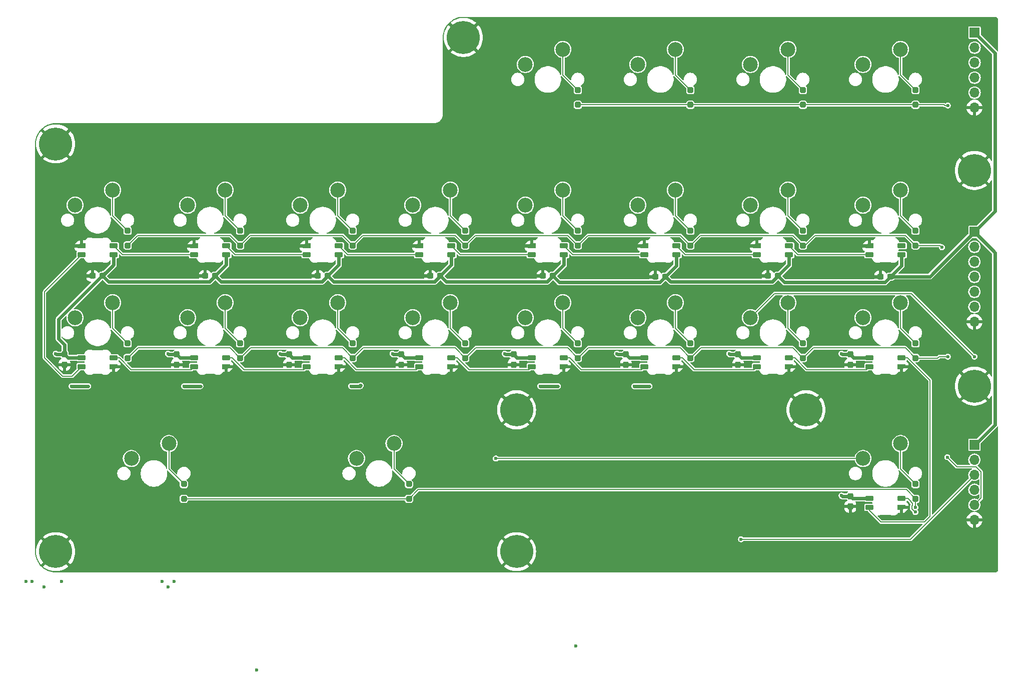
<source format=gbr>
%TF.GenerationSoftware,KiCad,Pcbnew,8.0.8*%
%TF.CreationDate,2025-02-25T14:58:14+00:00*%
%TF.ProjectId,16-steps,31362d73-7465-4707-932e-6b696361645f,rev?*%
%TF.SameCoordinates,Original*%
%TF.FileFunction,Copper,L2,Bot*%
%TF.FilePolarity,Positive*%
%FSLAX46Y46*%
G04 Gerber Fmt 4.6, Leading zero omitted, Abs format (unit mm)*
G04 Created by KiCad (PCBNEW 8.0.8) date 2025-02-25 14:58:14*
%MOMM*%
%LPD*%
G01*
G04 APERTURE LIST*
G04 Aperture macros list*
%AMRoundRect*
0 Rectangle with rounded corners*
0 $1 Rounding radius*
0 $2 $3 $4 $5 $6 $7 $8 $9 X,Y pos of 4 corners*
0 Add a 4 corners polygon primitive as box body*
4,1,4,$2,$3,$4,$5,$6,$7,$8,$9,$2,$3,0*
0 Add four circle primitives for the rounded corners*
1,1,$1+$1,$2,$3*
1,1,$1+$1,$4,$5*
1,1,$1+$1,$6,$7*
1,1,$1+$1,$8,$9*
0 Add four rect primitives between the rounded corners*
20,1,$1+$1,$2,$3,$4,$5,0*
20,1,$1+$1,$4,$5,$6,$7,0*
20,1,$1+$1,$6,$7,$8,$9,0*
20,1,$1+$1,$8,$9,$2,$3,0*%
%AMFreePoly0*
4,1,18,-0.410000,0.593000,-0.403758,0.624380,-0.385983,0.650983,-0.359380,0.668758,-0.328000,0.675000,0.328000,0.675000,0.359380,0.668758,0.385983,0.650983,0.403758,0.624380,0.410000,0.593000,0.410000,-0.593000,0.403758,-0.624380,0.385983,-0.650983,0.359380,-0.668758,0.328000,-0.675000,0.000000,-0.675000,-0.410000,-0.265000,-0.410000,0.593000,-0.410000,0.593000,$1*%
G04 Aperture macros list end*
%TA.AperFunction,ComponentPad*%
%ADD10C,2.500000*%
%TD*%
%TA.AperFunction,ComponentPad*%
%ADD11C,5.600000*%
%TD*%
%TA.AperFunction,ComponentPad*%
%ADD12R,1.700000X1.700000*%
%TD*%
%TA.AperFunction,ComponentPad*%
%ADD13O,1.700000X1.700000*%
%TD*%
%TA.AperFunction,SMDPad,CuDef*%
%ADD14FreePoly0,270.000000*%
%TD*%
%TA.AperFunction,SMDPad,CuDef*%
%ADD15RoundRect,0.082000X-0.593000X0.328000X-0.593000X-0.328000X0.593000X-0.328000X0.593000X0.328000X0*%
%TD*%
%TA.AperFunction,SMDPad,CuDef*%
%ADD16RoundRect,0.250000X0.250000X-0.250000X0.250000X0.250000X-0.250000X0.250000X-0.250000X-0.250000X0*%
%TD*%
%TA.AperFunction,SMDPad,CuDef*%
%ADD17RoundRect,0.237500X-0.300000X-0.237500X0.300000X-0.237500X0.300000X0.237500X-0.300000X0.237500X0*%
%TD*%
%TA.AperFunction,SMDPad,CuDef*%
%ADD18RoundRect,0.237500X0.237500X-0.300000X0.237500X0.300000X-0.237500X0.300000X-0.237500X-0.300000X0*%
%TD*%
%TA.AperFunction,SMDPad,CuDef*%
%ADD19FreePoly0,90.000000*%
%TD*%
%TA.AperFunction,SMDPad,CuDef*%
%ADD20RoundRect,0.082000X0.593000X-0.328000X0.593000X0.328000X-0.593000X0.328000X-0.593000X-0.328000X0*%
%TD*%
%TA.AperFunction,ViaPad*%
%ADD21C,0.600000*%
%TD*%
%TA.AperFunction,Conductor*%
%ADD22C,0.600000*%
%TD*%
%TA.AperFunction,Conductor*%
%ADD23C,0.200000*%
%TD*%
G04 APERTURE END LIST*
D10*
%TO.P,SW20,1,1*%
%TO.N,COL7*%
X167640000Y-78422500D03*
%TO.P,SW20,2,2*%
%TO.N,Net-(D20-A)*%
X173990000Y-75882500D03*
%TD*%
%TO.P,SW14,1,1*%
%TO.N,COL1*%
X53340000Y-78422500D03*
%TO.P,SW14,2,2*%
%TO.N,Net-(D14-A)*%
X59690000Y-75882500D03*
%TD*%
D11*
%TO.P,H5,1,1*%
%TO.N,GND*%
X100000000Y-31000000D03*
%TD*%
%TO.P,H2,1,1*%
%TO.N,GND*%
X186500000Y-90000000D03*
%TD*%
D12*
%TO.P,J2,1,Pin_1*%
%TO.N,+5V*%
X186500000Y-63880000D03*
D13*
%TO.P,J2,2,Pin_2*%
%TO.N,ROW0*%
X186500000Y-66420000D03*
%TO.P,J2,3,Pin_3*%
%TO.N,ROW1*%
X186500000Y-68960000D03*
%TO.P,J2,4,Pin_4*%
%TO.N,ROW2*%
X186500000Y-71500000D03*
%TO.P,J2,5,Pin_5*%
%TO.N,ROW3*%
X186500000Y-74040000D03*
%TO.P,J2,6,Pin_6*%
%TO.N,LEDs*%
X186500000Y-76580000D03*
%TO.P,J2,7,Pin_7*%
%TO.N,GND*%
X186500000Y-79120000D03*
%TD*%
D11*
%TO.P,H7,1,1*%
%TO.N,GND*%
X109000000Y-94000000D03*
%TD*%
D10*
%TO.P,SW13,1,1*%
%TO.N,COL0*%
X34290000Y-78422500D03*
%TO.P,SW13,2,2*%
%TO.N,Net-(D13-A)*%
X40640000Y-75882500D03*
%TD*%
%TO.P,SW7,1,1*%
%TO.N,COL2*%
X72390000Y-59372500D03*
%TO.P,SW7,2,2*%
%TO.N,Net-(D7-A)*%
X78740000Y-56832500D03*
%TD*%
%TO.P,SW15,1,1*%
%TO.N,COL2*%
X72390000Y-78422500D03*
%TO.P,SW15,2,2*%
%TO.N,Net-(D15-A)*%
X78740000Y-75882500D03*
%TD*%
%TO.P,SW4,1,1*%
%TO.N,COL3*%
X167640000Y-35560000D03*
%TO.P,SW4,2,2*%
%TO.N,Net-(D4-A)*%
X173990000Y-33020000D03*
%TD*%
%TO.P,SW16,1,1*%
%TO.N,COL3*%
X91440000Y-78422500D03*
%TO.P,SW16,2,2*%
%TO.N,Net-(D16-A)*%
X97790000Y-75882500D03*
%TD*%
%TO.P,SW2,1,1*%
%TO.N,COL1*%
X129540000Y-35560000D03*
%TO.P,SW2,2,2*%
%TO.N,Net-(D2-A)*%
X135890000Y-33020000D03*
%TD*%
%TO.P,SW5,1,1*%
%TO.N,COL0*%
X34290000Y-59372500D03*
%TO.P,SW5,2,2*%
%TO.N,Net-(D5-A)*%
X40640000Y-56832500D03*
%TD*%
%TO.P,SW11,1,1*%
%TO.N,COL6*%
X148590000Y-59372500D03*
%TO.P,SW11,2,2*%
%TO.N,Net-(D11-A)*%
X154940000Y-56832500D03*
%TD*%
D11*
%TO.P,H1,1,1*%
%TO.N,GND*%
X186500000Y-53500000D03*
%TD*%
D10*
%TO.P,SW1,1,1*%
%TO.N,COL0*%
X110490000Y-35560000D03*
%TO.P,SW1,2,2*%
%TO.N,Net-(D1-A)*%
X116840000Y-33020000D03*
%TD*%
D11*
%TO.P,H6,1,1*%
%TO.N,GND*%
X109000000Y-118000000D03*
%TD*%
%TO.P,H4,1,1*%
%TO.N,GND*%
X31000000Y-49000000D03*
%TD*%
%TO.P,H8,1,1*%
%TO.N,GND*%
X158000000Y-94000000D03*
%TD*%
D10*
%TO.P,SW17,1,1*%
%TO.N,COL4*%
X110490000Y-78422500D03*
%TO.P,SW17,2,2*%
%TO.N,Net-(D17-A)*%
X116840000Y-75882500D03*
%TD*%
%TO.P,SW18,1,1*%
%TO.N,COL5*%
X129540000Y-78422500D03*
%TO.P,SW18,2,2*%
%TO.N,Net-(D18-A)*%
X135890000Y-75882500D03*
%TD*%
%TO.P,SW12,1,1*%
%TO.N,COL7*%
X167640000Y-59372500D03*
%TO.P,SW12,2,2*%
%TO.N,Net-(D12-A)*%
X173990000Y-56832500D03*
%TD*%
%TO.P,SW9,1,1*%
%TO.N,COL4*%
X110490000Y-59372500D03*
%TO.P,SW9,2,2*%
%TO.N,Net-(D9-A)*%
X116840000Y-56832500D03*
%TD*%
%TO.P,SW8,1,1*%
%TO.N,COL3*%
X91440000Y-59372500D03*
%TO.P,SW8,2,2*%
%TO.N,Net-(D8-A)*%
X97790000Y-56832500D03*
%TD*%
D12*
%TO.P,J1,1,Pin_1*%
%TO.N,+5V*%
X186525000Y-30175000D03*
D13*
%TO.P,J1,2,Pin_2*%
%TO.N,COL0*%
X186525000Y-32715000D03*
%TO.P,J1,3,Pin_3*%
%TO.N,COL1*%
X186525000Y-35255000D03*
%TO.P,J1,4,Pin_4*%
%TO.N,COL2*%
X186525000Y-37795000D03*
%TO.P,J1,5,Pin_5*%
%TO.N,COL3*%
X186525000Y-40335000D03*
%TO.P,J1,6,Pin_6*%
%TO.N,GND*%
X186525000Y-42875000D03*
%TD*%
D10*
%TO.P,SW3,1,1*%
%TO.N,COL2*%
X148590000Y-35560000D03*
%TO.P,SW3,2,2*%
%TO.N,Net-(D3-A)*%
X154940000Y-33020000D03*
%TD*%
%TO.P,SW19,1,1*%
%TO.N,COL6*%
X148590000Y-78422500D03*
%TO.P,SW19,2,2*%
%TO.N,Net-(D19-A)*%
X154940000Y-75882500D03*
%TD*%
%TO.P,SW6,1,1*%
%TO.N,COL1*%
X53340000Y-59372500D03*
%TO.P,SW6,2,2*%
%TO.N,Net-(D6-A)*%
X59690000Y-56832500D03*
%TD*%
D12*
%TO.P,J3,1,Pin_1*%
%TO.N,+5V*%
X186500000Y-99920000D03*
D13*
%TO.P,J3,2,Pin_2*%
%TO.N,COL4*%
X186500000Y-102460000D03*
%TO.P,J3,3,Pin_3*%
%TO.N,COL5*%
X186500000Y-105000000D03*
%TO.P,J3,4,Pin_4*%
%TO.N,COL6*%
X186500000Y-107540000D03*
%TO.P,J3,5,Pin_5*%
%TO.N,COL7*%
X186500000Y-110080000D03*
%TO.P,J3,6,Pin_6*%
%TO.N,GND*%
X186500000Y-112620000D03*
%TD*%
D10*
%TO.P,SW22,1,1*%
%TO.N,COL1*%
X81915000Y-102235000D03*
%TO.P,SW22,2,2*%
%TO.N,Net-(D22-A)*%
X88265000Y-99695000D03*
%TD*%
%TO.P,SW21,1,1*%
%TO.N,COL0*%
X43815000Y-102235000D03*
%TO.P,SW21,2,2*%
%TO.N,Net-(D21-A)*%
X50165000Y-99695000D03*
%TD*%
%TO.P,SW10,1,1*%
%TO.N,COL5*%
X129540000Y-59372500D03*
%TO.P,SW10,2,2*%
%TO.N,Net-(D10-A)*%
X135890000Y-56832500D03*
%TD*%
%TO.P,SW23,1,1*%
%TO.N,COL2*%
X167640000Y-102235000D03*
%TO.P,SW23,2,2*%
%TO.N,Net-(D23-A)*%
X173990000Y-99695000D03*
%TD*%
D11*
%TO.P,H3,1,1*%
%TO.N,GND*%
X31000000Y-118000000D03*
%TD*%
D14*
%TO.P,U13,1,GND*%
%TO.N,GND*%
X92525000Y-66242500D03*
D15*
%TO.P,U13,2,DIN*%
%TO.N,Net-(U12-DOUT)*%
X92525000Y-67742500D03*
%TO.P,U13,3,VDD*%
%TO.N,+5V*%
X97975000Y-67742500D03*
%TO.P,U13,4,DOUT*%
%TO.N,Net-(U13-DOUT)*%
X97975000Y-66242500D03*
%TD*%
D16*
%TO.P,D2,1,K*%
%TO.N,ROW0*%
X138430000Y-42380000D03*
%TO.P,D2,2,A*%
%TO.N,Net-(D2-A)*%
X138430000Y-39880000D03*
%TD*%
%TO.P,D9,1,K*%
%TO.N,ROW1*%
X119380000Y-66192500D03*
%TO.P,D9,2,A*%
%TO.N,Net-(D9-A)*%
X119380000Y-63692500D03*
%TD*%
D17*
%TO.P,C12,1*%
%TO.N,GND*%
X75337500Y-71337500D03*
%TO.P,C12,2*%
%TO.N,+5V*%
X77062500Y-71337500D03*
%TD*%
D14*
%TO.P,U17,1,GND*%
%TO.N,GND*%
X168725000Y-66242500D03*
D15*
%TO.P,U17,2,DIN*%
%TO.N,Net-(U16-DOUT)*%
X168725000Y-67742500D03*
%TO.P,U17,3,VDD*%
%TO.N,+5V*%
X174175000Y-67742500D03*
%TO.P,U17,4,DOUT*%
%TO.N,unconnected-(U17-DOUT-Pad4)*%
X174175000Y-66242500D03*
%TD*%
D14*
%TO.P,U16,1,GND*%
%TO.N,GND*%
X149675000Y-66242500D03*
D15*
%TO.P,U16,2,DIN*%
%TO.N,Net-(U15-DOUT)*%
X149675000Y-67742500D03*
%TO.P,U16,3,VDD*%
%TO.N,+5V*%
X155125000Y-67742500D03*
%TO.P,U16,4,DOUT*%
%TO.N,Net-(U16-DOUT)*%
X155125000Y-66242500D03*
%TD*%
D16*
%TO.P,D10,1,K*%
%TO.N,ROW1*%
X138430000Y-66192500D03*
%TO.P,D10,2,A*%
%TO.N,Net-(D10-A)*%
X138430000Y-63692500D03*
%TD*%
%TO.P,D12,1,K*%
%TO.N,ROW1*%
X176530000Y-66192500D03*
%TO.P,D12,2,A*%
%TO.N,Net-(D12-A)*%
X176530000Y-63692500D03*
%TD*%
D18*
%TO.P,C3,1*%
%TO.N,GND*%
X146500000Y-86362500D03*
%TO.P,C3,2*%
%TO.N,+5V*%
X146500000Y-84637500D03*
%TD*%
D17*
%TO.P,C10,1*%
%TO.N,GND*%
X37237500Y-71337500D03*
%TO.P,C10,2*%
%TO.N,+5V*%
X38962500Y-71337500D03*
%TD*%
D19*
%TO.P,U1,1,GND*%
%TO.N,GND*%
X174175000Y-110505000D03*
D20*
%TO.P,U1,2,DIN*%
%TO.N,LEDs*%
X174175000Y-109005000D03*
%TO.P,U1,3,VDD*%
%TO.N,+5V*%
X168725000Y-109005000D03*
%TO.P,U1,4,DOUT*%
%TO.N,Net-(U1-DOUT)*%
X168725000Y-110505000D03*
%TD*%
D16*
%TO.P,D16,1,K*%
%TO.N,ROW2*%
X100330000Y-85242500D03*
%TO.P,D16,2,A*%
%TO.N,Net-(D16-A)*%
X100330000Y-82742500D03*
%TD*%
D18*
%TO.P,C2,1*%
%TO.N,GND*%
X165500000Y-86362500D03*
%TO.P,C2,2*%
%TO.N,+5V*%
X165500000Y-84637500D03*
%TD*%
D19*
%TO.P,U8,1,GND*%
%TO.N,GND*%
X59875000Y-86692500D03*
D20*
%TO.P,U8,2,DIN*%
%TO.N,Net-(U7-DOUT)*%
X59875000Y-85192500D03*
%TO.P,U8,3,VDD*%
%TO.N,+5V*%
X54425000Y-85192500D03*
%TO.P,U8,4,DOUT*%
%TO.N,Net-(U8-DOUT)*%
X54425000Y-86692500D03*
%TD*%
D16*
%TO.P,D22,1,K*%
%TO.N,ROW3*%
X90805000Y-109055000D03*
%TO.P,D22,2,A*%
%TO.N,Net-(D22-A)*%
X90805000Y-106555000D03*
%TD*%
%TO.P,D7,1,K*%
%TO.N,ROW1*%
X81280000Y-66192500D03*
%TO.P,D7,2,A*%
%TO.N,Net-(D7-A)*%
X81280000Y-63692500D03*
%TD*%
D17*
%TO.P,C15,1*%
%TO.N,GND*%
X132487500Y-71437500D03*
%TO.P,C15,2*%
%TO.N,+5V*%
X134212500Y-71437500D03*
%TD*%
D18*
%TO.P,C8,1*%
%TO.N,GND*%
X51500000Y-86362500D03*
%TO.P,C8,2*%
%TO.N,+5V*%
X51500000Y-84637500D03*
%TD*%
D16*
%TO.P,D1,1,K*%
%TO.N,ROW0*%
X119380000Y-42380000D03*
%TO.P,D1,2,A*%
%TO.N,Net-(D1-A)*%
X119380000Y-39880000D03*
%TD*%
D17*
%TO.P,C17,1*%
%TO.N,GND*%
X170587500Y-71437500D03*
%TO.P,C17,2*%
%TO.N,+5V*%
X172312500Y-71437500D03*
%TD*%
%TO.P,C13,1*%
%TO.N,GND*%
X94387500Y-71337500D03*
%TO.P,C13,2*%
%TO.N,+5V*%
X96112500Y-71337500D03*
%TD*%
D18*
%TO.P,C9,1*%
%TO.N,GND*%
X32500000Y-86362500D03*
%TO.P,C9,2*%
%TO.N,+5V*%
X32500000Y-84637500D03*
%TD*%
D16*
%TO.P,D21,1,K*%
%TO.N,ROW3*%
X52705000Y-109055000D03*
%TO.P,D21,2,A*%
%TO.N,Net-(D21-A)*%
X52705000Y-106555000D03*
%TD*%
D14*
%TO.P,U10,1,GND*%
%TO.N,GND*%
X35375000Y-66242500D03*
D15*
%TO.P,U10,2,DIN*%
%TO.N,Net-(U10-DIN)*%
X35375000Y-67742500D03*
%TO.P,U10,3,VDD*%
%TO.N,+5V*%
X40825000Y-67742500D03*
%TO.P,U10,4,DOUT*%
%TO.N,Net-(U10-DOUT)*%
X40825000Y-66242500D03*
%TD*%
D17*
%TO.P,C11,1*%
%TO.N,GND*%
X56287500Y-71337500D03*
%TO.P,C11,2*%
%TO.N,+5V*%
X58012500Y-71337500D03*
%TD*%
D18*
%TO.P,C1,1*%
%TO.N,GND*%
X165500000Y-110362500D03*
%TO.P,C1,2*%
%TO.N,+5V*%
X165500000Y-108637500D03*
%TD*%
D19*
%TO.P,U5,1,GND*%
%TO.N,GND*%
X117025000Y-86692500D03*
D20*
%TO.P,U5,2,DIN*%
%TO.N,Net-(U4-DOUT)*%
X117025000Y-85192500D03*
%TO.P,U5,3,VDD*%
%TO.N,+5V*%
X111575000Y-85192500D03*
%TO.P,U5,4,DOUT*%
%TO.N,Net-(U5-DOUT)*%
X111575000Y-86692500D03*
%TD*%
D16*
%TO.P,D6,1,K*%
%TO.N,ROW1*%
X62230000Y-66192500D03*
%TO.P,D6,2,A*%
%TO.N,Net-(D6-A)*%
X62230000Y-63692500D03*
%TD*%
D18*
%TO.P,C7,1*%
%TO.N,GND*%
X70500000Y-86362500D03*
%TO.P,C7,2*%
%TO.N,+5V*%
X70500000Y-84637500D03*
%TD*%
D19*
%TO.P,U2,1,GND*%
%TO.N,GND*%
X174175000Y-86692500D03*
D20*
%TO.P,U2,2,DIN*%
%TO.N,Net-(U1-DOUT)*%
X174175000Y-85192500D03*
%TO.P,U2,3,VDD*%
%TO.N,+5V*%
X168725000Y-85192500D03*
%TO.P,U2,4,DOUT*%
%TO.N,Net-(U2-DOUT)*%
X168725000Y-86692500D03*
%TD*%
D17*
%TO.P,C16,1*%
%TO.N,GND*%
X151537500Y-71337500D03*
%TO.P,C16,2*%
%TO.N,+5V*%
X153262500Y-71337500D03*
%TD*%
D19*
%TO.P,U4,1,GND*%
%TO.N,GND*%
X136075000Y-86692500D03*
D20*
%TO.P,U4,2,DIN*%
%TO.N,Net-(U3-DOUT)*%
X136075000Y-85192500D03*
%TO.P,U4,3,VDD*%
%TO.N,+5V*%
X130625000Y-85192500D03*
%TO.P,U4,4,DOUT*%
%TO.N,Net-(U4-DOUT)*%
X130625000Y-86692500D03*
%TD*%
D19*
%TO.P,U6,1,GND*%
%TO.N,GND*%
X97975000Y-86692500D03*
D20*
%TO.P,U6,2,DIN*%
%TO.N,Net-(U5-DOUT)*%
X97975000Y-85192500D03*
%TO.P,U6,3,VDD*%
%TO.N,+5V*%
X92525000Y-85192500D03*
%TO.P,U6,4,DOUT*%
%TO.N,Net-(U6-DOUT)*%
X92525000Y-86692500D03*
%TD*%
D16*
%TO.P,D19,1,K*%
%TO.N,ROW2*%
X157480000Y-85242500D03*
%TO.P,D19,2,A*%
%TO.N,Net-(D19-A)*%
X157480000Y-82742500D03*
%TD*%
%TO.P,D17,1,K*%
%TO.N,ROW2*%
X119380000Y-85242500D03*
%TO.P,D17,2,A*%
%TO.N,Net-(D17-A)*%
X119380000Y-82742500D03*
%TD*%
%TO.P,D4,1,K*%
%TO.N,ROW0*%
X176530000Y-42380000D03*
%TO.P,D4,2,A*%
%TO.N,Net-(D4-A)*%
X176530000Y-39880000D03*
%TD*%
%TO.P,D20,1,K*%
%TO.N,ROW2*%
X176530000Y-85242500D03*
%TO.P,D20,2,A*%
%TO.N,Net-(D20-A)*%
X176530000Y-82742500D03*
%TD*%
D14*
%TO.P,U14,1,GND*%
%TO.N,GND*%
X111575000Y-66242500D03*
D15*
%TO.P,U14,2,DIN*%
%TO.N,Net-(U13-DOUT)*%
X111575000Y-67742500D03*
%TO.P,U14,3,VDD*%
%TO.N,+5V*%
X117025000Y-67742500D03*
%TO.P,U14,4,DOUT*%
%TO.N,Net-(U14-DOUT)*%
X117025000Y-66242500D03*
%TD*%
D16*
%TO.P,D13,1,K*%
%TO.N,ROW2*%
X43180000Y-85242500D03*
%TO.P,D13,2,A*%
%TO.N,Net-(D13-A)*%
X43180000Y-82742500D03*
%TD*%
D18*
%TO.P,C6,1*%
%TO.N,GND*%
X89500000Y-86362500D03*
%TO.P,C6,2*%
%TO.N,+5V*%
X89500000Y-84637500D03*
%TD*%
D19*
%TO.P,U3,1,GND*%
%TO.N,GND*%
X155125000Y-86692500D03*
D20*
%TO.P,U3,2,DIN*%
%TO.N,Net-(U2-DOUT)*%
X155125000Y-85192500D03*
%TO.P,U3,3,VDD*%
%TO.N,+5V*%
X149675000Y-85192500D03*
%TO.P,U3,4,DOUT*%
%TO.N,Net-(U3-DOUT)*%
X149675000Y-86692500D03*
%TD*%
D18*
%TO.P,C4,1*%
%TO.N,GND*%
X127500000Y-86362500D03*
%TO.P,C4,2*%
%TO.N,+5V*%
X127500000Y-84637500D03*
%TD*%
D14*
%TO.P,U12,1,GND*%
%TO.N,GND*%
X73475000Y-66242500D03*
D15*
%TO.P,U12,2,DIN*%
%TO.N,Net-(U11-DOUT)*%
X73475000Y-67742500D03*
%TO.P,U12,3,VDD*%
%TO.N,+5V*%
X78925000Y-67742500D03*
%TO.P,U12,4,DOUT*%
%TO.N,Net-(U12-DOUT)*%
X78925000Y-66242500D03*
%TD*%
D16*
%TO.P,D15,1,K*%
%TO.N,ROW2*%
X81280000Y-85242500D03*
%TO.P,D15,2,A*%
%TO.N,Net-(D15-A)*%
X81280000Y-82742500D03*
%TD*%
%TO.P,D11,1,K*%
%TO.N,ROW1*%
X157480000Y-66192500D03*
%TO.P,D11,2,A*%
%TO.N,Net-(D11-A)*%
X157480000Y-63692500D03*
%TD*%
%TO.P,D3,1,K*%
%TO.N,ROW0*%
X157480000Y-42380000D03*
%TO.P,D3,2,A*%
%TO.N,Net-(D3-A)*%
X157480000Y-39880000D03*
%TD*%
D18*
%TO.P,C5,1*%
%TO.N,GND*%
X108500000Y-86362500D03*
%TO.P,C5,2*%
%TO.N,+5V*%
X108500000Y-84637500D03*
%TD*%
D14*
%TO.P,U11,1,GND*%
%TO.N,GND*%
X54425000Y-66242500D03*
D15*
%TO.P,U11,2,DIN*%
%TO.N,Net-(U10-DOUT)*%
X54425000Y-67742500D03*
%TO.P,U11,3,VDD*%
%TO.N,+5V*%
X59875000Y-67742500D03*
%TO.P,U11,4,DOUT*%
%TO.N,Net-(U11-DOUT)*%
X59875000Y-66242500D03*
%TD*%
D14*
%TO.P,U15,1,GND*%
%TO.N,GND*%
X130625000Y-66242500D03*
D15*
%TO.P,U15,2,DIN*%
%TO.N,Net-(U14-DOUT)*%
X130625000Y-67742500D03*
%TO.P,U15,3,VDD*%
%TO.N,+5V*%
X136075000Y-67742500D03*
%TO.P,U15,4,DOUT*%
%TO.N,Net-(U15-DOUT)*%
X136075000Y-66242500D03*
%TD*%
D16*
%TO.P,D14,1,K*%
%TO.N,ROW2*%
X62230000Y-85242500D03*
%TO.P,D14,2,A*%
%TO.N,Net-(D14-A)*%
X62230000Y-82742500D03*
%TD*%
%TO.P,D5,1,K*%
%TO.N,ROW1*%
X43180000Y-66192500D03*
%TO.P,D5,2,A*%
%TO.N,Net-(D5-A)*%
X43180000Y-63692500D03*
%TD*%
%TO.P,D8,1,K*%
%TO.N,ROW1*%
X100330000Y-66192500D03*
%TO.P,D8,2,A*%
%TO.N,Net-(D8-A)*%
X100330000Y-63692500D03*
%TD*%
%TO.P,D18,1,K*%
%TO.N,ROW2*%
X138430000Y-85242500D03*
%TO.P,D18,2,A*%
%TO.N,Net-(D18-A)*%
X138430000Y-82742500D03*
%TD*%
%TO.P,D23,1,K*%
%TO.N,ROW3*%
X176530000Y-109055000D03*
%TO.P,D23,2,A*%
%TO.N,Net-(D23-A)*%
X176530000Y-106555000D03*
%TD*%
D17*
%TO.P,C14,1*%
%TO.N,GND*%
X113437500Y-71337500D03*
%TO.P,C14,2*%
%TO.N,+5V*%
X115162500Y-71337500D03*
%TD*%
D19*
%TO.P,U9,1,GND*%
%TO.N,GND*%
X40825000Y-86692500D03*
D20*
%TO.P,U9,2,DIN*%
%TO.N,Net-(U8-DOUT)*%
X40825000Y-85192500D03*
%TO.P,U9,3,VDD*%
%TO.N,+5V*%
X35375000Y-85192500D03*
%TO.P,U9,4,DOUT*%
%TO.N,Net-(U10-DIN)*%
X35375000Y-86692500D03*
%TD*%
D19*
%TO.P,U7,1,GND*%
%TO.N,GND*%
X78925000Y-86692500D03*
D20*
%TO.P,U7,2,DIN*%
%TO.N,Net-(U6-DOUT)*%
X78925000Y-85192500D03*
%TO.P,U7,3,VDD*%
%TO.N,+5V*%
X73475000Y-85192500D03*
%TO.P,U7,4,DOUT*%
%TO.N,Net-(U7-DOUT)*%
X73475000Y-86692500D03*
%TD*%
D21*
%TO.N,*%
X32000000Y-123000000D03*
X32000000Y-123000000D03*
X29000000Y-124000000D03*
X29000000Y-124000000D03*
X27000000Y-123000000D03*
X27000000Y-123000000D03*
X26000000Y-123000000D03*
X51000000Y-123000000D03*
X50000000Y-124000000D03*
X49000000Y-123000000D03*
X65000000Y-138000000D03*
X119000000Y-134000000D03*
%TO.N,GND*%
X104000000Y-86000000D03*
X104000000Y-85000000D03*
X105000000Y-85000000D03*
X123000000Y-86000000D03*
X123000000Y-85000000D03*
X124000000Y-85000000D03*
X142000000Y-86000000D03*
X142000000Y-85000000D03*
X143000000Y-85000000D03*
X47000000Y-86000000D03*
X47000000Y-85000000D03*
X48000000Y-85000000D03*
X85000000Y-86000000D03*
X85000000Y-85000000D03*
X86000000Y-85000000D03*
X66000000Y-86000000D03*
X67000000Y-85000000D03*
X66000000Y-85000000D03*
X161000000Y-86000000D03*
X162000000Y-85000000D03*
X161000000Y-85000000D03*
%TO.N,+5V*%
X131500000Y-90000000D03*
X128940000Y-90000000D03*
X116000000Y-90000000D03*
X113000000Y-90000000D03*
X82631314Y-89868686D03*
X81000000Y-90000000D03*
X33690000Y-90000000D03*
X36500000Y-90000000D03*
X55500000Y-90000000D03*
X52740000Y-90000000D03*
X164000000Y-108500000D03*
X126000000Y-84500000D03*
X69000000Y-84500000D03*
X88000000Y-84500000D03*
X164000000Y-84500000D03*
X31000000Y-84500000D03*
X50000000Y-84500000D03*
X107000000Y-84500000D03*
X145000000Y-84500000D03*
%TO.N,GND*%
X100000000Y-110000000D03*
X70000000Y-110000000D03*
X160000000Y-55000000D03*
X30000000Y-110000000D03*
X159000000Y-70000000D03*
X145000000Y-95000000D03*
X100000000Y-35000000D03*
X40000000Y-50000000D03*
X185000000Y-115000000D03*
X165000000Y-90000000D03*
X117500000Y-88500000D03*
X70000000Y-95000000D03*
X162000000Y-77000000D03*
X130000000Y-120000000D03*
X30000000Y-60000000D03*
X170000000Y-120000000D03*
X155000000Y-50000000D03*
X125000000Y-120000000D03*
X91000000Y-66242500D03*
X100000000Y-95000000D03*
X30000000Y-105000000D03*
X145000000Y-90000000D03*
X87000000Y-70000000D03*
X145000000Y-120000000D03*
X30000000Y-80000000D03*
X103000000Y-70000000D03*
X155000000Y-115000000D03*
X65000000Y-110000000D03*
X60000000Y-50000000D03*
X90000000Y-115000000D03*
X67000000Y-78000000D03*
X50000000Y-90000000D03*
X65000000Y-115000000D03*
X150000000Y-105000000D03*
X40000000Y-105000000D03*
X120000000Y-100000000D03*
X169000000Y-71437500D03*
X45000000Y-115000000D03*
X131000000Y-71437500D03*
X45000000Y-50000000D03*
X90000000Y-95000000D03*
X55000000Y-120000000D03*
X90000000Y-90000000D03*
X70000000Y-120000000D03*
X161000000Y-70000000D03*
X160000000Y-105000000D03*
X30000000Y-100000000D03*
X110000000Y-105000000D03*
X145000000Y-70000000D03*
X105000000Y-90000000D03*
X105000000Y-78000000D03*
X129000000Y-66242500D03*
X160000000Y-115000000D03*
X165000000Y-115000000D03*
X160000000Y-70000000D03*
X40000000Y-115000000D03*
X75000000Y-120000000D03*
X67000000Y-79000000D03*
X135000000Y-115000000D03*
X60000000Y-115000000D03*
X48000000Y-70000000D03*
X86000000Y-77000000D03*
X65000000Y-55000000D03*
X120000000Y-120000000D03*
X112000000Y-71337500D03*
X105000000Y-55000000D03*
X30000000Y-65000000D03*
X105000000Y-76000000D03*
X45000000Y-95000000D03*
X163000000Y-70000000D03*
X125000000Y-90000000D03*
X180000000Y-35000000D03*
X45000000Y-120000000D03*
X115000000Y-110000000D03*
X165000000Y-120000000D03*
X47000000Y-70000000D03*
X120000000Y-115000000D03*
X75000000Y-100000000D03*
X135500000Y-88500000D03*
X50000000Y-120000000D03*
X52500000Y-66242500D03*
X35000000Y-115000000D03*
X50000000Y-50000000D03*
X55000000Y-115000000D03*
X150000000Y-71337500D03*
X185000000Y-120000000D03*
X170000000Y-50000000D03*
X65000000Y-100000000D03*
X105000000Y-70000000D03*
X124000000Y-76000000D03*
X30000000Y-85000000D03*
X180000000Y-50000000D03*
X35000000Y-95000000D03*
X67000000Y-76000000D03*
X30000000Y-90000000D03*
X65000000Y-120000000D03*
X46000000Y-70000000D03*
X60000000Y-105000000D03*
X185000000Y-50000000D03*
X35000000Y-110000000D03*
X105000000Y-95000000D03*
X162000000Y-78000000D03*
X30000000Y-95000000D03*
X102000000Y-70000000D03*
X175000000Y-120000000D03*
X105000000Y-45000000D03*
X150000000Y-100000000D03*
X66000000Y-70000000D03*
X107000000Y-70000000D03*
X124000000Y-70000000D03*
X173500000Y-88500000D03*
X143000000Y-70000000D03*
X75000000Y-105000000D03*
X150000000Y-50000000D03*
X116500000Y-88500000D03*
X95000000Y-105000000D03*
X175000000Y-115000000D03*
X45000000Y-70000000D03*
X180000000Y-40000000D03*
X148000000Y-66242500D03*
X65000000Y-70000000D03*
X55000000Y-71337500D03*
X175000000Y-50000000D03*
X175000000Y-90000000D03*
X100000000Y-45000000D03*
X95000000Y-110000000D03*
X30000000Y-55000000D03*
X110000000Y-100000000D03*
X80000000Y-50000000D03*
X48000000Y-78000000D03*
X155000000Y-100000000D03*
X80000000Y-115000000D03*
X115000000Y-95000000D03*
X71500000Y-66242500D03*
X95000000Y-95000000D03*
X60000000Y-110000000D03*
X180000000Y-90000000D03*
X140000000Y-95000000D03*
X145000000Y-110000000D03*
X105000000Y-77000000D03*
X115000000Y-120000000D03*
X85000000Y-115000000D03*
X135000000Y-120000000D03*
X104000000Y-70000000D03*
X180000000Y-115000000D03*
X180000000Y-120000000D03*
X70000000Y-105000000D03*
X90000000Y-120000000D03*
X135000000Y-100000000D03*
X162000000Y-70000000D03*
X75000000Y-110000000D03*
X110000000Y-66242500D03*
X143000000Y-76000000D03*
X124000000Y-78000000D03*
X75000000Y-50000000D03*
X50000000Y-115000000D03*
X120000000Y-105000000D03*
X164000000Y-70000000D03*
X79500000Y-88500000D03*
X68000000Y-70000000D03*
X30000000Y-70000000D03*
X49000000Y-70000000D03*
X145000000Y-100000000D03*
X86000000Y-76000000D03*
X85000000Y-70000000D03*
X50000000Y-95000000D03*
X115000000Y-115000000D03*
X100000000Y-100000000D03*
X70000000Y-100000000D03*
X64000000Y-70000000D03*
X143000000Y-77000000D03*
X145000000Y-50000000D03*
X65000000Y-105000000D03*
X180000000Y-95000000D03*
X105000000Y-30000000D03*
X150000000Y-115000000D03*
X143000000Y-78000000D03*
X105000000Y-100000000D03*
X48000000Y-77000000D03*
X124000000Y-77000000D03*
X150000000Y-120000000D03*
X125000000Y-110000000D03*
X78500000Y-88500000D03*
X136500000Y-88500000D03*
X155500000Y-88500000D03*
X85000000Y-120000000D03*
X75000000Y-115000000D03*
X85000000Y-55000000D03*
X40000000Y-100000000D03*
X105000000Y-35000000D03*
X50000000Y-70000000D03*
X65000000Y-95000000D03*
X86000000Y-79000000D03*
X140000000Y-100000000D03*
X86000000Y-70000000D03*
X125000000Y-115000000D03*
X95000000Y-115000000D03*
X36000000Y-71337500D03*
X100000000Y-40000000D03*
X70000000Y-90000000D03*
X70000000Y-115000000D03*
X141000000Y-70000000D03*
X125000000Y-55000000D03*
X35000000Y-105000000D03*
X35000000Y-50000000D03*
X143000000Y-79000000D03*
X150000000Y-95000000D03*
X48000000Y-79000000D03*
X84000000Y-70000000D03*
X140000000Y-105000000D03*
X60000000Y-120000000D03*
X130000000Y-115000000D03*
X98500000Y-88500000D03*
X110000000Y-30000000D03*
X165000000Y-50000000D03*
X97500000Y-88500000D03*
X95000000Y-120000000D03*
X155000000Y-110000000D03*
X190000000Y-115000000D03*
X35000000Y-100000000D03*
X83000000Y-70000000D03*
X145000000Y-105000000D03*
X150000000Y-110000000D03*
X130000000Y-30000000D03*
X174500000Y-88500000D03*
X144000000Y-70000000D03*
X170000000Y-115000000D03*
X122000000Y-70000000D03*
X106000000Y-70000000D03*
X115000000Y-100000000D03*
X30000000Y-75000000D03*
X120000000Y-110000000D03*
X105000000Y-40000000D03*
X135000000Y-95000000D03*
X86000000Y-78000000D03*
X185000000Y-95000000D03*
X121000000Y-70000000D03*
X65000000Y-50000000D03*
X67000000Y-77000000D03*
X160000000Y-120000000D03*
X162000000Y-76000000D03*
X105000000Y-110000000D03*
X124000000Y-79000000D03*
X105000000Y-105000000D03*
X60000000Y-95000000D03*
X125000000Y-30000000D03*
X110000000Y-110000000D03*
X142000000Y-70000000D03*
X125000000Y-95000000D03*
X145000000Y-55000000D03*
X123000000Y-70000000D03*
X154500000Y-88500000D03*
X140000000Y-50000000D03*
X67000000Y-70000000D03*
X140000000Y-70000000D03*
X125000000Y-70000000D03*
X120000000Y-30000000D03*
X74000000Y-71337500D03*
X165000000Y-95000000D03*
X160000000Y-100000000D03*
X40000000Y-120000000D03*
X115000000Y-105000000D03*
X33500000Y-66242500D03*
X75000000Y-95000000D03*
X170000000Y-95000000D03*
X69000000Y-70000000D03*
X130000000Y-110000000D03*
X93000000Y-71337500D03*
X100000000Y-120000000D03*
X155000000Y-105000000D03*
X85000000Y-90000000D03*
X80000000Y-120000000D03*
X48000000Y-76000000D03*
X100000000Y-115000000D03*
X126000000Y-70000000D03*
X160000000Y-110000000D03*
X100000000Y-105000000D03*
X167000000Y-66242500D03*
X70000000Y-50000000D03*
X55000000Y-50000000D03*
X88000000Y-70000000D03*
X40000000Y-95000000D03*
X40000000Y-110000000D03*
X162000000Y-79000000D03*
X95000000Y-100000000D03*
X190000000Y-120000000D03*
X140000000Y-120000000D03*
X180000000Y-55000000D03*
X105000000Y-79000000D03*
X155000000Y-120000000D03*
%TO.N,ROW0*%
X182000000Y-42500000D03*
%TO.N,ROW1*%
X181000000Y-66500000D03*
%TO.N,ROW2*%
X182000000Y-85000000D03*
%TO.N,ROW3*%
X176500000Y-110500000D03*
%TO.N,COL2*%
X105500000Y-102235000D03*
%TO.N,LEDs*%
X176500000Y-111300003D03*
%TO.N,COL7*%
X181900000Y-102000000D03*
%TO.N,COL5*%
X147000000Y-115900000D03*
%TO.N,COL6*%
X186500000Y-85000000D03*
%TD*%
D22*
%TO.N,+5V*%
X128940000Y-90000000D02*
X131500000Y-90000000D01*
X113000000Y-90000000D02*
X116000000Y-90000000D01*
X82500000Y-90000000D02*
X82631314Y-89868686D01*
X81000000Y-90000000D02*
X82500000Y-90000000D01*
X33690000Y-90000000D02*
X36500000Y-90000000D01*
X52740000Y-90000000D02*
X55500000Y-90000000D01*
X174175000Y-69575000D02*
X172312500Y-71437500D01*
X155125000Y-67742500D02*
X155125000Y-69475000D01*
X117025000Y-69475000D02*
X115162500Y-71337500D01*
X51500000Y-84637500D02*
X50137500Y-84637500D01*
X166055000Y-85192500D02*
X165500000Y-84637500D01*
X171337500Y-72412500D02*
X154337500Y-72412500D01*
X59875000Y-67742500D02*
X59875000Y-69475000D01*
X92525000Y-85192500D02*
X90055000Y-85192500D01*
X88137500Y-84637500D02*
X88000000Y-84500000D01*
X54425000Y-85192500D02*
X52055000Y-85192500D01*
X130625000Y-85192500D02*
X128055000Y-85192500D01*
X128055000Y-85192500D02*
X127500000Y-84637500D01*
X172312500Y-71437500D02*
X171337500Y-72412500D01*
X96112500Y-71337500D02*
X95137500Y-72312500D01*
X50137500Y-84637500D02*
X50000000Y-84500000D01*
X164137500Y-108637500D02*
X164000000Y-108500000D01*
X69137500Y-84637500D02*
X69000000Y-84500000D01*
X35375000Y-85192500D02*
X33055000Y-85192500D01*
X146500000Y-84637500D02*
X145137500Y-84637500D01*
X127500000Y-84637500D02*
X126137500Y-84637500D01*
X58012500Y-71337500D02*
X57037500Y-72312500D01*
X76087500Y-72312500D02*
X58987500Y-72312500D01*
X70500000Y-84637500D02*
X69137500Y-84637500D01*
X165867500Y-109005000D02*
X165500000Y-108637500D01*
X40825000Y-69475000D02*
X39400000Y-70900000D01*
X109055000Y-85192500D02*
X108500000Y-84637500D01*
X164137500Y-84637500D02*
X164000000Y-84500000D01*
X32500000Y-84637500D02*
X31137500Y-84637500D01*
X117025000Y-67742500D02*
X117025000Y-69475000D01*
X153262500Y-71337500D02*
X152287500Y-72312500D01*
X136075000Y-69575000D02*
X134212500Y-71437500D01*
X114187500Y-72312500D02*
X97087500Y-72312500D01*
X135087500Y-72312500D02*
X134212500Y-71437500D01*
X73475000Y-85192500D02*
X71055000Y-85192500D01*
X116237500Y-72412500D02*
X115162500Y-71337500D01*
X78925000Y-67742500D02*
X78925000Y-69475000D01*
X190000000Y-67380000D02*
X190000000Y-96500000D01*
X39262064Y-70900000D02*
X31500000Y-78662064D01*
X186500000Y-63880000D02*
X178942500Y-71437500D01*
X57037500Y-72312500D02*
X39937500Y-72312500D01*
X95137500Y-72312500D02*
X78037500Y-72312500D01*
X152287500Y-72312500D02*
X135087500Y-72312500D01*
X71055000Y-85192500D02*
X70500000Y-84637500D01*
X186500000Y-63880000D02*
X190000000Y-60380000D01*
X108500000Y-84637500D02*
X107137500Y-84637500D01*
X174175000Y-67742500D02*
X174175000Y-69575000D01*
X97975000Y-67742500D02*
X97975000Y-69475000D01*
X31137500Y-84637500D02*
X31000000Y-84500000D01*
X115162500Y-71337500D02*
X114187500Y-72312500D01*
X155125000Y-69475000D02*
X153262500Y-71337500D01*
X58987500Y-72312500D02*
X58012500Y-71337500D01*
X165500000Y-108637500D02*
X164137500Y-108637500D01*
X89500000Y-84637500D02*
X88137500Y-84637500D01*
X97087500Y-72312500D02*
X96112500Y-71337500D01*
X33055000Y-85192500D02*
X32500000Y-84637500D01*
X136075000Y-67742500D02*
X136075000Y-69575000D01*
X186500000Y-63880000D02*
X190000000Y-67380000D01*
X39400000Y-70900000D02*
X39262064Y-70900000D01*
X52055000Y-85192500D02*
X51500000Y-84637500D01*
X77062500Y-71337500D02*
X76087500Y-72312500D01*
X178942500Y-71437500D02*
X172312500Y-71437500D01*
X154337500Y-72412500D02*
X153262500Y-71337500D01*
X90055000Y-85192500D02*
X89500000Y-84637500D01*
X32500000Y-83000000D02*
X32500000Y-84637500D01*
X126137500Y-84637500D02*
X126000000Y-84500000D01*
X78037500Y-72312500D02*
X77062500Y-71337500D01*
X165500000Y-84637500D02*
X164137500Y-84637500D01*
X168725000Y-85192500D02*
X166055000Y-85192500D01*
X39937500Y-72312500D02*
X38962500Y-71337500D01*
X145137500Y-84637500D02*
X145000000Y-84500000D01*
X111575000Y-85192500D02*
X109055000Y-85192500D01*
X78925000Y-69475000D02*
X77062500Y-71337500D01*
X133237500Y-72412500D02*
X116237500Y-72412500D01*
X186500000Y-99920000D02*
X186580000Y-99920000D01*
X59875000Y-69475000D02*
X58012500Y-71337500D01*
X31500000Y-82000000D02*
X32500000Y-83000000D01*
X107137500Y-84637500D02*
X107000000Y-84500000D01*
X168725000Y-109005000D02*
X165867500Y-109005000D01*
X97975000Y-69475000D02*
X96112500Y-71337500D01*
X147055000Y-85192500D02*
X146500000Y-84637500D01*
X149675000Y-85192500D02*
X147055000Y-85192500D01*
X190000000Y-60380000D02*
X190000000Y-33650000D01*
X186580000Y-99920000D02*
X190000000Y-96500000D01*
X40825000Y-67742500D02*
X40825000Y-69475000D01*
X134212500Y-71437500D02*
X133237500Y-72412500D01*
X31500000Y-78662064D02*
X31500000Y-82000000D01*
X39400000Y-70900000D02*
X38962500Y-71337500D01*
X190000000Y-33650000D02*
X186525000Y-30175000D01*
%TO.N,GND*%
X71500000Y-66242500D02*
X73475000Y-66242500D01*
X110000000Y-66242500D02*
X111575000Y-66242500D01*
X74000000Y-71337500D02*
X75337500Y-71337500D01*
X131000000Y-71437500D02*
X132487500Y-71437500D01*
X148000000Y-66242500D02*
X149675000Y-66242500D01*
X33500000Y-66242500D02*
X35375000Y-66242500D01*
X93000000Y-71337500D02*
X94387500Y-71337500D01*
X169000000Y-71437500D02*
X170587500Y-71437500D01*
X112000000Y-71337500D02*
X113437500Y-71337500D01*
X150000000Y-71337500D02*
X151537500Y-71337500D01*
X91000000Y-66242500D02*
X92525000Y-66242500D01*
X36000000Y-71337500D02*
X37237500Y-71337500D01*
X52500000Y-66242500D02*
X54425000Y-66242500D01*
X167000000Y-66242500D02*
X168725000Y-66242500D01*
X129000000Y-66242500D02*
X130625000Y-66242500D01*
X55000000Y-71337500D02*
X56287500Y-71337500D01*
D23*
%TO.N,ROW0*%
X181500000Y-42500000D02*
X181380000Y-42380000D01*
X181380000Y-42380000D02*
X176530000Y-42380000D01*
X119380000Y-42380000D02*
X138430000Y-42380000D01*
X157480000Y-42380000D02*
X176530000Y-42380000D01*
X182000000Y-42500000D02*
X181500000Y-42500000D01*
X138430000Y-42380000D02*
X157480000Y-42380000D01*
%TO.N,Net-(D1-A)*%
X116840000Y-33020000D02*
X116840000Y-37340000D01*
X116840000Y-37340000D02*
X119380000Y-39880000D01*
%TO.N,Net-(D2-A)*%
X135890000Y-33020000D02*
X135890000Y-37340000D01*
X135890000Y-37340000D02*
X138430000Y-39880000D01*
%TO.N,Net-(D3-A)*%
X154940000Y-33020000D02*
X154940000Y-37340000D01*
X154940000Y-37340000D02*
X157480000Y-39880000D01*
%TO.N,Net-(D4-A)*%
X173990000Y-37340000D02*
X176530000Y-39880000D01*
X173990000Y-33020000D02*
X173990000Y-37340000D01*
%TO.N,Net-(D5-A)*%
X40640000Y-61152500D02*
X43180000Y-63692500D01*
X40640000Y-56832500D02*
X40640000Y-61152500D01*
%TO.N,ROW1*%
X181000000Y-66500000D02*
X180692500Y-66192500D01*
X62230000Y-66192500D02*
X63922500Y-64500000D01*
X43180000Y-66192500D02*
X44872500Y-64500000D01*
X79587500Y-64500000D02*
X81280000Y-66192500D01*
X44872500Y-64500000D02*
X60537500Y-64500000D01*
X117687500Y-64500000D02*
X119380000Y-66192500D01*
X157807500Y-66192500D02*
X159500000Y-64500000D01*
X100330000Y-66192500D02*
X102022500Y-64500000D01*
X119380000Y-66192500D02*
X121072500Y-64500000D01*
X81280000Y-66192500D02*
X82972500Y-64500000D01*
X138430000Y-66192500D02*
X140122500Y-64500000D01*
X102022500Y-64500000D02*
X117687500Y-64500000D01*
X60537500Y-64500000D02*
X62230000Y-66192500D01*
X98637500Y-64500000D02*
X100330000Y-66192500D01*
X63922500Y-64500000D02*
X79587500Y-64500000D01*
X174837500Y-64500000D02*
X176530000Y-66192500D01*
X140122500Y-64500000D02*
X155787500Y-64500000D01*
X82972500Y-64500000D02*
X98637500Y-64500000D01*
X180692500Y-66192500D02*
X176530000Y-66192500D01*
X136737500Y-64500000D02*
X138430000Y-66192500D01*
X157480000Y-66192500D02*
X157807500Y-66192500D01*
X155787500Y-64500000D02*
X157480000Y-66192500D01*
X121072500Y-64500000D02*
X136737500Y-64500000D01*
X159500000Y-64500000D02*
X174837500Y-64500000D01*
%TO.N,Net-(D6-A)*%
X59690000Y-61152500D02*
X62230000Y-63692500D01*
X59690000Y-56832500D02*
X59690000Y-61152500D01*
%TO.N,Net-(D7-A)*%
X78740000Y-56832500D02*
X78740000Y-61152500D01*
X78740000Y-61152500D02*
X81280000Y-63692500D01*
%TO.N,Net-(D8-A)*%
X97790000Y-61152500D02*
X100330000Y-63692500D01*
X97790000Y-56832500D02*
X97790000Y-61152500D01*
%TO.N,Net-(D9-A)*%
X116840000Y-56832500D02*
X116840000Y-61152500D01*
X116840000Y-61152500D02*
X119380000Y-63692500D01*
%TO.N,Net-(D10-A)*%
X135890000Y-56832500D02*
X135890000Y-61152500D01*
X135890000Y-61152500D02*
X138430000Y-63692500D01*
%TO.N,Net-(D11-A)*%
X154940000Y-61152500D02*
X157480000Y-63692500D01*
X154940000Y-56832500D02*
X154940000Y-61152500D01*
%TO.N,Net-(D12-A)*%
X173990000Y-61152500D02*
X176530000Y-63692500D01*
X173990000Y-56832500D02*
X173990000Y-61152500D01*
%TO.N,Net-(D13-A)*%
X40640000Y-75882500D02*
X40640000Y-80202500D01*
X40640000Y-80202500D02*
X43180000Y-82742500D01*
%TO.N,ROW2*%
X159222500Y-83500000D02*
X174787500Y-83500000D01*
X157480000Y-85242500D02*
X159222500Y-83500000D01*
X119380000Y-85242500D02*
X121122500Y-83500000D01*
X117637500Y-83500000D02*
X119380000Y-85242500D01*
X180500000Y-85000000D02*
X180257500Y-85242500D01*
X174787500Y-83500000D02*
X176530000Y-85242500D01*
X180257500Y-85242500D02*
X176530000Y-85242500D01*
X140172500Y-83500000D02*
X155737500Y-83500000D01*
X138430000Y-85242500D02*
X140172500Y-83500000D01*
X182000000Y-85000000D02*
X180500000Y-85000000D01*
X60487500Y-83500000D02*
X62230000Y-85242500D01*
X44922500Y-83500000D02*
X60487500Y-83500000D01*
X100330000Y-85242500D02*
X102072500Y-83500000D01*
X79537500Y-83500000D02*
X81280000Y-85242500D01*
X121122500Y-83500000D02*
X136687500Y-83500000D01*
X102072500Y-83500000D02*
X117637500Y-83500000D01*
X83022500Y-83500000D02*
X98587500Y-83500000D01*
X155737500Y-83500000D02*
X157480000Y-85242500D01*
X81280000Y-85242500D02*
X83022500Y-83500000D01*
X98587500Y-83500000D02*
X100330000Y-85242500D01*
X63972500Y-83500000D02*
X79537500Y-83500000D01*
X136687500Y-83500000D02*
X138430000Y-85242500D01*
X43180000Y-85242500D02*
X44922500Y-83500000D01*
X62230000Y-85242500D02*
X63972500Y-83500000D01*
%TO.N,Net-(D14-A)*%
X59690000Y-80202500D02*
X62230000Y-82742500D01*
X59690000Y-75882500D02*
X59690000Y-80202500D01*
%TO.N,Net-(D15-A)*%
X78740000Y-80202500D02*
X81280000Y-82742500D01*
X78740000Y-75882500D02*
X78740000Y-80202500D01*
%TO.N,Net-(D16-A)*%
X97790000Y-75882500D02*
X97790000Y-80202500D01*
X97790000Y-80202500D02*
X100330000Y-82742500D01*
%TO.N,Net-(D17-A)*%
X116840000Y-75882500D02*
X116840000Y-80202500D01*
X116840000Y-80202500D02*
X119380000Y-82742500D01*
%TO.N,Net-(D18-A)*%
X135890000Y-80202500D02*
X138430000Y-82742500D01*
X135890000Y-75882500D02*
X135890000Y-80202500D01*
%TO.N,Net-(D19-A)*%
X154940000Y-80202500D02*
X157480000Y-82742500D01*
X154940000Y-75882500D02*
X154940000Y-80202500D01*
%TO.N,Net-(D20-A)*%
X173990000Y-80202500D02*
X176530000Y-82742500D01*
X173990000Y-75882500D02*
X173990000Y-80202500D01*
%TO.N,Net-(D21-A)*%
X50165000Y-104015000D02*
X52705000Y-106555000D01*
X50165000Y-99695000D02*
X50165000Y-104015000D01*
%TO.N,ROW3*%
X92360000Y-107500000D02*
X174975000Y-107500000D01*
X52705000Y-109055000D02*
X90805000Y-109055000D01*
X174975000Y-107500000D02*
X176530000Y-109055000D01*
X90805000Y-109055000D02*
X92360000Y-107500000D01*
X176500000Y-110500000D02*
X176500000Y-109085000D01*
X176500000Y-109085000D02*
X176530000Y-109055000D01*
%TO.N,Net-(D22-A)*%
X88265000Y-99695000D02*
X88265000Y-104015000D01*
X88265000Y-104015000D02*
X90805000Y-106555000D01*
%TO.N,Net-(D23-A)*%
X173990000Y-99695000D02*
X173990000Y-104015000D01*
X173990000Y-104015000D02*
X176530000Y-106555000D01*
%TO.N,COL2*%
X105500000Y-102235000D02*
X167640000Y-102235000D01*
%TO.N,LEDs*%
X175900000Y-110251471D02*
X176000000Y-110151471D01*
X176451474Y-111300003D02*
X175900000Y-110748529D01*
X176000000Y-110151471D02*
X176000000Y-109809744D01*
X175205000Y-109005000D02*
X174175000Y-109005000D01*
X175900000Y-110748529D02*
X175900000Y-110251471D01*
X176500000Y-111300003D02*
X176451474Y-111300003D01*
X175730000Y-109530000D02*
X175205000Y-109005000D01*
X175730000Y-109539744D02*
X175730000Y-109530000D01*
X176000000Y-109809744D02*
X175730000Y-109539744D01*
%TO.N,COL7*%
X181900000Y-102000000D02*
X183510000Y-103610000D01*
X183510000Y-103610000D02*
X186736346Y-103610000D01*
X187650000Y-108930000D02*
X186500000Y-110080000D01*
X187650000Y-104523654D02*
X187650000Y-108930000D01*
X186736346Y-103610000D02*
X187650000Y-104523654D01*
%TO.N,COL5*%
X186500000Y-105065686D02*
X186500000Y-105000000D01*
X147000000Y-115900000D02*
X175665686Y-115900000D01*
X175665686Y-115900000D02*
X186500000Y-105065686D01*
%TO.N,COL6*%
X152680000Y-74332500D02*
X148590000Y-78422500D01*
X175832500Y-74332500D02*
X152680000Y-74332500D01*
X186500000Y-85000000D02*
X175832500Y-74332500D01*
%TO.N,Net-(U1-DOUT)*%
X168725000Y-111039338D02*
X168725000Y-110505000D01*
X179000000Y-112000000D02*
X178000000Y-113000000D01*
X174175000Y-85192500D02*
X175192500Y-85192500D01*
X178000000Y-113000000D02*
X170685662Y-113000000D01*
X175192500Y-85192500D02*
X179000000Y-89000000D01*
X179000000Y-89000000D02*
X179000000Y-112000000D01*
X170685662Y-113000000D02*
X168725000Y-111039338D01*
%TO.N,Net-(U2-DOUT)*%
X168217500Y-87200000D02*
X168725000Y-86692500D01*
X156092500Y-85192500D02*
X158100000Y-87200000D01*
X155125000Y-85192500D02*
X156092500Y-85192500D01*
X158100000Y-87200000D02*
X168217500Y-87200000D01*
%TO.N,Net-(U3-DOUT)*%
X137092500Y-85192500D02*
X139100000Y-87200000D01*
X139100000Y-87200000D02*
X149167500Y-87200000D01*
X149167500Y-87200000D02*
X149675000Y-86692500D01*
X136075000Y-85192500D02*
X137092500Y-85192500D01*
%TO.N,Net-(U4-DOUT)*%
X120000000Y-87200000D02*
X130117500Y-87200000D01*
X117025000Y-85192500D02*
X117992500Y-85192500D01*
X117992500Y-85192500D02*
X120000000Y-87200000D01*
X130117500Y-87200000D02*
X130625000Y-86692500D01*
%TO.N,Net-(U5-DOUT)*%
X97975000Y-85192500D02*
X98992500Y-85192500D01*
X111067500Y-87200000D02*
X111575000Y-86692500D01*
X101000000Y-87200000D02*
X111067500Y-87200000D01*
X98992500Y-85192500D02*
X101000000Y-87200000D01*
%TO.N,Net-(U6-DOUT)*%
X92017500Y-87200000D02*
X92525000Y-86692500D01*
X81900000Y-87200000D02*
X92017500Y-87200000D01*
X78925000Y-85192500D02*
X79892500Y-85192500D01*
X79892500Y-85192500D02*
X81900000Y-87200000D01*
%TO.N,Net-(U7-DOUT)*%
X60892500Y-85192500D02*
X62900000Y-87200000D01*
X72967500Y-87200000D02*
X73475000Y-86692500D01*
X59875000Y-85192500D02*
X60892500Y-85192500D01*
X62900000Y-87200000D02*
X72967500Y-87200000D01*
%TO.N,Net-(U8-DOUT)*%
X43800000Y-87200000D02*
X53917500Y-87200000D01*
X40825000Y-85192500D02*
X41792500Y-85192500D01*
X53917500Y-87200000D02*
X54425000Y-86692500D01*
X41792500Y-85192500D02*
X43800000Y-87200000D01*
%TO.N,Net-(U10-DIN)*%
X29100000Y-85200000D02*
X29100000Y-74017500D01*
X32200000Y-88300000D02*
X29100000Y-85200000D01*
X33767500Y-88300000D02*
X32200000Y-88300000D01*
X35375000Y-86692500D02*
X33767500Y-88300000D01*
X29100000Y-74017500D02*
X35375000Y-67742500D01*
%TO.N,Net-(U10-DOUT)*%
X42325000Y-67742500D02*
X54425000Y-67742500D01*
X40825000Y-66242500D02*
X42325000Y-67742500D01*
%TO.N,Net-(U11-DOUT)*%
X61375000Y-67742500D02*
X73475000Y-67742500D01*
X59875000Y-66242500D02*
X61375000Y-67742500D01*
%TO.N,Net-(U12-DOUT)*%
X80425000Y-67742500D02*
X92525000Y-67742500D01*
X78925000Y-66242500D02*
X80425000Y-67742500D01*
%TO.N,Net-(U13-DOUT)*%
X97975000Y-66242500D02*
X99475000Y-67742500D01*
X99475000Y-67742500D02*
X111575000Y-67742500D01*
%TO.N,Net-(U14-DOUT)*%
X118525000Y-67742500D02*
X130625000Y-67742500D01*
X117025000Y-66242500D02*
X118525000Y-67742500D01*
%TO.N,Net-(U15-DOUT)*%
X136075000Y-66242500D02*
X137575000Y-67742500D01*
X137575000Y-67742500D02*
X149675000Y-67742500D01*
%TO.N,Net-(U16-DOUT)*%
X156625000Y-67742500D02*
X168725000Y-67742500D01*
X155125000Y-66242500D02*
X156625000Y-67742500D01*
%TD*%
%TA.AperFunction,Conductor*%
%TO.N,GND*%
G36*
X190004126Y-27500965D02*
G01*
X190014292Y-27502110D01*
X190102873Y-27512091D01*
X190119013Y-27515775D01*
X190208852Y-27547211D01*
X190223781Y-27554400D01*
X190304372Y-27605038D01*
X190317328Y-27615370D01*
X190384629Y-27682671D01*
X190394961Y-27695627D01*
X190445599Y-27776218D01*
X190452788Y-27791147D01*
X190484222Y-27880980D01*
X190487909Y-27897131D01*
X190499035Y-27995873D01*
X190499500Y-28004159D01*
X190499500Y-33263034D01*
X190477826Y-33315360D01*
X190425500Y-33337034D01*
X190373174Y-33315360D01*
X187597174Y-30539360D01*
X187575500Y-30487034D01*
X187575500Y-29305253D01*
X187575500Y-29305252D01*
X187563867Y-29246769D01*
X187519552Y-29180448D01*
X187497343Y-29165608D01*
X187453232Y-29136133D01*
X187453233Y-29136133D01*
X187423989Y-29130316D01*
X187394748Y-29124500D01*
X185655252Y-29124500D01*
X185626010Y-29130316D01*
X185596767Y-29136133D01*
X185530449Y-29180447D01*
X185530447Y-29180449D01*
X185486133Y-29246767D01*
X185474500Y-29305253D01*
X185474500Y-31044746D01*
X185486133Y-31103232D01*
X185515608Y-31147343D01*
X185530448Y-31169552D01*
X185574560Y-31199027D01*
X185596767Y-31213866D01*
X185596768Y-31213866D01*
X185596769Y-31213867D01*
X185655252Y-31225500D01*
X186837034Y-31225500D01*
X186889360Y-31247174D01*
X189477826Y-33835640D01*
X189499500Y-33887966D01*
X189499500Y-51814962D01*
X189477826Y-51867288D01*
X189425500Y-51888962D01*
X189373174Y-51867288D01*
X189360120Y-51849624D01*
X189331781Y-51796171D01*
X189130964Y-51499990D01*
X189003556Y-51349996D01*
X187794251Y-52559301D01*
X187720412Y-52457670D01*
X187542330Y-52279588D01*
X187440697Y-52205747D01*
X188652742Y-50993702D01*
X188639526Y-50981182D01*
X188639514Y-50981172D01*
X188354637Y-50764614D01*
X188048016Y-50580127D01*
X187723243Y-50429871D01*
X187723237Y-50429869D01*
X187384152Y-50315619D01*
X187384130Y-50315612D01*
X187034671Y-50238690D01*
X187034662Y-50238689D01*
X186678934Y-50200001D01*
X186678912Y-50200000D01*
X186321088Y-50200000D01*
X186321065Y-50200001D01*
X185965337Y-50238689D01*
X185965328Y-50238690D01*
X185615869Y-50315612D01*
X185615847Y-50315619D01*
X185276762Y-50429869D01*
X185276756Y-50429871D01*
X184951983Y-50580127D01*
X184645362Y-50764614D01*
X184360489Y-50981168D01*
X184347257Y-50993702D01*
X185559302Y-52205747D01*
X185457670Y-52279588D01*
X185279588Y-52457670D01*
X185205747Y-52559301D01*
X183996441Y-51349995D01*
X183869035Y-51499990D01*
X183668218Y-51796171D01*
X183500606Y-52112321D01*
X183500599Y-52112338D01*
X183368156Y-52444741D01*
X183368150Y-52444761D01*
X183272417Y-52789558D01*
X183272416Y-52789560D01*
X183214525Y-53142688D01*
X183214524Y-53142692D01*
X183195153Y-53499990D01*
X183195153Y-53500009D01*
X183214524Y-53857307D01*
X183214525Y-53857311D01*
X183272416Y-54210439D01*
X183272417Y-54210441D01*
X183368150Y-54555238D01*
X183368156Y-54555258D01*
X183500599Y-54887661D01*
X183500606Y-54887678D01*
X183668218Y-55203828D01*
X183869035Y-55500009D01*
X183996442Y-55650002D01*
X185205747Y-54440696D01*
X185279588Y-54542330D01*
X185457670Y-54720412D01*
X185559301Y-54794251D01*
X184347256Y-56006296D01*
X184360473Y-56018817D01*
X184360485Y-56018827D01*
X184645362Y-56235385D01*
X184951983Y-56419872D01*
X185276756Y-56570128D01*
X185276762Y-56570130D01*
X185615847Y-56684380D01*
X185615869Y-56684387D01*
X185965328Y-56761309D01*
X185965337Y-56761310D01*
X186321065Y-56799998D01*
X186321088Y-56800000D01*
X186678912Y-56800000D01*
X186678934Y-56799998D01*
X187034662Y-56761310D01*
X187034671Y-56761309D01*
X187384130Y-56684387D01*
X187384152Y-56684380D01*
X187723237Y-56570130D01*
X187723243Y-56570128D01*
X188048016Y-56419872D01*
X188354637Y-56235385D01*
X188639515Y-56018827D01*
X188639517Y-56018825D01*
X188652741Y-56006296D01*
X188652741Y-56006295D01*
X187440698Y-54794252D01*
X187542330Y-54720412D01*
X187720412Y-54542330D01*
X187794252Y-54440698D01*
X189003556Y-55650002D01*
X189130968Y-55500003D01*
X189331781Y-55203828D01*
X189360120Y-55150375D01*
X189403779Y-55114297D01*
X189460162Y-55119657D01*
X189496240Y-55163316D01*
X189499500Y-55185037D01*
X189499500Y-60142034D01*
X189477826Y-60194360D01*
X186864360Y-62807826D01*
X186812034Y-62829500D01*
X185630252Y-62829500D01*
X185601010Y-62835316D01*
X185571767Y-62841133D01*
X185505449Y-62885447D01*
X185505447Y-62885449D01*
X185461133Y-62951767D01*
X185449500Y-63010253D01*
X185449500Y-64192034D01*
X185427826Y-64244360D01*
X178756860Y-70915326D01*
X178704534Y-70937000D01*
X173699466Y-70937000D01*
X173647140Y-70915326D01*
X173625466Y-70863000D01*
X173647140Y-70810674D01*
X174095314Y-70362500D01*
X174575500Y-69882314D01*
X174641392Y-69768186D01*
X174675499Y-69640894D01*
X174675500Y-69640894D01*
X174675500Y-68427000D01*
X174697174Y-68374674D01*
X174749500Y-68353000D01*
X174810170Y-68353000D01*
X174810174Y-68353000D01*
X174833799Y-68350259D01*
X174930416Y-68307598D01*
X175005098Y-68232916D01*
X175047759Y-68136299D01*
X175050500Y-68112674D01*
X175050500Y-67372326D01*
X175047759Y-67348701D01*
X175005098Y-67252084D01*
X174930416Y-67177402D01*
X174833799Y-67134741D01*
X174810174Y-67132000D01*
X174810170Y-67132000D01*
X173724499Y-67132000D01*
X173672173Y-67110326D01*
X173650499Y-67058000D01*
X173650499Y-66927000D01*
X173672173Y-66874674D01*
X173724499Y-66853000D01*
X174810170Y-66853000D01*
X174810174Y-66853000D01*
X174833799Y-66850259D01*
X174930416Y-66807598D01*
X175005098Y-66732916D01*
X175047759Y-66636299D01*
X175050500Y-66612674D01*
X175050500Y-65872326D01*
X175047759Y-65848701D01*
X175005098Y-65752084D01*
X174930416Y-65677402D01*
X174833799Y-65634741D01*
X174810174Y-65632000D01*
X174810170Y-65632000D01*
X173781273Y-65632000D01*
X173728947Y-65610326D01*
X173710143Y-65578408D01*
X173686170Y-65494855D01*
X173685419Y-65492237D01*
X173604117Y-65328732D01*
X173494560Y-65182646D01*
X173494552Y-65182638D01*
X173360372Y-65058808D01*
X173360368Y-65058805D01*
X173205977Y-64961304D01*
X173205971Y-64961301D01*
X173168181Y-64946153D01*
X173160781Y-64943186D01*
X173120278Y-64903600D01*
X173119629Y-64846966D01*
X173159216Y-64806462D01*
X173188316Y-64800500D01*
X174682377Y-64800500D01*
X174734703Y-64822174D01*
X175807826Y-65895297D01*
X175829500Y-65947623D01*
X175829500Y-66496766D01*
X175832354Y-66527199D01*
X175832354Y-66527201D01*
X175832355Y-66527204D01*
X175877206Y-66655381D01*
X175877207Y-66655383D01*
X175957846Y-66764646D01*
X175957853Y-66764653D01*
X176067116Y-66845292D01*
X176067118Y-66845293D01*
X176195295Y-66890144D01*
X176195301Y-66890146D01*
X176225734Y-66893000D01*
X176225741Y-66893000D01*
X176834258Y-66893000D01*
X176834266Y-66893000D01*
X176864699Y-66890146D01*
X176992882Y-66845293D01*
X177102150Y-66764650D01*
X177182793Y-66655382D01*
X177199147Y-66608644D01*
X177222272Y-66542559D01*
X177260012Y-66500328D01*
X177292119Y-66493000D01*
X180429225Y-66493000D01*
X180481551Y-66514674D01*
X180502472Y-66556469D01*
X180514834Y-66642454D01*
X180514834Y-66642455D01*
X180514835Y-66642457D01*
X180551358Y-66722431D01*
X180574623Y-66773373D01*
X180668868Y-66882139D01*
X180668869Y-66882140D01*
X180668872Y-66882143D01*
X180789947Y-66959953D01*
X180856519Y-66979500D01*
X180928035Y-67000499D01*
X180928037Y-67000500D01*
X180928039Y-67000500D01*
X181071963Y-67000500D01*
X181071964Y-67000499D01*
X181210053Y-66959953D01*
X181331128Y-66882143D01*
X181425377Y-66773373D01*
X181485165Y-66642457D01*
X181505647Y-66500000D01*
X181485165Y-66357543D01*
X181425377Y-66226627D01*
X181331128Y-66117857D01*
X181251123Y-66066441D01*
X181210054Y-66040047D01*
X181210050Y-66040046D01*
X181071964Y-65999500D01*
X181071961Y-65999500D01*
X180955123Y-65999500D01*
X180902797Y-65977826D01*
X180877011Y-65952040D01*
X180859621Y-65942000D01*
X180808490Y-65912479D01*
X180808485Y-65912477D01*
X180732064Y-65892000D01*
X180732062Y-65892000D01*
X177292119Y-65892000D01*
X177239793Y-65870326D01*
X177222272Y-65842441D01*
X177182793Y-65729618D01*
X177182792Y-65729616D01*
X177102153Y-65620353D01*
X177102146Y-65620346D01*
X176992883Y-65539707D01*
X176992881Y-65539706D01*
X176864704Y-65494855D01*
X176864705Y-65494855D01*
X176864700Y-65494854D01*
X176864699Y-65494854D01*
X176834266Y-65492000D01*
X176834260Y-65492000D01*
X176285123Y-65492000D01*
X176232797Y-65470326D01*
X175022011Y-64259540D01*
X174953490Y-64219979D01*
X174953485Y-64219977D01*
X174877064Y-64199500D01*
X174877062Y-64199500D01*
X172172152Y-64199500D01*
X172119826Y-64177826D01*
X172098152Y-64125500D01*
X172119826Y-64073174D01*
X172152998Y-64054021D01*
X172174952Y-64048139D01*
X172447507Y-63935243D01*
X172702994Y-63787738D01*
X172937042Y-63608146D01*
X173145646Y-63399542D01*
X173325238Y-63165494D01*
X173472743Y-62910007D01*
X173585639Y-62637452D01*
X173661993Y-62352493D01*
X173700500Y-62060006D01*
X173700500Y-61764994D01*
X173661993Y-61472507D01*
X173661993Y-61472506D01*
X173661991Y-61472497D01*
X173651833Y-61434587D01*
X173659225Y-61378435D01*
X173704158Y-61343956D01*
X173760310Y-61351348D01*
X173775637Y-61363108D01*
X175807826Y-63395297D01*
X175829500Y-63447623D01*
X175829500Y-63996766D01*
X175832354Y-64027199D01*
X175832354Y-64027201D01*
X175832355Y-64027204D01*
X175877206Y-64155381D01*
X175877207Y-64155383D01*
X175957846Y-64264646D01*
X175957853Y-64264653D01*
X176067116Y-64345292D01*
X176067118Y-64345293D01*
X176195295Y-64390144D01*
X176195301Y-64390146D01*
X176225734Y-64393000D01*
X176225741Y-64393000D01*
X176834258Y-64393000D01*
X176834266Y-64393000D01*
X176864699Y-64390146D01*
X176992882Y-64345293D01*
X177102150Y-64264650D01*
X177182793Y-64155382D01*
X177227646Y-64027199D01*
X177230500Y-63996766D01*
X177230500Y-63388234D01*
X177227646Y-63357801D01*
X177182793Y-63229618D01*
X177135468Y-63165494D01*
X177102153Y-63120353D01*
X177102149Y-63120349D01*
X177009172Y-63051729D01*
X176979942Y-63003218D01*
X176993575Y-62948246D01*
X177019516Y-62926257D01*
X177119890Y-62875114D01*
X177263214Y-62770983D01*
X177388483Y-62645714D01*
X177492614Y-62502390D01*
X177573042Y-62344542D01*
X177627786Y-62176055D01*
X177655500Y-62001079D01*
X177655500Y-61823921D01*
X177627786Y-61648945D01*
X177627783Y-61648938D01*
X177627783Y-61648934D01*
X177573043Y-61480460D01*
X177573041Y-61480456D01*
X177521058Y-61378435D01*
X177492614Y-61322610D01*
X177388483Y-61179286D01*
X177263214Y-61054017D01*
X177263211Y-61054014D01*
X177263209Y-61054013D01*
X177119892Y-60949887D01*
X177119886Y-60949884D01*
X176962043Y-60869458D01*
X176962039Y-60869456D01*
X176793565Y-60814716D01*
X176793556Y-60814714D01*
X176793555Y-60814714D01*
X176706067Y-60800857D01*
X176618580Y-60787000D01*
X176618579Y-60787000D01*
X176441421Y-60787000D01*
X176441420Y-60787000D01*
X176266445Y-60814714D01*
X176266434Y-60814716D01*
X176097960Y-60869456D01*
X176097956Y-60869458D01*
X175940113Y-60949884D01*
X175940107Y-60949887D01*
X175796790Y-61054013D01*
X175671513Y-61179290D01*
X175567387Y-61322607D01*
X175567384Y-61322613D01*
X175486958Y-61480456D01*
X175486956Y-61480460D01*
X175432216Y-61648934D01*
X175432214Y-61648945D01*
X175404500Y-61823920D01*
X175404500Y-61963377D01*
X175382826Y-62015703D01*
X175330500Y-62037377D01*
X175278174Y-62015703D01*
X174312174Y-61049703D01*
X174290500Y-60997377D01*
X174290500Y-58315413D01*
X174312174Y-58263087D01*
X174344503Y-58244718D01*
X174344403Y-58244427D01*
X174345952Y-58243895D01*
X174346338Y-58243676D01*
X174347282Y-58243436D01*
X174347297Y-58243434D01*
X174574656Y-58165382D01*
X174786067Y-58050972D01*
X174975764Y-57903325D01*
X175138571Y-57726469D01*
X175270049Y-57525228D01*
X175366610Y-57305091D01*
X175425620Y-57072063D01*
X175425620Y-57072059D01*
X175425621Y-57072057D01*
X175425621Y-57072056D01*
X175445471Y-56832503D01*
X175445471Y-56832496D01*
X175425621Y-56592943D01*
X175425621Y-56592942D01*
X175425620Y-56592937D01*
X175366610Y-56359909D01*
X175270049Y-56139772D01*
X175138571Y-55938531D01*
X174975764Y-55761675D01*
X174786067Y-55614028D01*
X174575379Y-55500009D01*
X174574655Y-55499617D01*
X174347295Y-55421565D01*
X174110194Y-55382000D01*
X174110192Y-55382000D01*
X173869808Y-55382000D01*
X173869805Y-55382000D01*
X173632704Y-55421565D01*
X173405344Y-55499617D01*
X173193940Y-55614024D01*
X173193928Y-55614031D01*
X173004234Y-55761676D01*
X172841427Y-55938533D01*
X172709951Y-56139771D01*
X172613392Y-56359902D01*
X172554378Y-56592942D01*
X172554378Y-56592943D01*
X172534529Y-56832496D01*
X172534529Y-56832503D01*
X172554378Y-57072056D01*
X172554378Y-57072057D01*
X172613392Y-57305097D01*
X172709951Y-57525228D01*
X172841429Y-57726469D01*
X173004236Y-57903325D01*
X173193933Y-58050972D01*
X173405344Y-58165382D01*
X173632703Y-58243434D01*
X173632714Y-58243435D01*
X173633662Y-58243676D01*
X173633877Y-58243836D01*
X173635597Y-58244427D01*
X173635407Y-58244977D01*
X173679068Y-58277530D01*
X173689500Y-58315413D01*
X173689500Y-61066267D01*
X173667826Y-61118593D01*
X173615500Y-61140267D01*
X173563174Y-61118593D01*
X173547133Y-61094586D01*
X173506868Y-60997377D01*
X173472743Y-60914993D01*
X173325238Y-60659506D01*
X173145646Y-60425458D01*
X172937042Y-60216854D01*
X172702994Y-60037262D01*
X172702989Y-60037259D01*
X172447506Y-59889756D01*
X172447498Y-59889753D01*
X172174953Y-59776861D01*
X171889991Y-59700506D01*
X171674518Y-59672138D01*
X171597506Y-59662000D01*
X171302494Y-59662000D01*
X171234441Y-59670959D01*
X171010008Y-59700506D01*
X170725046Y-59776861D01*
X170452501Y-59889753D01*
X170452493Y-59889756D01*
X170197010Y-60037259D01*
X169962953Y-60216858D01*
X169754358Y-60425453D01*
X169574759Y-60659510D01*
X169427256Y-60914993D01*
X169427253Y-60915001D01*
X169314361Y-61187546D01*
X169238006Y-61472508D01*
X169199500Y-61764995D01*
X169199500Y-62060004D01*
X169238006Y-62352491D01*
X169314361Y-62637453D01*
X169427253Y-62909998D01*
X169427256Y-62910006D01*
X169548698Y-63120350D01*
X169574762Y-63165494D01*
X169754354Y-63399542D01*
X169962958Y-63608146D01*
X170197006Y-63787738D01*
X170452493Y-63935243D01*
X170725048Y-64048139D01*
X170747001Y-64054021D01*
X170791934Y-64088500D01*
X170799327Y-64144653D01*
X170764848Y-64189586D01*
X170727848Y-64199500D01*
X159460436Y-64199500D01*
X159384014Y-64219977D01*
X159384009Y-64219979D01*
X159315488Y-64259540D01*
X158041097Y-65533930D01*
X157988771Y-65555604D01*
X157947865Y-65542141D01*
X157947783Y-65542297D01*
X157946869Y-65541814D01*
X157944825Y-65541141D01*
X157942882Y-65539707D01*
X157942881Y-65539706D01*
X157942879Y-65539705D01*
X157814704Y-65494855D01*
X157814705Y-65494855D01*
X157814700Y-65494854D01*
X157814699Y-65494854D01*
X157784266Y-65492000D01*
X157784260Y-65492000D01*
X157235123Y-65492000D01*
X157182797Y-65470326D01*
X155972011Y-64259540D01*
X155903490Y-64219979D01*
X155903485Y-64219977D01*
X155827064Y-64199500D01*
X155827062Y-64199500D01*
X153122152Y-64199500D01*
X153069826Y-64177826D01*
X153048152Y-64125500D01*
X153069826Y-64073174D01*
X153102998Y-64054021D01*
X153124952Y-64048139D01*
X153397507Y-63935243D01*
X153652994Y-63787738D01*
X153887042Y-63608146D01*
X154095646Y-63399542D01*
X154275238Y-63165494D01*
X154422743Y-62910007D01*
X154535639Y-62637452D01*
X154611993Y-62352493D01*
X154650500Y-62060006D01*
X154650500Y-61764994D01*
X154611993Y-61472507D01*
X154611993Y-61472506D01*
X154611991Y-61472497D01*
X154601833Y-61434587D01*
X154609225Y-61378435D01*
X154654158Y-61343956D01*
X154710310Y-61351348D01*
X154725637Y-61363108D01*
X156757826Y-63395297D01*
X156779500Y-63447623D01*
X156779500Y-63996766D01*
X156782354Y-64027199D01*
X156782354Y-64027201D01*
X156782355Y-64027204D01*
X156827206Y-64155381D01*
X156827207Y-64155383D01*
X156907846Y-64264646D01*
X156907853Y-64264653D01*
X157017116Y-64345292D01*
X157017118Y-64345293D01*
X157145295Y-64390144D01*
X157145301Y-64390146D01*
X157175734Y-64393000D01*
X157175741Y-64393000D01*
X157784258Y-64393000D01*
X157784266Y-64393000D01*
X157814699Y-64390146D01*
X157942882Y-64345293D01*
X158052150Y-64264650D01*
X158132793Y-64155382D01*
X158177646Y-64027199D01*
X158180500Y-63996766D01*
X158180500Y-63388234D01*
X158177646Y-63357801D01*
X158132793Y-63229618D01*
X158085468Y-63165494D01*
X158052153Y-63120353D01*
X158052149Y-63120349D01*
X157959172Y-63051729D01*
X157929942Y-63003218D01*
X157943575Y-62948246D01*
X157969516Y-62926257D01*
X158069890Y-62875114D01*
X158213214Y-62770983D01*
X158338483Y-62645714D01*
X158442614Y-62502390D01*
X158523042Y-62344542D01*
X158577786Y-62176055D01*
X158605500Y-62001079D01*
X158605500Y-61823921D01*
X158605500Y-61823920D01*
X165244500Y-61823920D01*
X165244500Y-62001079D01*
X165272214Y-62176054D01*
X165272216Y-62176065D01*
X165326956Y-62344539D01*
X165326958Y-62344543D01*
X165331008Y-62352491D01*
X165407386Y-62502390D01*
X165511517Y-62645714D01*
X165636786Y-62770983D01*
X165780110Y-62875114D01*
X165923639Y-62948246D01*
X165937956Y-62955541D01*
X165937960Y-62955543D01*
X166106434Y-63010283D01*
X166106438Y-63010283D01*
X166106445Y-63010286D01*
X166257495Y-63034210D01*
X166281420Y-63038000D01*
X166281421Y-63038000D01*
X166458580Y-63038000D01*
X166479626Y-63034666D01*
X166633555Y-63010286D01*
X166633563Y-63010283D01*
X166633565Y-63010283D01*
X166802039Y-62955543D01*
X166802039Y-62955542D01*
X166802042Y-62955542D01*
X166959890Y-62875114D01*
X167103214Y-62770983D01*
X167228483Y-62645714D01*
X167332614Y-62502390D01*
X167413042Y-62344542D01*
X167467786Y-62176055D01*
X167495500Y-62001079D01*
X167495500Y-61823921D01*
X167467786Y-61648945D01*
X167467783Y-61648938D01*
X167467783Y-61648934D01*
X167413043Y-61480460D01*
X167413041Y-61480456D01*
X167361058Y-61378435D01*
X167332614Y-61322610D01*
X167228483Y-61179286D01*
X167103214Y-61054017D01*
X167103211Y-61054014D01*
X167103209Y-61054013D01*
X166959892Y-60949887D01*
X166959886Y-60949884D01*
X166802043Y-60869458D01*
X166802039Y-60869456D01*
X166633565Y-60814716D01*
X166633556Y-60814714D01*
X166633555Y-60814714D01*
X166546067Y-60800857D01*
X166458580Y-60787000D01*
X166458579Y-60787000D01*
X166281421Y-60787000D01*
X166281420Y-60787000D01*
X166106445Y-60814714D01*
X166106434Y-60814716D01*
X165937960Y-60869456D01*
X165937956Y-60869458D01*
X165780113Y-60949884D01*
X165780107Y-60949887D01*
X165636790Y-61054013D01*
X165511513Y-61179290D01*
X165407387Y-61322607D01*
X165407384Y-61322613D01*
X165326958Y-61480456D01*
X165326956Y-61480460D01*
X165272216Y-61648934D01*
X165272214Y-61648945D01*
X165244500Y-61823920D01*
X158605500Y-61823920D01*
X158577786Y-61648945D01*
X158577783Y-61648938D01*
X158577783Y-61648934D01*
X158523043Y-61480460D01*
X158523041Y-61480456D01*
X158471058Y-61378435D01*
X158442614Y-61322610D01*
X158338483Y-61179286D01*
X158213214Y-61054017D01*
X158213211Y-61054014D01*
X158213209Y-61054013D01*
X158069892Y-60949887D01*
X158069886Y-60949884D01*
X157912043Y-60869458D01*
X157912039Y-60869456D01*
X157743565Y-60814716D01*
X157743556Y-60814714D01*
X157743555Y-60814714D01*
X157656067Y-60800857D01*
X157568580Y-60787000D01*
X157568579Y-60787000D01*
X157391421Y-60787000D01*
X157391420Y-60787000D01*
X157216445Y-60814714D01*
X157216434Y-60814716D01*
X157047960Y-60869456D01*
X157047956Y-60869458D01*
X156890113Y-60949884D01*
X156890107Y-60949887D01*
X156746790Y-61054013D01*
X156621513Y-61179290D01*
X156517387Y-61322607D01*
X156517384Y-61322613D01*
X156436958Y-61480456D01*
X156436956Y-61480460D01*
X156382216Y-61648934D01*
X156382214Y-61648945D01*
X156354500Y-61823920D01*
X156354500Y-61963377D01*
X156332826Y-62015703D01*
X156280500Y-62037377D01*
X156228174Y-62015703D01*
X155262174Y-61049703D01*
X155240500Y-60997377D01*
X155240500Y-59372496D01*
X166184529Y-59372496D01*
X166184529Y-59372503D01*
X166204378Y-59612056D01*
X166204378Y-59612057D01*
X166263392Y-59845097D01*
X166282982Y-59889757D01*
X166359951Y-60065228D01*
X166491429Y-60266469D01*
X166654236Y-60443325D01*
X166843933Y-60590972D01*
X167055344Y-60705382D01*
X167282703Y-60783434D01*
X167519808Y-60823000D01*
X167760192Y-60823000D01*
X167997297Y-60783434D01*
X168224656Y-60705382D01*
X168436067Y-60590972D01*
X168625764Y-60443325D01*
X168788571Y-60266469D01*
X168920049Y-60065228D01*
X169016610Y-59845091D01*
X169075620Y-59612063D01*
X169075620Y-59612059D01*
X169075621Y-59612057D01*
X169075621Y-59612056D01*
X169095471Y-59372503D01*
X169095471Y-59372496D01*
X169075621Y-59132943D01*
X169075621Y-59132942D01*
X169075620Y-59132937D01*
X169016610Y-58899909D01*
X168920049Y-58679772D01*
X168788571Y-58478531D01*
X168625764Y-58301675D01*
X168436067Y-58154028D01*
X168347715Y-58106214D01*
X168224655Y-58039617D01*
X167997295Y-57961565D01*
X167760194Y-57922000D01*
X167760192Y-57922000D01*
X167519808Y-57922000D01*
X167519805Y-57922000D01*
X167282704Y-57961565D01*
X167055344Y-58039617D01*
X166843940Y-58154024D01*
X166843928Y-58154031D01*
X166654234Y-58301676D01*
X166491427Y-58478533D01*
X166359951Y-58679771D01*
X166263392Y-58899902D01*
X166204378Y-59132942D01*
X166204378Y-59132943D01*
X166184529Y-59372496D01*
X155240500Y-59372496D01*
X155240500Y-58315413D01*
X155262174Y-58263087D01*
X155294503Y-58244718D01*
X155294403Y-58244427D01*
X155295952Y-58243895D01*
X155296338Y-58243676D01*
X155297282Y-58243436D01*
X155297297Y-58243434D01*
X155524656Y-58165382D01*
X155736067Y-58050972D01*
X155925764Y-57903325D01*
X156088571Y-57726469D01*
X156220049Y-57525228D01*
X156316610Y-57305091D01*
X156375620Y-57072063D01*
X156375620Y-57072059D01*
X156375621Y-57072057D01*
X156375621Y-57072056D01*
X156395471Y-56832503D01*
X156395471Y-56832496D01*
X156375621Y-56592943D01*
X156375621Y-56592942D01*
X156375620Y-56592937D01*
X156316610Y-56359909D01*
X156220049Y-56139772D01*
X156088571Y-55938531D01*
X155925764Y-55761675D01*
X155736067Y-55614028D01*
X155525379Y-55500009D01*
X155524655Y-55499617D01*
X155297295Y-55421565D01*
X155060194Y-55382000D01*
X155060192Y-55382000D01*
X154819808Y-55382000D01*
X154819805Y-55382000D01*
X154582704Y-55421565D01*
X154355344Y-55499617D01*
X154143940Y-55614024D01*
X154143928Y-55614031D01*
X153954234Y-55761676D01*
X153791427Y-55938533D01*
X153659951Y-56139771D01*
X153563392Y-56359902D01*
X153504378Y-56592942D01*
X153504378Y-56592943D01*
X153484529Y-56832496D01*
X153484529Y-56832503D01*
X153504378Y-57072056D01*
X153504378Y-57072057D01*
X153563392Y-57305097D01*
X153659951Y-57525228D01*
X153791429Y-57726469D01*
X153954236Y-57903325D01*
X154143933Y-58050972D01*
X154355344Y-58165382D01*
X154582703Y-58243434D01*
X154582714Y-58243435D01*
X154583662Y-58243676D01*
X154583877Y-58243836D01*
X154585597Y-58244427D01*
X154585407Y-58244977D01*
X154629068Y-58277530D01*
X154639500Y-58315413D01*
X154639500Y-61066267D01*
X154617826Y-61118593D01*
X154565500Y-61140267D01*
X154513174Y-61118593D01*
X154497133Y-61094586D01*
X154456868Y-60997377D01*
X154422743Y-60914993D01*
X154275238Y-60659506D01*
X154095646Y-60425458D01*
X153887042Y-60216854D01*
X153652994Y-60037262D01*
X153652989Y-60037259D01*
X153397506Y-59889756D01*
X153397498Y-59889753D01*
X153124953Y-59776861D01*
X152839991Y-59700506D01*
X152624518Y-59672138D01*
X152547506Y-59662000D01*
X152252494Y-59662000D01*
X152184441Y-59670959D01*
X151960008Y-59700506D01*
X151675046Y-59776861D01*
X151402501Y-59889753D01*
X151402493Y-59889756D01*
X151147010Y-60037259D01*
X150912953Y-60216858D01*
X150704358Y-60425453D01*
X150524759Y-60659510D01*
X150377256Y-60914993D01*
X150377253Y-60915001D01*
X150264361Y-61187546D01*
X150188006Y-61472508D01*
X150149500Y-61764995D01*
X150149500Y-62060004D01*
X150188006Y-62352491D01*
X150264361Y-62637453D01*
X150377253Y-62909998D01*
X150377256Y-62910006D01*
X150498698Y-63120350D01*
X150524762Y-63165494D01*
X150704354Y-63399542D01*
X150912958Y-63608146D01*
X151147006Y-63787738D01*
X151402493Y-63935243D01*
X151675048Y-64048139D01*
X151697001Y-64054021D01*
X151741934Y-64088500D01*
X151749327Y-64144653D01*
X151714848Y-64189586D01*
X151677848Y-64199500D01*
X140082936Y-64199500D01*
X140006514Y-64219977D01*
X140006509Y-64219979D01*
X139937988Y-64259540D01*
X138727203Y-65470326D01*
X138674877Y-65492000D01*
X138185123Y-65492000D01*
X138132797Y-65470326D01*
X136922011Y-64259540D01*
X136853490Y-64219979D01*
X136853485Y-64219977D01*
X136777064Y-64199500D01*
X136777062Y-64199500D01*
X134072152Y-64199500D01*
X134019826Y-64177826D01*
X133998152Y-64125500D01*
X134019826Y-64073174D01*
X134052998Y-64054021D01*
X134074952Y-64048139D01*
X134347507Y-63935243D01*
X134602994Y-63787738D01*
X134837042Y-63608146D01*
X135045646Y-63399542D01*
X135225238Y-63165494D01*
X135372743Y-62910007D01*
X135485639Y-62637452D01*
X135561993Y-62352493D01*
X135600500Y-62060006D01*
X135600500Y-61764994D01*
X135561993Y-61472507D01*
X135561993Y-61472506D01*
X135561991Y-61472497D01*
X135551833Y-61434587D01*
X135559225Y-61378435D01*
X135604158Y-61343956D01*
X135660310Y-61351348D01*
X135675637Y-61363108D01*
X137707826Y-63395297D01*
X137729500Y-63447623D01*
X137729500Y-63996766D01*
X137732354Y-64027199D01*
X137732354Y-64027201D01*
X137732355Y-64027204D01*
X137777206Y-64155381D01*
X137777207Y-64155383D01*
X137857846Y-64264646D01*
X137857853Y-64264653D01*
X137967116Y-64345292D01*
X137967118Y-64345293D01*
X138095295Y-64390144D01*
X138095301Y-64390146D01*
X138125734Y-64393000D01*
X138125741Y-64393000D01*
X138734258Y-64393000D01*
X138734266Y-64393000D01*
X138764699Y-64390146D01*
X138892882Y-64345293D01*
X139002150Y-64264650D01*
X139082793Y-64155382D01*
X139127646Y-64027199D01*
X139130500Y-63996766D01*
X139130500Y-63388234D01*
X139127646Y-63357801D01*
X139082793Y-63229618D01*
X139035468Y-63165494D01*
X139002153Y-63120353D01*
X139002149Y-63120349D01*
X138909172Y-63051729D01*
X138879942Y-63003218D01*
X138893575Y-62948246D01*
X138919516Y-62926257D01*
X139019890Y-62875114D01*
X139163214Y-62770983D01*
X139288483Y-62645714D01*
X139392614Y-62502390D01*
X139473042Y-62344542D01*
X139527786Y-62176055D01*
X139555500Y-62001079D01*
X139555500Y-61823921D01*
X139555500Y-61823920D01*
X146194500Y-61823920D01*
X146194500Y-62001079D01*
X146222214Y-62176054D01*
X146222216Y-62176065D01*
X146276956Y-62344539D01*
X146276958Y-62344543D01*
X146281008Y-62352491D01*
X146357386Y-62502390D01*
X146461517Y-62645714D01*
X146586786Y-62770983D01*
X146730110Y-62875114D01*
X146873639Y-62948246D01*
X146887956Y-62955541D01*
X146887960Y-62955543D01*
X147056434Y-63010283D01*
X147056438Y-63010283D01*
X147056445Y-63010286D01*
X147207495Y-63034210D01*
X147231420Y-63038000D01*
X147231421Y-63038000D01*
X147408580Y-63038000D01*
X147429626Y-63034666D01*
X147583555Y-63010286D01*
X147583563Y-63010283D01*
X147583565Y-63010283D01*
X147752039Y-62955543D01*
X147752039Y-62955542D01*
X147752042Y-62955542D01*
X147909890Y-62875114D01*
X148053214Y-62770983D01*
X148178483Y-62645714D01*
X148282614Y-62502390D01*
X148363042Y-62344542D01*
X148417786Y-62176055D01*
X148445500Y-62001079D01*
X148445500Y-61823921D01*
X148417786Y-61648945D01*
X148417783Y-61648938D01*
X148417783Y-61648934D01*
X148363043Y-61480460D01*
X148363041Y-61480456D01*
X148311058Y-61378435D01*
X148282614Y-61322610D01*
X148178483Y-61179286D01*
X148053214Y-61054017D01*
X148053211Y-61054014D01*
X148053209Y-61054013D01*
X147909892Y-60949887D01*
X147909886Y-60949884D01*
X147752043Y-60869458D01*
X147752039Y-60869456D01*
X147583565Y-60814716D01*
X147583556Y-60814714D01*
X147583555Y-60814714D01*
X147496067Y-60800857D01*
X147408580Y-60787000D01*
X147408579Y-60787000D01*
X147231421Y-60787000D01*
X147231420Y-60787000D01*
X147056445Y-60814714D01*
X147056434Y-60814716D01*
X146887960Y-60869456D01*
X146887956Y-60869458D01*
X146730113Y-60949884D01*
X146730107Y-60949887D01*
X146586790Y-61054013D01*
X146461513Y-61179290D01*
X146357387Y-61322607D01*
X146357384Y-61322613D01*
X146276958Y-61480456D01*
X146276956Y-61480460D01*
X146222216Y-61648934D01*
X146222214Y-61648945D01*
X146194500Y-61823920D01*
X139555500Y-61823920D01*
X139527786Y-61648945D01*
X139527783Y-61648938D01*
X139527783Y-61648934D01*
X139473043Y-61480460D01*
X139473041Y-61480456D01*
X139421058Y-61378435D01*
X139392614Y-61322610D01*
X139288483Y-61179286D01*
X139163214Y-61054017D01*
X139163211Y-61054014D01*
X139163209Y-61054013D01*
X139019892Y-60949887D01*
X139019886Y-60949884D01*
X138862043Y-60869458D01*
X138862039Y-60869456D01*
X138693565Y-60814716D01*
X138693556Y-60814714D01*
X138693555Y-60814714D01*
X138606067Y-60800857D01*
X138518580Y-60787000D01*
X138518579Y-60787000D01*
X138341421Y-60787000D01*
X138341420Y-60787000D01*
X138166445Y-60814714D01*
X138166434Y-60814716D01*
X137997960Y-60869456D01*
X137997956Y-60869458D01*
X137840113Y-60949884D01*
X137840107Y-60949887D01*
X137696790Y-61054013D01*
X137571513Y-61179290D01*
X137467387Y-61322607D01*
X137467384Y-61322613D01*
X137386958Y-61480456D01*
X137386956Y-61480460D01*
X137332216Y-61648934D01*
X137332214Y-61648945D01*
X137304500Y-61823920D01*
X137304500Y-61963377D01*
X137282826Y-62015703D01*
X137230500Y-62037377D01*
X137178174Y-62015703D01*
X136212174Y-61049703D01*
X136190500Y-60997377D01*
X136190500Y-59372496D01*
X147134529Y-59372496D01*
X147134529Y-59372503D01*
X147154378Y-59612056D01*
X147154378Y-59612057D01*
X147213392Y-59845097D01*
X147232982Y-59889757D01*
X147309951Y-60065228D01*
X147441429Y-60266469D01*
X147604236Y-60443325D01*
X147793933Y-60590972D01*
X148005344Y-60705382D01*
X148232703Y-60783434D01*
X148469808Y-60823000D01*
X148710192Y-60823000D01*
X148947297Y-60783434D01*
X149174656Y-60705382D01*
X149386067Y-60590972D01*
X149575764Y-60443325D01*
X149738571Y-60266469D01*
X149870049Y-60065228D01*
X149966610Y-59845091D01*
X150025620Y-59612063D01*
X150025620Y-59612059D01*
X150025621Y-59612057D01*
X150025621Y-59612056D01*
X150045471Y-59372503D01*
X150045471Y-59372496D01*
X150025621Y-59132943D01*
X150025621Y-59132942D01*
X150025620Y-59132937D01*
X149966610Y-58899909D01*
X149870049Y-58679772D01*
X149738571Y-58478531D01*
X149575764Y-58301675D01*
X149386067Y-58154028D01*
X149297715Y-58106214D01*
X149174655Y-58039617D01*
X148947295Y-57961565D01*
X148710194Y-57922000D01*
X148710192Y-57922000D01*
X148469808Y-57922000D01*
X148469805Y-57922000D01*
X148232704Y-57961565D01*
X148005344Y-58039617D01*
X147793940Y-58154024D01*
X147793928Y-58154031D01*
X147604234Y-58301676D01*
X147441427Y-58478533D01*
X147309951Y-58679771D01*
X147213392Y-58899902D01*
X147154378Y-59132942D01*
X147154378Y-59132943D01*
X147134529Y-59372496D01*
X136190500Y-59372496D01*
X136190500Y-58315413D01*
X136212174Y-58263087D01*
X136244503Y-58244718D01*
X136244403Y-58244427D01*
X136245952Y-58243895D01*
X136246338Y-58243676D01*
X136247282Y-58243436D01*
X136247297Y-58243434D01*
X136474656Y-58165382D01*
X136686067Y-58050972D01*
X136875764Y-57903325D01*
X137038571Y-57726469D01*
X137170049Y-57525228D01*
X137266610Y-57305091D01*
X137325620Y-57072063D01*
X137325620Y-57072059D01*
X137325621Y-57072057D01*
X137325621Y-57072056D01*
X137345471Y-56832503D01*
X137345471Y-56832496D01*
X137325621Y-56592943D01*
X137325621Y-56592942D01*
X137325620Y-56592937D01*
X137266610Y-56359909D01*
X137170049Y-56139772D01*
X137038571Y-55938531D01*
X136875764Y-55761675D01*
X136686067Y-55614028D01*
X136475379Y-55500009D01*
X136474655Y-55499617D01*
X136247295Y-55421565D01*
X136010194Y-55382000D01*
X136010192Y-55382000D01*
X135769808Y-55382000D01*
X135769805Y-55382000D01*
X135532704Y-55421565D01*
X135305344Y-55499617D01*
X135093940Y-55614024D01*
X135093928Y-55614031D01*
X134904234Y-55761676D01*
X134741427Y-55938533D01*
X134609951Y-56139771D01*
X134513392Y-56359902D01*
X134454378Y-56592942D01*
X134454378Y-56592943D01*
X134434529Y-56832496D01*
X134434529Y-56832503D01*
X134454378Y-57072056D01*
X134454378Y-57072057D01*
X134513392Y-57305097D01*
X134609951Y-57525228D01*
X134741429Y-57726469D01*
X134904236Y-57903325D01*
X135093933Y-58050972D01*
X135305344Y-58165382D01*
X135532703Y-58243434D01*
X135532714Y-58243435D01*
X135533662Y-58243676D01*
X135533877Y-58243836D01*
X135535597Y-58244427D01*
X135535407Y-58244977D01*
X135579068Y-58277530D01*
X135589500Y-58315413D01*
X135589500Y-61066267D01*
X135567826Y-61118593D01*
X135515500Y-61140267D01*
X135463174Y-61118593D01*
X135447133Y-61094586D01*
X135406868Y-60997377D01*
X135372743Y-60914993D01*
X135225238Y-60659506D01*
X135045646Y-60425458D01*
X134837042Y-60216854D01*
X134602994Y-60037262D01*
X134602989Y-60037259D01*
X134347506Y-59889756D01*
X134347498Y-59889753D01*
X134074953Y-59776861D01*
X133789991Y-59700506D01*
X133574518Y-59672138D01*
X133497506Y-59662000D01*
X133202494Y-59662000D01*
X133134441Y-59670959D01*
X132910008Y-59700506D01*
X132625046Y-59776861D01*
X132352501Y-59889753D01*
X132352493Y-59889756D01*
X132097010Y-60037259D01*
X131862953Y-60216858D01*
X131654358Y-60425453D01*
X131474759Y-60659510D01*
X131327256Y-60914993D01*
X131327253Y-60915001D01*
X131214361Y-61187546D01*
X131138006Y-61472508D01*
X131099500Y-61764995D01*
X131099500Y-62060004D01*
X131138006Y-62352491D01*
X131214361Y-62637453D01*
X131327253Y-62909998D01*
X131327256Y-62910006D01*
X131448698Y-63120350D01*
X131474762Y-63165494D01*
X131654354Y-63399542D01*
X131862958Y-63608146D01*
X132097006Y-63787738D01*
X132352493Y-63935243D01*
X132625048Y-64048139D01*
X132647001Y-64054021D01*
X132691934Y-64088500D01*
X132699327Y-64144653D01*
X132664848Y-64189586D01*
X132627848Y-64199500D01*
X121032936Y-64199500D01*
X120956514Y-64219977D01*
X120956509Y-64219979D01*
X120887988Y-64259540D01*
X119677203Y-65470326D01*
X119624877Y-65492000D01*
X119135123Y-65492000D01*
X119082797Y-65470326D01*
X117872011Y-64259540D01*
X117803490Y-64219979D01*
X117803485Y-64219977D01*
X117727064Y-64199500D01*
X117727062Y-64199500D01*
X115022152Y-64199500D01*
X114969826Y-64177826D01*
X114948152Y-64125500D01*
X114969826Y-64073174D01*
X115002998Y-64054021D01*
X115024952Y-64048139D01*
X115297507Y-63935243D01*
X115552994Y-63787738D01*
X115787042Y-63608146D01*
X115995646Y-63399542D01*
X116175238Y-63165494D01*
X116322743Y-62910007D01*
X116435639Y-62637452D01*
X116511993Y-62352493D01*
X116550500Y-62060006D01*
X116550500Y-61764994D01*
X116511993Y-61472507D01*
X116511993Y-61472506D01*
X116511991Y-61472497D01*
X116501833Y-61434587D01*
X116509225Y-61378435D01*
X116554158Y-61343956D01*
X116610310Y-61351348D01*
X116625637Y-61363108D01*
X118657826Y-63395297D01*
X118679500Y-63447623D01*
X118679500Y-63996766D01*
X118682354Y-64027199D01*
X118682354Y-64027201D01*
X118682355Y-64027204D01*
X118727206Y-64155381D01*
X118727207Y-64155383D01*
X118807846Y-64264646D01*
X118807853Y-64264653D01*
X118917116Y-64345292D01*
X118917118Y-64345293D01*
X119045295Y-64390144D01*
X119045301Y-64390146D01*
X119075734Y-64393000D01*
X119075741Y-64393000D01*
X119684258Y-64393000D01*
X119684266Y-64393000D01*
X119714699Y-64390146D01*
X119842882Y-64345293D01*
X119952150Y-64264650D01*
X120032793Y-64155382D01*
X120077646Y-64027199D01*
X120080500Y-63996766D01*
X120080500Y-63388234D01*
X120077646Y-63357801D01*
X120032793Y-63229618D01*
X119985468Y-63165494D01*
X119952153Y-63120353D01*
X119952149Y-63120349D01*
X119859172Y-63051729D01*
X119829942Y-63003218D01*
X119843575Y-62948246D01*
X119869516Y-62926257D01*
X119969890Y-62875114D01*
X120113214Y-62770983D01*
X120238483Y-62645714D01*
X120342614Y-62502390D01*
X120423042Y-62344542D01*
X120477786Y-62176055D01*
X120505500Y-62001079D01*
X120505500Y-61823921D01*
X120505500Y-61823920D01*
X127144500Y-61823920D01*
X127144500Y-62001079D01*
X127172214Y-62176054D01*
X127172216Y-62176065D01*
X127226956Y-62344539D01*
X127226958Y-62344543D01*
X127231008Y-62352491D01*
X127307386Y-62502390D01*
X127411517Y-62645714D01*
X127536786Y-62770983D01*
X127680110Y-62875114D01*
X127823639Y-62948246D01*
X127837956Y-62955541D01*
X127837960Y-62955543D01*
X128006434Y-63010283D01*
X128006438Y-63010283D01*
X128006445Y-63010286D01*
X128157495Y-63034210D01*
X128181420Y-63038000D01*
X128181421Y-63038000D01*
X128358580Y-63038000D01*
X128379626Y-63034666D01*
X128533555Y-63010286D01*
X128533563Y-63010283D01*
X128533565Y-63010283D01*
X128702039Y-62955543D01*
X128702039Y-62955542D01*
X128702042Y-62955542D01*
X128859890Y-62875114D01*
X129003214Y-62770983D01*
X129128483Y-62645714D01*
X129232614Y-62502390D01*
X129313042Y-62344542D01*
X129367786Y-62176055D01*
X129395500Y-62001079D01*
X129395500Y-61823921D01*
X129367786Y-61648945D01*
X129367783Y-61648938D01*
X129367783Y-61648934D01*
X129313043Y-61480460D01*
X129313041Y-61480456D01*
X129261058Y-61378435D01*
X129232614Y-61322610D01*
X129128483Y-61179286D01*
X129003214Y-61054017D01*
X129003211Y-61054014D01*
X129003209Y-61054013D01*
X128859892Y-60949887D01*
X128859886Y-60949884D01*
X128702043Y-60869458D01*
X128702039Y-60869456D01*
X128533565Y-60814716D01*
X128533556Y-60814714D01*
X128533555Y-60814714D01*
X128446067Y-60800857D01*
X128358580Y-60787000D01*
X128358579Y-60787000D01*
X128181421Y-60787000D01*
X128181420Y-60787000D01*
X128006445Y-60814714D01*
X128006434Y-60814716D01*
X127837960Y-60869456D01*
X127837956Y-60869458D01*
X127680113Y-60949884D01*
X127680107Y-60949887D01*
X127536790Y-61054013D01*
X127411513Y-61179290D01*
X127307387Y-61322607D01*
X127307384Y-61322613D01*
X127226958Y-61480456D01*
X127226956Y-61480460D01*
X127172216Y-61648934D01*
X127172214Y-61648945D01*
X127144500Y-61823920D01*
X120505500Y-61823920D01*
X120477786Y-61648945D01*
X120477783Y-61648938D01*
X120477783Y-61648934D01*
X120423043Y-61480460D01*
X120423041Y-61480456D01*
X120371058Y-61378435D01*
X120342614Y-61322610D01*
X120238483Y-61179286D01*
X120113214Y-61054017D01*
X120113211Y-61054014D01*
X120113209Y-61054013D01*
X119969892Y-60949887D01*
X119969886Y-60949884D01*
X119812043Y-60869458D01*
X119812039Y-60869456D01*
X119643565Y-60814716D01*
X119643556Y-60814714D01*
X119643555Y-60814714D01*
X119556067Y-60800857D01*
X119468580Y-60787000D01*
X119468579Y-60787000D01*
X119291421Y-60787000D01*
X119291420Y-60787000D01*
X119116445Y-60814714D01*
X119116434Y-60814716D01*
X118947960Y-60869456D01*
X118947956Y-60869458D01*
X118790113Y-60949884D01*
X118790107Y-60949887D01*
X118646790Y-61054013D01*
X118521513Y-61179290D01*
X118417387Y-61322607D01*
X118417384Y-61322613D01*
X118336958Y-61480456D01*
X118336956Y-61480460D01*
X118282216Y-61648934D01*
X118282214Y-61648945D01*
X118254500Y-61823920D01*
X118254500Y-61963377D01*
X118232826Y-62015703D01*
X118180500Y-62037377D01*
X118128174Y-62015703D01*
X117162174Y-61049703D01*
X117140500Y-60997377D01*
X117140500Y-59372496D01*
X128084529Y-59372496D01*
X128084529Y-59372503D01*
X128104378Y-59612056D01*
X128104378Y-59612057D01*
X128163392Y-59845097D01*
X128182982Y-59889757D01*
X128259951Y-60065228D01*
X128391429Y-60266469D01*
X128554236Y-60443325D01*
X128743933Y-60590972D01*
X128955344Y-60705382D01*
X129182703Y-60783434D01*
X129419808Y-60823000D01*
X129660192Y-60823000D01*
X129897297Y-60783434D01*
X130124656Y-60705382D01*
X130336067Y-60590972D01*
X130525764Y-60443325D01*
X130688571Y-60266469D01*
X130820049Y-60065228D01*
X130916610Y-59845091D01*
X130975620Y-59612063D01*
X130975620Y-59612059D01*
X130975621Y-59612057D01*
X130975621Y-59612056D01*
X130995471Y-59372503D01*
X130995471Y-59372496D01*
X130975621Y-59132943D01*
X130975621Y-59132942D01*
X130975620Y-59132937D01*
X130916610Y-58899909D01*
X130820049Y-58679772D01*
X130688571Y-58478531D01*
X130525764Y-58301675D01*
X130336067Y-58154028D01*
X130247715Y-58106214D01*
X130124655Y-58039617D01*
X129897295Y-57961565D01*
X129660194Y-57922000D01*
X129660192Y-57922000D01*
X129419808Y-57922000D01*
X129419805Y-57922000D01*
X129182704Y-57961565D01*
X128955344Y-58039617D01*
X128743940Y-58154024D01*
X128743928Y-58154031D01*
X128554234Y-58301676D01*
X128391427Y-58478533D01*
X128259951Y-58679771D01*
X128163392Y-58899902D01*
X128104378Y-59132942D01*
X128104378Y-59132943D01*
X128084529Y-59372496D01*
X117140500Y-59372496D01*
X117140500Y-58315413D01*
X117162174Y-58263087D01*
X117194503Y-58244718D01*
X117194403Y-58244427D01*
X117195952Y-58243895D01*
X117196338Y-58243676D01*
X117197282Y-58243436D01*
X117197297Y-58243434D01*
X117424656Y-58165382D01*
X117636067Y-58050972D01*
X117825764Y-57903325D01*
X117988571Y-57726469D01*
X118120049Y-57525228D01*
X118216610Y-57305091D01*
X118275620Y-57072063D01*
X118275620Y-57072059D01*
X118275621Y-57072057D01*
X118275621Y-57072056D01*
X118295471Y-56832503D01*
X118295471Y-56832496D01*
X118275621Y-56592943D01*
X118275621Y-56592942D01*
X118275620Y-56592937D01*
X118216610Y-56359909D01*
X118120049Y-56139772D01*
X117988571Y-55938531D01*
X117825764Y-55761675D01*
X117636067Y-55614028D01*
X117425379Y-55500009D01*
X117424655Y-55499617D01*
X117197295Y-55421565D01*
X116960194Y-55382000D01*
X116960192Y-55382000D01*
X116719808Y-55382000D01*
X116719805Y-55382000D01*
X116482704Y-55421565D01*
X116255344Y-55499617D01*
X116043940Y-55614024D01*
X116043928Y-55614031D01*
X115854234Y-55761676D01*
X115691427Y-55938533D01*
X115559951Y-56139771D01*
X115463392Y-56359902D01*
X115404378Y-56592942D01*
X115404378Y-56592943D01*
X115384529Y-56832496D01*
X115384529Y-56832503D01*
X115404378Y-57072056D01*
X115404378Y-57072057D01*
X115463392Y-57305097D01*
X115559951Y-57525228D01*
X115691429Y-57726469D01*
X115854236Y-57903325D01*
X116043933Y-58050972D01*
X116255344Y-58165382D01*
X116482703Y-58243434D01*
X116482714Y-58243435D01*
X116483662Y-58243676D01*
X116483877Y-58243836D01*
X116485597Y-58244427D01*
X116485407Y-58244977D01*
X116529068Y-58277530D01*
X116539500Y-58315413D01*
X116539500Y-61066267D01*
X116517826Y-61118593D01*
X116465500Y-61140267D01*
X116413174Y-61118593D01*
X116397133Y-61094586D01*
X116356868Y-60997377D01*
X116322743Y-60914993D01*
X116175238Y-60659506D01*
X115995646Y-60425458D01*
X115787042Y-60216854D01*
X115552994Y-60037262D01*
X115552989Y-60037259D01*
X115297506Y-59889756D01*
X115297498Y-59889753D01*
X115024953Y-59776861D01*
X114739991Y-59700506D01*
X114524518Y-59672138D01*
X114447506Y-59662000D01*
X114152494Y-59662000D01*
X114084441Y-59670959D01*
X113860008Y-59700506D01*
X113575046Y-59776861D01*
X113302501Y-59889753D01*
X113302493Y-59889756D01*
X113047010Y-60037259D01*
X112812953Y-60216858D01*
X112604358Y-60425453D01*
X112424759Y-60659510D01*
X112277256Y-60914993D01*
X112277253Y-60915001D01*
X112164361Y-61187546D01*
X112088006Y-61472508D01*
X112049500Y-61764995D01*
X112049500Y-62060004D01*
X112088006Y-62352491D01*
X112164361Y-62637453D01*
X112277253Y-62909998D01*
X112277256Y-62910006D01*
X112398698Y-63120350D01*
X112424762Y-63165494D01*
X112604354Y-63399542D01*
X112812958Y-63608146D01*
X113047006Y-63787738D01*
X113302493Y-63935243D01*
X113575048Y-64048139D01*
X113597001Y-64054021D01*
X113641934Y-64088500D01*
X113649327Y-64144653D01*
X113614848Y-64189586D01*
X113577848Y-64199500D01*
X101982936Y-64199500D01*
X101906514Y-64219977D01*
X101906509Y-64219979D01*
X101837988Y-64259540D01*
X100627203Y-65470326D01*
X100574877Y-65492000D01*
X100085123Y-65492000D01*
X100032797Y-65470326D01*
X98822011Y-64259540D01*
X98753490Y-64219979D01*
X98753485Y-64219977D01*
X98677064Y-64199500D01*
X98677062Y-64199500D01*
X95972152Y-64199500D01*
X95919826Y-64177826D01*
X95898152Y-64125500D01*
X95919826Y-64073174D01*
X95952998Y-64054021D01*
X95974952Y-64048139D01*
X96247507Y-63935243D01*
X96502994Y-63787738D01*
X96737042Y-63608146D01*
X96945646Y-63399542D01*
X97125238Y-63165494D01*
X97272743Y-62910007D01*
X97385639Y-62637452D01*
X97461993Y-62352493D01*
X97500500Y-62060006D01*
X97500500Y-61764994D01*
X97461993Y-61472507D01*
X97461993Y-61472506D01*
X97461991Y-61472497D01*
X97451833Y-61434587D01*
X97459225Y-61378435D01*
X97504158Y-61343956D01*
X97560310Y-61351348D01*
X97575637Y-61363108D01*
X99607826Y-63395297D01*
X99629500Y-63447623D01*
X99629500Y-63996766D01*
X99632354Y-64027199D01*
X99632354Y-64027201D01*
X99632355Y-64027204D01*
X99677206Y-64155381D01*
X99677207Y-64155383D01*
X99757846Y-64264646D01*
X99757853Y-64264653D01*
X99867116Y-64345292D01*
X99867118Y-64345293D01*
X99995295Y-64390144D01*
X99995301Y-64390146D01*
X100025734Y-64393000D01*
X100025741Y-64393000D01*
X100634258Y-64393000D01*
X100634266Y-64393000D01*
X100664699Y-64390146D01*
X100792882Y-64345293D01*
X100902150Y-64264650D01*
X100982793Y-64155382D01*
X101027646Y-64027199D01*
X101030500Y-63996766D01*
X101030500Y-63388234D01*
X101027646Y-63357801D01*
X100982793Y-63229618D01*
X100935468Y-63165494D01*
X100902153Y-63120353D01*
X100902149Y-63120349D01*
X100809172Y-63051729D01*
X100779942Y-63003218D01*
X100793575Y-62948246D01*
X100819516Y-62926257D01*
X100919890Y-62875114D01*
X101063214Y-62770983D01*
X101188483Y-62645714D01*
X101292614Y-62502390D01*
X101373042Y-62344542D01*
X101427786Y-62176055D01*
X101455500Y-62001079D01*
X101455500Y-61823921D01*
X101455500Y-61823920D01*
X108094500Y-61823920D01*
X108094500Y-62001079D01*
X108122214Y-62176054D01*
X108122216Y-62176065D01*
X108176956Y-62344539D01*
X108176958Y-62344543D01*
X108181008Y-62352491D01*
X108257386Y-62502390D01*
X108361517Y-62645714D01*
X108486786Y-62770983D01*
X108630110Y-62875114D01*
X108773639Y-62948246D01*
X108787956Y-62955541D01*
X108787960Y-62955543D01*
X108956434Y-63010283D01*
X108956438Y-63010283D01*
X108956445Y-63010286D01*
X109107495Y-63034210D01*
X109131420Y-63038000D01*
X109131421Y-63038000D01*
X109308580Y-63038000D01*
X109329626Y-63034666D01*
X109483555Y-63010286D01*
X109483563Y-63010283D01*
X109483565Y-63010283D01*
X109652039Y-62955543D01*
X109652039Y-62955542D01*
X109652042Y-62955542D01*
X109809890Y-62875114D01*
X109953214Y-62770983D01*
X110078483Y-62645714D01*
X110182614Y-62502390D01*
X110263042Y-62344542D01*
X110317786Y-62176055D01*
X110345500Y-62001079D01*
X110345500Y-61823921D01*
X110317786Y-61648945D01*
X110317783Y-61648938D01*
X110317783Y-61648934D01*
X110263043Y-61480460D01*
X110263041Y-61480456D01*
X110211058Y-61378435D01*
X110182614Y-61322610D01*
X110078483Y-61179286D01*
X109953214Y-61054017D01*
X109953211Y-61054014D01*
X109953209Y-61054013D01*
X109809892Y-60949887D01*
X109809886Y-60949884D01*
X109652043Y-60869458D01*
X109652039Y-60869456D01*
X109483565Y-60814716D01*
X109483556Y-60814714D01*
X109483555Y-60814714D01*
X109396067Y-60800857D01*
X109308580Y-60787000D01*
X109308579Y-60787000D01*
X109131421Y-60787000D01*
X109131420Y-60787000D01*
X108956445Y-60814714D01*
X108956434Y-60814716D01*
X108787960Y-60869456D01*
X108787956Y-60869458D01*
X108630113Y-60949884D01*
X108630107Y-60949887D01*
X108486790Y-61054013D01*
X108361513Y-61179290D01*
X108257387Y-61322607D01*
X108257384Y-61322613D01*
X108176958Y-61480456D01*
X108176956Y-61480460D01*
X108122216Y-61648934D01*
X108122214Y-61648945D01*
X108094500Y-61823920D01*
X101455500Y-61823920D01*
X101427786Y-61648945D01*
X101427783Y-61648938D01*
X101427783Y-61648934D01*
X101373043Y-61480460D01*
X101373041Y-61480456D01*
X101321058Y-61378435D01*
X101292614Y-61322610D01*
X101188483Y-61179286D01*
X101063214Y-61054017D01*
X101063211Y-61054014D01*
X101063209Y-61054013D01*
X100919892Y-60949887D01*
X100919886Y-60949884D01*
X100762043Y-60869458D01*
X100762039Y-60869456D01*
X100593565Y-60814716D01*
X100593556Y-60814714D01*
X100593555Y-60814714D01*
X100506067Y-60800857D01*
X100418580Y-60787000D01*
X100418579Y-60787000D01*
X100241421Y-60787000D01*
X100241420Y-60787000D01*
X100066445Y-60814714D01*
X100066434Y-60814716D01*
X99897960Y-60869456D01*
X99897956Y-60869458D01*
X99740113Y-60949884D01*
X99740107Y-60949887D01*
X99596790Y-61054013D01*
X99471513Y-61179290D01*
X99367387Y-61322607D01*
X99367384Y-61322613D01*
X99286958Y-61480456D01*
X99286956Y-61480460D01*
X99232216Y-61648934D01*
X99232214Y-61648945D01*
X99204500Y-61823920D01*
X99204500Y-61963377D01*
X99182826Y-62015703D01*
X99130500Y-62037377D01*
X99078174Y-62015703D01*
X98112174Y-61049703D01*
X98090500Y-60997377D01*
X98090500Y-59372496D01*
X109034529Y-59372496D01*
X109034529Y-59372503D01*
X109054378Y-59612056D01*
X109054378Y-59612057D01*
X109113392Y-59845097D01*
X109132982Y-59889757D01*
X109209951Y-60065228D01*
X109341429Y-60266469D01*
X109504236Y-60443325D01*
X109693933Y-60590972D01*
X109905344Y-60705382D01*
X110132703Y-60783434D01*
X110369808Y-60823000D01*
X110610192Y-60823000D01*
X110847297Y-60783434D01*
X111074656Y-60705382D01*
X111286067Y-60590972D01*
X111475764Y-60443325D01*
X111638571Y-60266469D01*
X111770049Y-60065228D01*
X111866610Y-59845091D01*
X111925620Y-59612063D01*
X111925620Y-59612059D01*
X111925621Y-59612057D01*
X111925621Y-59612056D01*
X111945471Y-59372503D01*
X111945471Y-59372496D01*
X111925621Y-59132943D01*
X111925621Y-59132942D01*
X111925620Y-59132937D01*
X111866610Y-58899909D01*
X111770049Y-58679772D01*
X111638571Y-58478531D01*
X111475764Y-58301675D01*
X111286067Y-58154028D01*
X111197715Y-58106214D01*
X111074655Y-58039617D01*
X110847295Y-57961565D01*
X110610194Y-57922000D01*
X110610192Y-57922000D01*
X110369808Y-57922000D01*
X110369805Y-57922000D01*
X110132704Y-57961565D01*
X109905344Y-58039617D01*
X109693940Y-58154024D01*
X109693928Y-58154031D01*
X109504234Y-58301676D01*
X109341427Y-58478533D01*
X109209951Y-58679771D01*
X109113392Y-58899902D01*
X109054378Y-59132942D01*
X109054378Y-59132943D01*
X109034529Y-59372496D01*
X98090500Y-59372496D01*
X98090500Y-58315413D01*
X98112174Y-58263087D01*
X98144503Y-58244718D01*
X98144403Y-58244427D01*
X98145952Y-58243895D01*
X98146338Y-58243676D01*
X98147282Y-58243436D01*
X98147297Y-58243434D01*
X98374656Y-58165382D01*
X98586067Y-58050972D01*
X98775764Y-57903325D01*
X98938571Y-57726469D01*
X99070049Y-57525228D01*
X99166610Y-57305091D01*
X99225620Y-57072063D01*
X99225620Y-57072059D01*
X99225621Y-57072057D01*
X99225621Y-57072056D01*
X99245471Y-56832503D01*
X99245471Y-56832496D01*
X99225621Y-56592943D01*
X99225621Y-56592942D01*
X99225620Y-56592937D01*
X99166610Y-56359909D01*
X99070049Y-56139772D01*
X98938571Y-55938531D01*
X98775764Y-55761675D01*
X98586067Y-55614028D01*
X98375379Y-55500009D01*
X98374655Y-55499617D01*
X98147295Y-55421565D01*
X97910194Y-55382000D01*
X97910192Y-55382000D01*
X97669808Y-55382000D01*
X97669805Y-55382000D01*
X97432704Y-55421565D01*
X97205344Y-55499617D01*
X96993940Y-55614024D01*
X96993928Y-55614031D01*
X96804234Y-55761676D01*
X96641427Y-55938533D01*
X96509951Y-56139771D01*
X96413392Y-56359902D01*
X96354378Y-56592942D01*
X96354378Y-56592943D01*
X96334529Y-56832496D01*
X96334529Y-56832503D01*
X96354378Y-57072056D01*
X96354378Y-57072057D01*
X96413392Y-57305097D01*
X96509951Y-57525228D01*
X96641429Y-57726469D01*
X96804236Y-57903325D01*
X96993933Y-58050972D01*
X97205344Y-58165382D01*
X97432703Y-58243434D01*
X97432714Y-58243435D01*
X97433662Y-58243676D01*
X97433877Y-58243836D01*
X97435597Y-58244427D01*
X97435407Y-58244977D01*
X97479068Y-58277530D01*
X97489500Y-58315413D01*
X97489500Y-61066267D01*
X97467826Y-61118593D01*
X97415500Y-61140267D01*
X97363174Y-61118593D01*
X97347133Y-61094586D01*
X97306868Y-60997377D01*
X97272743Y-60914993D01*
X97125238Y-60659506D01*
X96945646Y-60425458D01*
X96737042Y-60216854D01*
X96502994Y-60037262D01*
X96502989Y-60037259D01*
X96247506Y-59889756D01*
X96247498Y-59889753D01*
X95974953Y-59776861D01*
X95689991Y-59700506D01*
X95474518Y-59672138D01*
X95397506Y-59662000D01*
X95102494Y-59662000D01*
X95034441Y-59670959D01*
X94810008Y-59700506D01*
X94525046Y-59776861D01*
X94252501Y-59889753D01*
X94252493Y-59889756D01*
X93997010Y-60037259D01*
X93762953Y-60216858D01*
X93554358Y-60425453D01*
X93374759Y-60659510D01*
X93227256Y-60914993D01*
X93227253Y-60915001D01*
X93114361Y-61187546D01*
X93038006Y-61472508D01*
X92999500Y-61764995D01*
X92999500Y-62060004D01*
X93038006Y-62352491D01*
X93114361Y-62637453D01*
X93227253Y-62909998D01*
X93227256Y-62910006D01*
X93348698Y-63120350D01*
X93374762Y-63165494D01*
X93554354Y-63399542D01*
X93762958Y-63608146D01*
X93997006Y-63787738D01*
X94252493Y-63935243D01*
X94525048Y-64048139D01*
X94547001Y-64054021D01*
X94591934Y-64088500D01*
X94599327Y-64144653D01*
X94564848Y-64189586D01*
X94527848Y-64199500D01*
X82932936Y-64199500D01*
X82856514Y-64219977D01*
X82856509Y-64219979D01*
X82787988Y-64259540D01*
X81577203Y-65470326D01*
X81524877Y-65492000D01*
X81035123Y-65492000D01*
X80982797Y-65470326D01*
X79772011Y-64259540D01*
X79703490Y-64219979D01*
X79703485Y-64219977D01*
X79627064Y-64199500D01*
X79627062Y-64199500D01*
X76922152Y-64199500D01*
X76869826Y-64177826D01*
X76848152Y-64125500D01*
X76869826Y-64073174D01*
X76902998Y-64054021D01*
X76924952Y-64048139D01*
X77197507Y-63935243D01*
X77452994Y-63787738D01*
X77687042Y-63608146D01*
X77895646Y-63399542D01*
X78075238Y-63165494D01*
X78222743Y-62910007D01*
X78335639Y-62637452D01*
X78411993Y-62352493D01*
X78450500Y-62060006D01*
X78450500Y-61764994D01*
X78411993Y-61472507D01*
X78411993Y-61472506D01*
X78411991Y-61472497D01*
X78401833Y-61434587D01*
X78409225Y-61378435D01*
X78454158Y-61343956D01*
X78510310Y-61351348D01*
X78525637Y-61363108D01*
X80557826Y-63395297D01*
X80579500Y-63447623D01*
X80579500Y-63996766D01*
X80582354Y-64027199D01*
X80582354Y-64027201D01*
X80582355Y-64027204D01*
X80627206Y-64155381D01*
X80627207Y-64155383D01*
X80707846Y-64264646D01*
X80707853Y-64264653D01*
X80817116Y-64345292D01*
X80817118Y-64345293D01*
X80945295Y-64390144D01*
X80945301Y-64390146D01*
X80975734Y-64393000D01*
X80975741Y-64393000D01*
X81584258Y-64393000D01*
X81584266Y-64393000D01*
X81614699Y-64390146D01*
X81742882Y-64345293D01*
X81852150Y-64264650D01*
X81932793Y-64155382D01*
X81977646Y-64027199D01*
X81980500Y-63996766D01*
X81980500Y-63388234D01*
X81977646Y-63357801D01*
X81932793Y-63229618D01*
X81885468Y-63165494D01*
X81852153Y-63120353D01*
X81852149Y-63120349D01*
X81759172Y-63051729D01*
X81729942Y-63003218D01*
X81743575Y-62948246D01*
X81769516Y-62926257D01*
X81869890Y-62875114D01*
X82013214Y-62770983D01*
X82138483Y-62645714D01*
X82242614Y-62502390D01*
X82323042Y-62344542D01*
X82377786Y-62176055D01*
X82405500Y-62001079D01*
X82405500Y-61823921D01*
X82405500Y-61823920D01*
X89044500Y-61823920D01*
X89044500Y-62001079D01*
X89072214Y-62176054D01*
X89072216Y-62176065D01*
X89126956Y-62344539D01*
X89126958Y-62344543D01*
X89131008Y-62352491D01*
X89207386Y-62502390D01*
X89311517Y-62645714D01*
X89436786Y-62770983D01*
X89580110Y-62875114D01*
X89723639Y-62948246D01*
X89737956Y-62955541D01*
X89737960Y-62955543D01*
X89906434Y-63010283D01*
X89906438Y-63010283D01*
X89906445Y-63010286D01*
X90057495Y-63034210D01*
X90081420Y-63038000D01*
X90081421Y-63038000D01*
X90258580Y-63038000D01*
X90279626Y-63034666D01*
X90433555Y-63010286D01*
X90433563Y-63010283D01*
X90433565Y-63010283D01*
X90602039Y-62955543D01*
X90602039Y-62955542D01*
X90602042Y-62955542D01*
X90759890Y-62875114D01*
X90903214Y-62770983D01*
X91028483Y-62645714D01*
X91132614Y-62502390D01*
X91213042Y-62344542D01*
X91267786Y-62176055D01*
X91295500Y-62001079D01*
X91295500Y-61823921D01*
X91267786Y-61648945D01*
X91267783Y-61648938D01*
X91267783Y-61648934D01*
X91213043Y-61480460D01*
X91213041Y-61480456D01*
X91161058Y-61378435D01*
X91132614Y-61322610D01*
X91028483Y-61179286D01*
X90903214Y-61054017D01*
X90903211Y-61054014D01*
X90903209Y-61054013D01*
X90759892Y-60949887D01*
X90759886Y-60949884D01*
X90602043Y-60869458D01*
X90602039Y-60869456D01*
X90433565Y-60814716D01*
X90433556Y-60814714D01*
X90433555Y-60814714D01*
X90346067Y-60800857D01*
X90258580Y-60787000D01*
X90258579Y-60787000D01*
X90081421Y-60787000D01*
X90081420Y-60787000D01*
X89906445Y-60814714D01*
X89906434Y-60814716D01*
X89737960Y-60869456D01*
X89737956Y-60869458D01*
X89580113Y-60949884D01*
X89580107Y-60949887D01*
X89436790Y-61054013D01*
X89311513Y-61179290D01*
X89207387Y-61322607D01*
X89207384Y-61322613D01*
X89126958Y-61480456D01*
X89126956Y-61480460D01*
X89072216Y-61648934D01*
X89072214Y-61648945D01*
X89044500Y-61823920D01*
X82405500Y-61823920D01*
X82377786Y-61648945D01*
X82377783Y-61648938D01*
X82377783Y-61648934D01*
X82323043Y-61480460D01*
X82323041Y-61480456D01*
X82271058Y-61378435D01*
X82242614Y-61322610D01*
X82138483Y-61179286D01*
X82013214Y-61054017D01*
X82013211Y-61054014D01*
X82013209Y-61054013D01*
X81869892Y-60949887D01*
X81869886Y-60949884D01*
X81712043Y-60869458D01*
X81712039Y-60869456D01*
X81543565Y-60814716D01*
X81543556Y-60814714D01*
X81543555Y-60814714D01*
X81456067Y-60800857D01*
X81368580Y-60787000D01*
X81368579Y-60787000D01*
X81191421Y-60787000D01*
X81191420Y-60787000D01*
X81016445Y-60814714D01*
X81016434Y-60814716D01*
X80847960Y-60869456D01*
X80847956Y-60869458D01*
X80690113Y-60949884D01*
X80690107Y-60949887D01*
X80546790Y-61054013D01*
X80421513Y-61179290D01*
X80317387Y-61322607D01*
X80317384Y-61322613D01*
X80236958Y-61480456D01*
X80236956Y-61480460D01*
X80182216Y-61648934D01*
X80182214Y-61648945D01*
X80154500Y-61823920D01*
X80154500Y-61963377D01*
X80132826Y-62015703D01*
X80080500Y-62037377D01*
X80028174Y-62015703D01*
X79062174Y-61049703D01*
X79040500Y-60997377D01*
X79040500Y-59372496D01*
X89984529Y-59372496D01*
X89984529Y-59372503D01*
X90004378Y-59612056D01*
X90004378Y-59612057D01*
X90063392Y-59845097D01*
X90082982Y-59889757D01*
X90159951Y-60065228D01*
X90291429Y-60266469D01*
X90454236Y-60443325D01*
X90643933Y-60590972D01*
X90855344Y-60705382D01*
X91082703Y-60783434D01*
X91319808Y-60823000D01*
X91560192Y-60823000D01*
X91797297Y-60783434D01*
X92024656Y-60705382D01*
X92236067Y-60590972D01*
X92425764Y-60443325D01*
X92588571Y-60266469D01*
X92720049Y-60065228D01*
X92816610Y-59845091D01*
X92875620Y-59612063D01*
X92875620Y-59612059D01*
X92875621Y-59612057D01*
X92875621Y-59612056D01*
X92895471Y-59372503D01*
X92895471Y-59372496D01*
X92875621Y-59132943D01*
X92875621Y-59132942D01*
X92875620Y-59132937D01*
X92816610Y-58899909D01*
X92720049Y-58679772D01*
X92588571Y-58478531D01*
X92425764Y-58301675D01*
X92236067Y-58154028D01*
X92147715Y-58106214D01*
X92024655Y-58039617D01*
X91797295Y-57961565D01*
X91560194Y-57922000D01*
X91560192Y-57922000D01*
X91319808Y-57922000D01*
X91319805Y-57922000D01*
X91082704Y-57961565D01*
X90855344Y-58039617D01*
X90643940Y-58154024D01*
X90643928Y-58154031D01*
X90454234Y-58301676D01*
X90291427Y-58478533D01*
X90159951Y-58679771D01*
X90063392Y-58899902D01*
X90004378Y-59132942D01*
X90004378Y-59132943D01*
X89984529Y-59372496D01*
X79040500Y-59372496D01*
X79040500Y-58315413D01*
X79062174Y-58263087D01*
X79094503Y-58244718D01*
X79094403Y-58244427D01*
X79095952Y-58243895D01*
X79096338Y-58243676D01*
X79097282Y-58243436D01*
X79097297Y-58243434D01*
X79324656Y-58165382D01*
X79536067Y-58050972D01*
X79725764Y-57903325D01*
X79888571Y-57726469D01*
X80020049Y-57525228D01*
X80116610Y-57305091D01*
X80175620Y-57072063D01*
X80175620Y-57072059D01*
X80175621Y-57072057D01*
X80175621Y-57072056D01*
X80195471Y-56832503D01*
X80195471Y-56832496D01*
X80175621Y-56592943D01*
X80175621Y-56592942D01*
X80175620Y-56592937D01*
X80116610Y-56359909D01*
X80020049Y-56139772D01*
X79888571Y-55938531D01*
X79725764Y-55761675D01*
X79536067Y-55614028D01*
X79325379Y-55500009D01*
X79324655Y-55499617D01*
X79097295Y-55421565D01*
X78860194Y-55382000D01*
X78860192Y-55382000D01*
X78619808Y-55382000D01*
X78619805Y-55382000D01*
X78382704Y-55421565D01*
X78155344Y-55499617D01*
X77943940Y-55614024D01*
X77943928Y-55614031D01*
X77754234Y-55761676D01*
X77591427Y-55938533D01*
X77459951Y-56139771D01*
X77363392Y-56359902D01*
X77304378Y-56592942D01*
X77304378Y-56592943D01*
X77284529Y-56832496D01*
X77284529Y-56832503D01*
X77304378Y-57072056D01*
X77304378Y-57072057D01*
X77363392Y-57305097D01*
X77459951Y-57525228D01*
X77591429Y-57726469D01*
X77754236Y-57903325D01*
X77943933Y-58050972D01*
X78155344Y-58165382D01*
X78382703Y-58243434D01*
X78382714Y-58243435D01*
X78383662Y-58243676D01*
X78383877Y-58243836D01*
X78385597Y-58244427D01*
X78385407Y-58244977D01*
X78429068Y-58277530D01*
X78439500Y-58315413D01*
X78439500Y-61066267D01*
X78417826Y-61118593D01*
X78365500Y-61140267D01*
X78313174Y-61118593D01*
X78297133Y-61094586D01*
X78256868Y-60997377D01*
X78222743Y-60914993D01*
X78075238Y-60659506D01*
X77895646Y-60425458D01*
X77687042Y-60216854D01*
X77452994Y-60037262D01*
X77452989Y-60037259D01*
X77197506Y-59889756D01*
X77197498Y-59889753D01*
X76924953Y-59776861D01*
X76639991Y-59700506D01*
X76424518Y-59672138D01*
X76347506Y-59662000D01*
X76052494Y-59662000D01*
X75984441Y-59670959D01*
X75760008Y-59700506D01*
X75475046Y-59776861D01*
X75202501Y-59889753D01*
X75202493Y-59889756D01*
X74947010Y-60037259D01*
X74712953Y-60216858D01*
X74504358Y-60425453D01*
X74324759Y-60659510D01*
X74177256Y-60914993D01*
X74177253Y-60915001D01*
X74064361Y-61187546D01*
X73988006Y-61472508D01*
X73949500Y-61764995D01*
X73949500Y-62060004D01*
X73988006Y-62352491D01*
X74064361Y-62637453D01*
X74177253Y-62909998D01*
X74177256Y-62910006D01*
X74298698Y-63120350D01*
X74324762Y-63165494D01*
X74504354Y-63399542D01*
X74712958Y-63608146D01*
X74947006Y-63787738D01*
X75202493Y-63935243D01*
X75475048Y-64048139D01*
X75497001Y-64054021D01*
X75541934Y-64088500D01*
X75549327Y-64144653D01*
X75514848Y-64189586D01*
X75477848Y-64199500D01*
X63882936Y-64199500D01*
X63806514Y-64219977D01*
X63806509Y-64219979D01*
X63737988Y-64259540D01*
X62527203Y-65470326D01*
X62474877Y-65492000D01*
X61985123Y-65492000D01*
X61932797Y-65470326D01*
X60722011Y-64259540D01*
X60653490Y-64219979D01*
X60653485Y-64219977D01*
X60577064Y-64199500D01*
X60577062Y-64199500D01*
X57872152Y-64199500D01*
X57819826Y-64177826D01*
X57798152Y-64125500D01*
X57819826Y-64073174D01*
X57852998Y-64054021D01*
X57874952Y-64048139D01*
X58147507Y-63935243D01*
X58402994Y-63787738D01*
X58637042Y-63608146D01*
X58845646Y-63399542D01*
X59025238Y-63165494D01*
X59172743Y-62910007D01*
X59285639Y-62637452D01*
X59361993Y-62352493D01*
X59400500Y-62060006D01*
X59400500Y-61764994D01*
X59361993Y-61472507D01*
X59361993Y-61472506D01*
X59361991Y-61472497D01*
X59351833Y-61434587D01*
X59359225Y-61378435D01*
X59404158Y-61343956D01*
X59460310Y-61351348D01*
X59475637Y-61363108D01*
X61507826Y-63395297D01*
X61529500Y-63447623D01*
X61529500Y-63996766D01*
X61532354Y-64027199D01*
X61532354Y-64027201D01*
X61532355Y-64027204D01*
X61577206Y-64155381D01*
X61577207Y-64155383D01*
X61657846Y-64264646D01*
X61657853Y-64264653D01*
X61767116Y-64345292D01*
X61767118Y-64345293D01*
X61895295Y-64390144D01*
X61895301Y-64390146D01*
X61925734Y-64393000D01*
X61925741Y-64393000D01*
X62534258Y-64393000D01*
X62534266Y-64393000D01*
X62564699Y-64390146D01*
X62692882Y-64345293D01*
X62802150Y-64264650D01*
X62882793Y-64155382D01*
X62927646Y-64027199D01*
X62930500Y-63996766D01*
X62930500Y-63388234D01*
X62927646Y-63357801D01*
X62882793Y-63229618D01*
X62835468Y-63165494D01*
X62802153Y-63120353D01*
X62802149Y-63120349D01*
X62709172Y-63051729D01*
X62679942Y-63003218D01*
X62693575Y-62948246D01*
X62719516Y-62926257D01*
X62819890Y-62875114D01*
X62963214Y-62770983D01*
X63088483Y-62645714D01*
X63192614Y-62502390D01*
X63273042Y-62344542D01*
X63327786Y-62176055D01*
X63355500Y-62001079D01*
X63355500Y-61823921D01*
X63355500Y-61823920D01*
X69994500Y-61823920D01*
X69994500Y-62001079D01*
X70022214Y-62176054D01*
X70022216Y-62176065D01*
X70076956Y-62344539D01*
X70076958Y-62344543D01*
X70081008Y-62352491D01*
X70157386Y-62502390D01*
X70261517Y-62645714D01*
X70386786Y-62770983D01*
X70530110Y-62875114D01*
X70673639Y-62948246D01*
X70687956Y-62955541D01*
X70687960Y-62955543D01*
X70856434Y-63010283D01*
X70856438Y-63010283D01*
X70856445Y-63010286D01*
X71007495Y-63034210D01*
X71031420Y-63038000D01*
X71031421Y-63038000D01*
X71208580Y-63038000D01*
X71229626Y-63034666D01*
X71383555Y-63010286D01*
X71383563Y-63010283D01*
X71383565Y-63010283D01*
X71552039Y-62955543D01*
X71552039Y-62955542D01*
X71552042Y-62955542D01*
X71709890Y-62875114D01*
X71853214Y-62770983D01*
X71978483Y-62645714D01*
X72082614Y-62502390D01*
X72163042Y-62344542D01*
X72217786Y-62176055D01*
X72245500Y-62001079D01*
X72245500Y-61823921D01*
X72217786Y-61648945D01*
X72217783Y-61648938D01*
X72217783Y-61648934D01*
X72163043Y-61480460D01*
X72163041Y-61480456D01*
X72111058Y-61378435D01*
X72082614Y-61322610D01*
X71978483Y-61179286D01*
X71853214Y-61054017D01*
X71853211Y-61054014D01*
X71853209Y-61054013D01*
X71709892Y-60949887D01*
X71709886Y-60949884D01*
X71552043Y-60869458D01*
X71552039Y-60869456D01*
X71383565Y-60814716D01*
X71383556Y-60814714D01*
X71383555Y-60814714D01*
X71296067Y-60800857D01*
X71208580Y-60787000D01*
X71208579Y-60787000D01*
X71031421Y-60787000D01*
X71031420Y-60787000D01*
X70856445Y-60814714D01*
X70856434Y-60814716D01*
X70687960Y-60869456D01*
X70687956Y-60869458D01*
X70530113Y-60949884D01*
X70530107Y-60949887D01*
X70386790Y-61054013D01*
X70261513Y-61179290D01*
X70157387Y-61322607D01*
X70157384Y-61322613D01*
X70076958Y-61480456D01*
X70076956Y-61480460D01*
X70022216Y-61648934D01*
X70022214Y-61648945D01*
X69994500Y-61823920D01*
X63355500Y-61823920D01*
X63327786Y-61648945D01*
X63327783Y-61648938D01*
X63327783Y-61648934D01*
X63273043Y-61480460D01*
X63273041Y-61480456D01*
X63221058Y-61378435D01*
X63192614Y-61322610D01*
X63088483Y-61179286D01*
X62963214Y-61054017D01*
X62963211Y-61054014D01*
X62963209Y-61054013D01*
X62819892Y-60949887D01*
X62819886Y-60949884D01*
X62662043Y-60869458D01*
X62662039Y-60869456D01*
X62493565Y-60814716D01*
X62493556Y-60814714D01*
X62493555Y-60814714D01*
X62406067Y-60800857D01*
X62318580Y-60787000D01*
X62318579Y-60787000D01*
X62141421Y-60787000D01*
X62141420Y-60787000D01*
X61966445Y-60814714D01*
X61966434Y-60814716D01*
X61797960Y-60869456D01*
X61797956Y-60869458D01*
X61640113Y-60949884D01*
X61640107Y-60949887D01*
X61496790Y-61054013D01*
X61371513Y-61179290D01*
X61267387Y-61322607D01*
X61267384Y-61322613D01*
X61186958Y-61480456D01*
X61186956Y-61480460D01*
X61132216Y-61648934D01*
X61132214Y-61648945D01*
X61104500Y-61823920D01*
X61104500Y-61963377D01*
X61082826Y-62015703D01*
X61030500Y-62037377D01*
X60978174Y-62015703D01*
X60012174Y-61049703D01*
X59990500Y-60997377D01*
X59990500Y-59372496D01*
X70934529Y-59372496D01*
X70934529Y-59372503D01*
X70954378Y-59612056D01*
X70954378Y-59612057D01*
X71013392Y-59845097D01*
X71032982Y-59889757D01*
X71109951Y-60065228D01*
X71241429Y-60266469D01*
X71404236Y-60443325D01*
X71593933Y-60590972D01*
X71805344Y-60705382D01*
X72032703Y-60783434D01*
X72269808Y-60823000D01*
X72510192Y-60823000D01*
X72747297Y-60783434D01*
X72974656Y-60705382D01*
X73186067Y-60590972D01*
X73375764Y-60443325D01*
X73538571Y-60266469D01*
X73670049Y-60065228D01*
X73766610Y-59845091D01*
X73825620Y-59612063D01*
X73825620Y-59612059D01*
X73825621Y-59612057D01*
X73825621Y-59612056D01*
X73845471Y-59372503D01*
X73845471Y-59372496D01*
X73825621Y-59132943D01*
X73825621Y-59132942D01*
X73825620Y-59132937D01*
X73766610Y-58899909D01*
X73670049Y-58679772D01*
X73538571Y-58478531D01*
X73375764Y-58301675D01*
X73186067Y-58154028D01*
X73097715Y-58106214D01*
X72974655Y-58039617D01*
X72747295Y-57961565D01*
X72510194Y-57922000D01*
X72510192Y-57922000D01*
X72269808Y-57922000D01*
X72269805Y-57922000D01*
X72032704Y-57961565D01*
X71805344Y-58039617D01*
X71593940Y-58154024D01*
X71593928Y-58154031D01*
X71404234Y-58301676D01*
X71241427Y-58478533D01*
X71109951Y-58679771D01*
X71013392Y-58899902D01*
X70954378Y-59132942D01*
X70954378Y-59132943D01*
X70934529Y-59372496D01*
X59990500Y-59372496D01*
X59990500Y-58315413D01*
X60012174Y-58263087D01*
X60044503Y-58244718D01*
X60044403Y-58244427D01*
X60045952Y-58243895D01*
X60046338Y-58243676D01*
X60047282Y-58243436D01*
X60047297Y-58243434D01*
X60274656Y-58165382D01*
X60486067Y-58050972D01*
X60675764Y-57903325D01*
X60838571Y-57726469D01*
X60970049Y-57525228D01*
X61066610Y-57305091D01*
X61125620Y-57072063D01*
X61125620Y-57072059D01*
X61125621Y-57072057D01*
X61125621Y-57072056D01*
X61145471Y-56832503D01*
X61145471Y-56832496D01*
X61125621Y-56592943D01*
X61125621Y-56592942D01*
X61125620Y-56592937D01*
X61066610Y-56359909D01*
X60970049Y-56139772D01*
X60838571Y-55938531D01*
X60675764Y-55761675D01*
X60486067Y-55614028D01*
X60275379Y-55500009D01*
X60274655Y-55499617D01*
X60047295Y-55421565D01*
X59810194Y-55382000D01*
X59810192Y-55382000D01*
X59569808Y-55382000D01*
X59569805Y-55382000D01*
X59332704Y-55421565D01*
X59105344Y-55499617D01*
X58893940Y-55614024D01*
X58893928Y-55614031D01*
X58704234Y-55761676D01*
X58541427Y-55938533D01*
X58409951Y-56139771D01*
X58313392Y-56359902D01*
X58254378Y-56592942D01*
X58254378Y-56592943D01*
X58234529Y-56832496D01*
X58234529Y-56832503D01*
X58254378Y-57072056D01*
X58254378Y-57072057D01*
X58313392Y-57305097D01*
X58409951Y-57525228D01*
X58541429Y-57726469D01*
X58704236Y-57903325D01*
X58893933Y-58050972D01*
X59105344Y-58165382D01*
X59332703Y-58243434D01*
X59332714Y-58243435D01*
X59333662Y-58243676D01*
X59333877Y-58243836D01*
X59335597Y-58244427D01*
X59335407Y-58244977D01*
X59379068Y-58277530D01*
X59389500Y-58315413D01*
X59389500Y-61066267D01*
X59367826Y-61118593D01*
X59315500Y-61140267D01*
X59263174Y-61118593D01*
X59247133Y-61094586D01*
X59206868Y-60997377D01*
X59172743Y-60914993D01*
X59025238Y-60659506D01*
X58845646Y-60425458D01*
X58637042Y-60216854D01*
X58402994Y-60037262D01*
X58402989Y-60037259D01*
X58147506Y-59889756D01*
X58147498Y-59889753D01*
X57874953Y-59776861D01*
X57589991Y-59700506D01*
X57374518Y-59672138D01*
X57297506Y-59662000D01*
X57002494Y-59662000D01*
X56934441Y-59670959D01*
X56710008Y-59700506D01*
X56425046Y-59776861D01*
X56152501Y-59889753D01*
X56152493Y-59889756D01*
X55897010Y-60037259D01*
X55662953Y-60216858D01*
X55454358Y-60425453D01*
X55274759Y-60659510D01*
X55127256Y-60914993D01*
X55127253Y-60915001D01*
X55014361Y-61187546D01*
X54938006Y-61472508D01*
X54899500Y-61764995D01*
X54899500Y-62060004D01*
X54938006Y-62352491D01*
X55014361Y-62637453D01*
X55127253Y-62909998D01*
X55127256Y-62910006D01*
X55248698Y-63120350D01*
X55274762Y-63165494D01*
X55454354Y-63399542D01*
X55662958Y-63608146D01*
X55897006Y-63787738D01*
X56152493Y-63935243D01*
X56425048Y-64048139D01*
X56447001Y-64054021D01*
X56491934Y-64088500D01*
X56499327Y-64144653D01*
X56464848Y-64189586D01*
X56427848Y-64199500D01*
X44832936Y-64199500D01*
X44756514Y-64219977D01*
X44756509Y-64219979D01*
X44687988Y-64259540D01*
X43477203Y-65470326D01*
X43424877Y-65492000D01*
X42875734Y-65492000D01*
X42845301Y-65494854D01*
X42845299Y-65494854D01*
X42845295Y-65494855D01*
X42717118Y-65539706D01*
X42717116Y-65539707D01*
X42607853Y-65620346D01*
X42607846Y-65620353D01*
X42527207Y-65729616D01*
X42527206Y-65729618D01*
X42482355Y-65857795D01*
X42482354Y-65857799D01*
X42482354Y-65857801D01*
X42479500Y-65888234D01*
X42479500Y-66496766D01*
X42482354Y-66527199D01*
X42482354Y-66527201D01*
X42482355Y-66527204D01*
X42527206Y-66655381D01*
X42527207Y-66655383D01*
X42607846Y-66764646D01*
X42607853Y-66764653D01*
X42717116Y-66845292D01*
X42717118Y-66845293D01*
X42845295Y-66890144D01*
X42845301Y-66890146D01*
X42875734Y-66893000D01*
X42875741Y-66893000D01*
X43484258Y-66893000D01*
X43484266Y-66893000D01*
X43514699Y-66890146D01*
X43642882Y-66845293D01*
X43752150Y-66764650D01*
X43832793Y-66655382D01*
X43877646Y-66527199D01*
X43880500Y-66496766D01*
X43880500Y-65992500D01*
X53312358Y-65992500D01*
X54175000Y-65992500D01*
X54175000Y-65332500D01*
X54119059Y-65332500D01*
X54035076Y-65343049D01*
X53902244Y-65398068D01*
X53835393Y-65450000D01*
X53367500Y-65917893D01*
X53315573Y-65984737D01*
X53312358Y-65992500D01*
X43880500Y-65992500D01*
X43880500Y-65947623D01*
X43902174Y-65895297D01*
X44975297Y-64822174D01*
X45027623Y-64800500D01*
X55411786Y-64800500D01*
X55464112Y-64822174D01*
X55485786Y-64874500D01*
X55464112Y-64926826D01*
X55439320Y-64943186D01*
X55432010Y-64946117D01*
X55394043Y-64961336D01*
X55394037Y-64961339D01*
X55239647Y-65058841D01*
X55105474Y-65182665D01*
X55105465Y-65182674D01*
X55015305Y-65302898D01*
X54966571Y-65331756D01*
X54956103Y-65332500D01*
X54675000Y-65332500D01*
X54675000Y-66168500D01*
X54653326Y-66220826D01*
X54601000Y-66242500D01*
X54425000Y-66242500D01*
X54425000Y-66418500D01*
X54403326Y-66470826D01*
X54351000Y-66492500D01*
X53250000Y-66492500D01*
X53250000Y-66608644D01*
X53264979Y-66722431D01*
X53323624Y-66864011D01*
X53416913Y-66985586D01*
X53538489Y-67078876D01*
X53598536Y-67103748D01*
X53638585Y-67143796D01*
X53638585Y-67200433D01*
X53622545Y-67224440D01*
X53594903Y-67252082D01*
X53552241Y-67348700D01*
X53549254Y-67374450D01*
X53548489Y-67374361D01*
X53524851Y-67423254D01*
X53475627Y-67442000D01*
X42480123Y-67442000D01*
X42427797Y-67420326D01*
X41716556Y-66709085D01*
X41694882Y-66656759D01*
X41697477Y-66637333D01*
X41697755Y-66636306D01*
X41697759Y-66636299D01*
X41700500Y-66612674D01*
X41700500Y-65872326D01*
X41697759Y-65848701D01*
X41655098Y-65752084D01*
X41580416Y-65677402D01*
X41483799Y-65634741D01*
X41460174Y-65632000D01*
X41460170Y-65632000D01*
X40431273Y-65632000D01*
X40378947Y-65610326D01*
X40360143Y-65578408D01*
X40336170Y-65494855D01*
X40335419Y-65492237D01*
X40254117Y-65328732D01*
X40144560Y-65182646D01*
X40144552Y-65182638D01*
X40010372Y-65058808D01*
X40010368Y-65058805D01*
X39855977Y-64961304D01*
X39855971Y-64961301D01*
X39686484Y-64893360D01*
X39507492Y-64857221D01*
X39324921Y-64854080D01*
X39324910Y-64854080D01*
X39144785Y-64884042D01*
X38973056Y-64946118D01*
X38955786Y-64956182D01*
X38954518Y-64956815D01*
X38911618Y-64981889D01*
X38874278Y-64992001D01*
X37376312Y-64992001D01*
X37376205Y-64991994D01*
X37371393Y-64991994D01*
X37371392Y-64991994D01*
X37339838Y-64991996D01*
X37325717Y-64991998D01*
X37288383Y-64981893D01*
X37248870Y-64958809D01*
X37248868Y-64958808D01*
X37245523Y-64956854D01*
X37243906Y-64956047D01*
X37226928Y-64946153D01*
X37226925Y-64946151D01*
X37055206Y-64884081D01*
X37055203Y-64884080D01*
X37055200Y-64884079D01*
X37055198Y-64884078D01*
X37055196Y-64884078D01*
X36875084Y-64854118D01*
X36875073Y-64854118D01*
X36718591Y-64856810D01*
X36692510Y-64857259D01*
X36692508Y-64857259D01*
X36513528Y-64893396D01*
X36513521Y-64893398D01*
X36344043Y-64961336D01*
X36344037Y-64961339D01*
X36189647Y-65058841D01*
X36055474Y-65182665D01*
X36055465Y-65182674D01*
X35965305Y-65302898D01*
X35916571Y-65331756D01*
X35906103Y-65332500D01*
X35625000Y-65332500D01*
X35625000Y-66168500D01*
X35603326Y-66220826D01*
X35551000Y-66242500D01*
X35375000Y-66242500D01*
X35375000Y-66418500D01*
X35353326Y-66470826D01*
X35301000Y-66492500D01*
X34200000Y-66492500D01*
X34200000Y-66608644D01*
X34214979Y-66722431D01*
X34273624Y-66864011D01*
X34366913Y-66985586D01*
X34488489Y-67078876D01*
X34548536Y-67103748D01*
X34588585Y-67143796D01*
X34588585Y-67200433D01*
X34572545Y-67224440D01*
X34544903Y-67252082D01*
X34544902Y-67252083D01*
X34544902Y-67252084D01*
X34502241Y-67348701D01*
X34499500Y-67372326D01*
X34499500Y-68112674D01*
X34501255Y-68127804D01*
X34502241Y-68136301D01*
X34502524Y-68137339D01*
X34502439Y-68138002D01*
X34502883Y-68141827D01*
X34501936Y-68141936D01*
X34495340Y-68193519D01*
X34483443Y-68209084D01*
X28915489Y-73777040D01*
X28859540Y-73832988D01*
X28819979Y-73901509D01*
X28819977Y-73901514D01*
X28799500Y-73977935D01*
X28799500Y-85239564D01*
X28819977Y-85315985D01*
X28819980Y-85315993D01*
X28827557Y-85329115D01*
X28827558Y-85329116D01*
X28859540Y-85384511D01*
X31959540Y-88484511D01*
X32015489Y-88540460D01*
X32084011Y-88580021D01*
X32084012Y-88580021D01*
X32084014Y-88580022D01*
X32122224Y-88590260D01*
X32160435Y-88600499D01*
X32160436Y-88600500D01*
X32160438Y-88600500D01*
X33807064Y-88600500D01*
X33807064Y-88600499D01*
X33883489Y-88580021D01*
X33952011Y-88540460D01*
X34007960Y-88484511D01*
X35167797Y-87324674D01*
X35220123Y-87303000D01*
X35768727Y-87303000D01*
X35821053Y-87324674D01*
X35839857Y-87356592D01*
X35864579Y-87442757D01*
X35864581Y-87442763D01*
X35945883Y-87606268D01*
X36018909Y-87703642D01*
X36055438Y-87752352D01*
X36055447Y-87752361D01*
X36189627Y-87876191D01*
X36189630Y-87876193D01*
X36189632Y-87876195D01*
X36344025Y-87973697D01*
X36513517Y-88041640D01*
X36692508Y-88077779D01*
X36875084Y-88080920D01*
X37055212Y-88050958D01*
X37226940Y-87988883D01*
X37244155Y-87978850D01*
X37245422Y-87978219D01*
X37288382Y-87953111D01*
X37325722Y-87942999D01*
X38823681Y-87942999D01*
X38823801Y-87943006D01*
X38828606Y-87943005D01*
X38828608Y-87943006D01*
X38874278Y-87943001D01*
X38911615Y-87953106D01*
X38911624Y-87953111D01*
X38951130Y-87976191D01*
X38951131Y-87976191D01*
X38954489Y-87978153D01*
X38956102Y-87978957D01*
X38973078Y-87988850D01*
X39144800Y-88050921D01*
X39324921Y-88080882D01*
X39507490Y-88077741D01*
X39686474Y-88041603D01*
X39855960Y-87973662D01*
X40010346Y-87876163D01*
X40010350Y-87876159D01*
X40010352Y-87876158D01*
X40144496Y-87752361D01*
X40144533Y-87752327D01*
X40234695Y-87632101D01*
X40283429Y-87603244D01*
X40293897Y-87602500D01*
X40575000Y-87602500D01*
X41075000Y-87602500D01*
X41130941Y-87602500D01*
X41214923Y-87591950D01*
X41347755Y-87536931D01*
X41414606Y-87484999D01*
X41882499Y-87017106D01*
X41934426Y-86950262D01*
X41937642Y-86942500D01*
X41075000Y-86942500D01*
X41075000Y-87602500D01*
X40575000Y-87602500D01*
X40575000Y-86766500D01*
X40596674Y-86714174D01*
X40649000Y-86692500D01*
X40825000Y-86692500D01*
X40825000Y-86516500D01*
X40846674Y-86464174D01*
X40899000Y-86442500D01*
X42000000Y-86442500D01*
X42000000Y-86326355D01*
X41985020Y-86212568D01*
X41926375Y-86070988D01*
X41833086Y-85949413D01*
X41711510Y-85856123D01*
X41651463Y-85831251D01*
X41611414Y-85791203D01*
X41611414Y-85734566D01*
X41627453Y-85710560D01*
X41655098Y-85682916D01*
X41673596Y-85641021D01*
X41714558Y-85601910D01*
X41771180Y-85603218D01*
X41793616Y-85618587D01*
X43615489Y-87440460D01*
X43615491Y-87440461D01*
X43615492Y-87440462D01*
X43663653Y-87468268D01*
X43684012Y-87480022D01*
X43760438Y-87500500D01*
X43760440Y-87500500D01*
X53957064Y-87500500D01*
X53957064Y-87500499D01*
X54033489Y-87480021D01*
X54102011Y-87440460D01*
X54157960Y-87384511D01*
X54217797Y-87324674D01*
X54270123Y-87303000D01*
X54818727Y-87303000D01*
X54871053Y-87324674D01*
X54889857Y-87356592D01*
X54914579Y-87442757D01*
X54914581Y-87442763D01*
X54995883Y-87606268D01*
X55068909Y-87703642D01*
X55105438Y-87752352D01*
X55105447Y-87752361D01*
X55239627Y-87876191D01*
X55239630Y-87876193D01*
X55239632Y-87876195D01*
X55394025Y-87973697D01*
X55563517Y-88041640D01*
X55742508Y-88077779D01*
X55925084Y-88080920D01*
X56105212Y-88050958D01*
X56276940Y-87988883D01*
X56294155Y-87978850D01*
X56295422Y-87978219D01*
X56338382Y-87953111D01*
X56375722Y-87942999D01*
X57873681Y-87942999D01*
X57873801Y-87943006D01*
X57878606Y-87943005D01*
X57878608Y-87943006D01*
X57924278Y-87943001D01*
X57961615Y-87953106D01*
X57961624Y-87953111D01*
X58001130Y-87976191D01*
X58001131Y-87976191D01*
X58004489Y-87978153D01*
X58006102Y-87978957D01*
X58023078Y-87988850D01*
X58194800Y-88050921D01*
X58374921Y-88080882D01*
X58557490Y-88077741D01*
X58736474Y-88041603D01*
X58905960Y-87973662D01*
X59060346Y-87876163D01*
X59060350Y-87876159D01*
X59060352Y-87876158D01*
X59194496Y-87752361D01*
X59194533Y-87752327D01*
X59284695Y-87632101D01*
X59333429Y-87603244D01*
X59343897Y-87602500D01*
X59625000Y-87602500D01*
X60125000Y-87602500D01*
X60180941Y-87602500D01*
X60264923Y-87591950D01*
X60397755Y-87536931D01*
X60464606Y-87484999D01*
X60932499Y-87017106D01*
X60984426Y-86950262D01*
X60987642Y-86942500D01*
X60125000Y-86942500D01*
X60125000Y-87602500D01*
X59625000Y-87602500D01*
X59625000Y-86766500D01*
X59646674Y-86714174D01*
X59699000Y-86692500D01*
X59875000Y-86692500D01*
X59875000Y-86516500D01*
X59896674Y-86464174D01*
X59949000Y-86442500D01*
X61050000Y-86442500D01*
X61050000Y-86326355D01*
X61035020Y-86212568D01*
X60976375Y-86070988D01*
X60883086Y-85949413D01*
X60761510Y-85856123D01*
X60701463Y-85831251D01*
X60661414Y-85791203D01*
X60661414Y-85734566D01*
X60677453Y-85710560D01*
X60705098Y-85682916D01*
X60738911Y-85606336D01*
X60779873Y-85567225D01*
X60836495Y-85568533D01*
X60858931Y-85583902D01*
X62715489Y-87440460D01*
X62715491Y-87440461D01*
X62715492Y-87440462D01*
X62763653Y-87468268D01*
X62784012Y-87480022D01*
X62860438Y-87500500D01*
X62860440Y-87500500D01*
X73007064Y-87500500D01*
X73007064Y-87500499D01*
X73083489Y-87480021D01*
X73152011Y-87440460D01*
X73207960Y-87384511D01*
X73267797Y-87324674D01*
X73320123Y-87303000D01*
X73868727Y-87303000D01*
X73921053Y-87324674D01*
X73939857Y-87356592D01*
X73964579Y-87442757D01*
X73964581Y-87442763D01*
X74045883Y-87606268D01*
X74118909Y-87703642D01*
X74155438Y-87752352D01*
X74155447Y-87752361D01*
X74289627Y-87876191D01*
X74289630Y-87876193D01*
X74289632Y-87876195D01*
X74444025Y-87973697D01*
X74613517Y-88041640D01*
X74792508Y-88077779D01*
X74975084Y-88080920D01*
X75155212Y-88050958D01*
X75326940Y-87988883D01*
X75344155Y-87978850D01*
X75345422Y-87978219D01*
X75388382Y-87953111D01*
X75425722Y-87942999D01*
X76923681Y-87942999D01*
X76923801Y-87943006D01*
X76928606Y-87943005D01*
X76928608Y-87943006D01*
X76974278Y-87943001D01*
X77011615Y-87953106D01*
X77011624Y-87953111D01*
X77051130Y-87976191D01*
X77051131Y-87976191D01*
X77054489Y-87978153D01*
X77056102Y-87978957D01*
X77073078Y-87988850D01*
X77244800Y-88050921D01*
X77424921Y-88080882D01*
X77607490Y-88077741D01*
X77786474Y-88041603D01*
X77955960Y-87973662D01*
X78110346Y-87876163D01*
X78110350Y-87876159D01*
X78110352Y-87876158D01*
X78244496Y-87752361D01*
X78244533Y-87752327D01*
X78334695Y-87632101D01*
X78383429Y-87603244D01*
X78393897Y-87602500D01*
X78675000Y-87602500D01*
X79175000Y-87602500D01*
X79230941Y-87602500D01*
X79314923Y-87591950D01*
X79447755Y-87536931D01*
X79514606Y-87484999D01*
X79982499Y-87017106D01*
X80034426Y-86950262D01*
X80037642Y-86942500D01*
X79175000Y-86942500D01*
X79175000Y-87602500D01*
X78675000Y-87602500D01*
X78675000Y-86766500D01*
X78696674Y-86714174D01*
X78749000Y-86692500D01*
X78925000Y-86692500D01*
X78925000Y-86516500D01*
X78946674Y-86464174D01*
X78999000Y-86442500D01*
X80100000Y-86442500D01*
X80100000Y-86326355D01*
X80085020Y-86212568D01*
X80026375Y-86070988D01*
X79933086Y-85949413D01*
X79811510Y-85856123D01*
X79751463Y-85831251D01*
X79711414Y-85791203D01*
X79711414Y-85734566D01*
X79727453Y-85710560D01*
X79755098Y-85682916D01*
X79773596Y-85641021D01*
X79814558Y-85601910D01*
X79871180Y-85603218D01*
X79893616Y-85618587D01*
X81715489Y-87440460D01*
X81715491Y-87440461D01*
X81715492Y-87440462D01*
X81763653Y-87468268D01*
X81784012Y-87480022D01*
X81860438Y-87500500D01*
X81860440Y-87500500D01*
X92057064Y-87500500D01*
X92057064Y-87500499D01*
X92133489Y-87480021D01*
X92202011Y-87440460D01*
X92257960Y-87384511D01*
X92317797Y-87324674D01*
X92370123Y-87303000D01*
X92918727Y-87303000D01*
X92971053Y-87324674D01*
X92989857Y-87356592D01*
X93014579Y-87442757D01*
X93014581Y-87442763D01*
X93095883Y-87606268D01*
X93168909Y-87703642D01*
X93205438Y-87752352D01*
X93205447Y-87752361D01*
X93339627Y-87876191D01*
X93339630Y-87876193D01*
X93339632Y-87876195D01*
X93494025Y-87973697D01*
X93663517Y-88041640D01*
X93842508Y-88077779D01*
X94025084Y-88080920D01*
X94205212Y-88050958D01*
X94376940Y-87988883D01*
X94394155Y-87978850D01*
X94395422Y-87978219D01*
X94438382Y-87953111D01*
X94475722Y-87942999D01*
X95973681Y-87942999D01*
X95973801Y-87943006D01*
X95978606Y-87943005D01*
X95978608Y-87943006D01*
X96024278Y-87943001D01*
X96061615Y-87953106D01*
X96061624Y-87953111D01*
X96101130Y-87976191D01*
X96101131Y-87976191D01*
X96104489Y-87978153D01*
X96106102Y-87978957D01*
X96123078Y-87988850D01*
X96294800Y-88050921D01*
X96474921Y-88080882D01*
X96657490Y-88077741D01*
X96836474Y-88041603D01*
X97005960Y-87973662D01*
X97160346Y-87876163D01*
X97160350Y-87876159D01*
X97160352Y-87876158D01*
X97294496Y-87752361D01*
X97294533Y-87752327D01*
X97384695Y-87632101D01*
X97433429Y-87603244D01*
X97443897Y-87602500D01*
X97725000Y-87602500D01*
X98225000Y-87602500D01*
X98280941Y-87602500D01*
X98364923Y-87591950D01*
X98497755Y-87536931D01*
X98564606Y-87484999D01*
X99032499Y-87017106D01*
X99084426Y-86950262D01*
X99087642Y-86942500D01*
X98225000Y-86942500D01*
X98225000Y-87602500D01*
X97725000Y-87602500D01*
X97725000Y-86766500D01*
X97746674Y-86714174D01*
X97799000Y-86692500D01*
X97975000Y-86692500D01*
X97975000Y-86516500D01*
X97996674Y-86464174D01*
X98049000Y-86442500D01*
X99150000Y-86442500D01*
X99150000Y-86326355D01*
X99135020Y-86212568D01*
X99076375Y-86070988D01*
X98983086Y-85949413D01*
X98861510Y-85856123D01*
X98801463Y-85831251D01*
X98761414Y-85791203D01*
X98761414Y-85734566D01*
X98777453Y-85710560D01*
X98805098Y-85682916D01*
X98838911Y-85606336D01*
X98879873Y-85567225D01*
X98936495Y-85568533D01*
X98958931Y-85583902D01*
X100815489Y-87440460D01*
X100815491Y-87440461D01*
X100815492Y-87440462D01*
X100863653Y-87468268D01*
X100884012Y-87480022D01*
X100960438Y-87500500D01*
X100960440Y-87500500D01*
X111107064Y-87500500D01*
X111107064Y-87500499D01*
X111183489Y-87480021D01*
X111252011Y-87440460D01*
X111307960Y-87384511D01*
X111367797Y-87324674D01*
X111420123Y-87303000D01*
X111968727Y-87303000D01*
X112021053Y-87324674D01*
X112039857Y-87356592D01*
X112064579Y-87442757D01*
X112064581Y-87442763D01*
X112145883Y-87606268D01*
X112218909Y-87703642D01*
X112255438Y-87752352D01*
X112255447Y-87752361D01*
X112389627Y-87876191D01*
X112389630Y-87876193D01*
X112389632Y-87876195D01*
X112544025Y-87973697D01*
X112713517Y-88041640D01*
X112892508Y-88077779D01*
X113075084Y-88080920D01*
X113255212Y-88050958D01*
X113426940Y-87988883D01*
X113444155Y-87978850D01*
X113445422Y-87978219D01*
X113488382Y-87953111D01*
X113525722Y-87942999D01*
X115023681Y-87942999D01*
X115023801Y-87943006D01*
X115028606Y-87943005D01*
X115028608Y-87943006D01*
X115074278Y-87943001D01*
X115111615Y-87953106D01*
X115111624Y-87953111D01*
X115151130Y-87976191D01*
X115151131Y-87976191D01*
X115154489Y-87978153D01*
X115156102Y-87978957D01*
X115173078Y-87988850D01*
X115344800Y-88050921D01*
X115524921Y-88080882D01*
X115707490Y-88077741D01*
X115886474Y-88041603D01*
X116055960Y-87973662D01*
X116210346Y-87876163D01*
X116210350Y-87876159D01*
X116210352Y-87876158D01*
X116344496Y-87752361D01*
X116344533Y-87752327D01*
X116434695Y-87632101D01*
X116483429Y-87603244D01*
X116493897Y-87602500D01*
X116775000Y-87602500D01*
X117275000Y-87602500D01*
X117330941Y-87602500D01*
X117414923Y-87591950D01*
X117547755Y-87536931D01*
X117614606Y-87484999D01*
X118082499Y-87017106D01*
X118134426Y-86950262D01*
X118137642Y-86942500D01*
X117275000Y-86942500D01*
X117275000Y-87602500D01*
X116775000Y-87602500D01*
X116775000Y-86766500D01*
X116796674Y-86714174D01*
X116849000Y-86692500D01*
X117025000Y-86692500D01*
X117025000Y-86516500D01*
X117046674Y-86464174D01*
X117099000Y-86442500D01*
X118200000Y-86442500D01*
X118200000Y-86326355D01*
X118185020Y-86212568D01*
X118126375Y-86070988D01*
X118033086Y-85949413D01*
X117911510Y-85856123D01*
X117851463Y-85831251D01*
X117811414Y-85791203D01*
X117811414Y-85734566D01*
X117827453Y-85710560D01*
X117855098Y-85682916D01*
X117873596Y-85641021D01*
X117914558Y-85601910D01*
X117971180Y-85603218D01*
X117993616Y-85618587D01*
X119815489Y-87440460D01*
X119815491Y-87440461D01*
X119815492Y-87440462D01*
X119863653Y-87468268D01*
X119884012Y-87480022D01*
X119960438Y-87500500D01*
X119960440Y-87500500D01*
X130157064Y-87500500D01*
X130157064Y-87500499D01*
X130233489Y-87480021D01*
X130302011Y-87440460D01*
X130357960Y-87384511D01*
X130417797Y-87324674D01*
X130470123Y-87303000D01*
X131018727Y-87303000D01*
X131071053Y-87324674D01*
X131089857Y-87356592D01*
X131114579Y-87442757D01*
X131114581Y-87442763D01*
X131195883Y-87606268D01*
X131268909Y-87703642D01*
X131305438Y-87752352D01*
X131305447Y-87752361D01*
X131439627Y-87876191D01*
X131439630Y-87876193D01*
X131439632Y-87876195D01*
X131594025Y-87973697D01*
X131763517Y-88041640D01*
X131942508Y-88077779D01*
X132125084Y-88080920D01*
X132305212Y-88050958D01*
X132476940Y-87988883D01*
X132494155Y-87978850D01*
X132495422Y-87978219D01*
X132538382Y-87953111D01*
X132575722Y-87942999D01*
X134073681Y-87942999D01*
X134073801Y-87943006D01*
X134078606Y-87943005D01*
X134078608Y-87943006D01*
X134124278Y-87943001D01*
X134161615Y-87953106D01*
X134161624Y-87953111D01*
X134201130Y-87976191D01*
X134201131Y-87976191D01*
X134204489Y-87978153D01*
X134206102Y-87978957D01*
X134223078Y-87988850D01*
X134394800Y-88050921D01*
X134574921Y-88080882D01*
X134757490Y-88077741D01*
X134936474Y-88041603D01*
X135105960Y-87973662D01*
X135260346Y-87876163D01*
X135260350Y-87876159D01*
X135260352Y-87876158D01*
X135394496Y-87752361D01*
X135394533Y-87752327D01*
X135484695Y-87632101D01*
X135533429Y-87603244D01*
X135543897Y-87602500D01*
X135825000Y-87602500D01*
X136325000Y-87602500D01*
X136380941Y-87602500D01*
X136464923Y-87591950D01*
X136597755Y-87536931D01*
X136664606Y-87484999D01*
X137132499Y-87017106D01*
X137184426Y-86950262D01*
X137187642Y-86942500D01*
X136325000Y-86942500D01*
X136325000Y-87602500D01*
X135825000Y-87602500D01*
X135825000Y-86766500D01*
X135846674Y-86714174D01*
X135899000Y-86692500D01*
X136075000Y-86692500D01*
X136075000Y-86516500D01*
X136096674Y-86464174D01*
X136149000Y-86442500D01*
X137250000Y-86442500D01*
X137250000Y-86326355D01*
X137235020Y-86212568D01*
X137176375Y-86070988D01*
X137083086Y-85949413D01*
X136961510Y-85856123D01*
X136901463Y-85831251D01*
X136861414Y-85791203D01*
X136861414Y-85734566D01*
X136877453Y-85710560D01*
X136905098Y-85682916D01*
X136938911Y-85606336D01*
X136979873Y-85567225D01*
X137036495Y-85568533D01*
X137058931Y-85583902D01*
X138915489Y-87440460D01*
X138915491Y-87440461D01*
X138915492Y-87440462D01*
X138963653Y-87468268D01*
X138984012Y-87480022D01*
X139060438Y-87500500D01*
X139060440Y-87500500D01*
X149207064Y-87500500D01*
X149207064Y-87500499D01*
X149283489Y-87480021D01*
X149352011Y-87440460D01*
X149407960Y-87384511D01*
X149467797Y-87324674D01*
X149520123Y-87303000D01*
X150068727Y-87303000D01*
X150121053Y-87324674D01*
X150139857Y-87356592D01*
X150164579Y-87442757D01*
X150164581Y-87442763D01*
X150245883Y-87606268D01*
X150318909Y-87703642D01*
X150355438Y-87752352D01*
X150355447Y-87752361D01*
X150489627Y-87876191D01*
X150489630Y-87876193D01*
X150489632Y-87876195D01*
X150644025Y-87973697D01*
X150813517Y-88041640D01*
X150992508Y-88077779D01*
X151175084Y-88080920D01*
X151355212Y-88050958D01*
X151526940Y-87988883D01*
X151544155Y-87978850D01*
X151545422Y-87978219D01*
X151588382Y-87953111D01*
X151625722Y-87942999D01*
X153123681Y-87942999D01*
X153123801Y-87943006D01*
X153128606Y-87943005D01*
X153128608Y-87943006D01*
X153174278Y-87943001D01*
X153211615Y-87953106D01*
X153211624Y-87953111D01*
X153251130Y-87976191D01*
X153251131Y-87976191D01*
X153254489Y-87978153D01*
X153256102Y-87978957D01*
X153273078Y-87988850D01*
X153444800Y-88050921D01*
X153624921Y-88080882D01*
X153807490Y-88077741D01*
X153986474Y-88041603D01*
X154155960Y-87973662D01*
X154310346Y-87876163D01*
X154310350Y-87876159D01*
X154310352Y-87876158D01*
X154444496Y-87752361D01*
X154444533Y-87752327D01*
X154534695Y-87632101D01*
X154583429Y-87603244D01*
X154593897Y-87602500D01*
X154875000Y-87602500D01*
X155375000Y-87602500D01*
X155430941Y-87602500D01*
X155514923Y-87591950D01*
X155647755Y-87536931D01*
X155714606Y-87484999D01*
X156182499Y-87017106D01*
X156234426Y-86950262D01*
X156237642Y-86942500D01*
X155375000Y-86942500D01*
X155375000Y-87602500D01*
X154875000Y-87602500D01*
X154875000Y-86766500D01*
X154896674Y-86714174D01*
X154949000Y-86692500D01*
X155125000Y-86692500D01*
X155125000Y-86516500D01*
X155146674Y-86464174D01*
X155199000Y-86442500D01*
X156300000Y-86442500D01*
X156300000Y-86326355D01*
X156285020Y-86212568D01*
X156226375Y-86070988D01*
X156133086Y-85949413D01*
X156011510Y-85856123D01*
X155951463Y-85831251D01*
X155911414Y-85791203D01*
X155911414Y-85734566D01*
X155927453Y-85710560D01*
X155955098Y-85682916D01*
X155973596Y-85641021D01*
X156014558Y-85601910D01*
X156071180Y-85603218D01*
X156093616Y-85618587D01*
X157915489Y-87440460D01*
X157915491Y-87440461D01*
X157915492Y-87440462D01*
X157963653Y-87468268D01*
X157984012Y-87480022D01*
X158060438Y-87500500D01*
X158060440Y-87500500D01*
X168257064Y-87500500D01*
X168257064Y-87500499D01*
X168333489Y-87480021D01*
X168402011Y-87440460D01*
X168457960Y-87384511D01*
X168517797Y-87324674D01*
X168570123Y-87303000D01*
X169118727Y-87303000D01*
X169171053Y-87324674D01*
X169189857Y-87356592D01*
X169214579Y-87442757D01*
X169214581Y-87442763D01*
X169295883Y-87606268D01*
X169368909Y-87703642D01*
X169405438Y-87752352D01*
X169405447Y-87752361D01*
X169539627Y-87876191D01*
X169539630Y-87876193D01*
X169539632Y-87876195D01*
X169694025Y-87973697D01*
X169863517Y-88041640D01*
X170042508Y-88077779D01*
X170225084Y-88080920D01*
X170405212Y-88050958D01*
X170576940Y-87988883D01*
X170594155Y-87978850D01*
X170595422Y-87978219D01*
X170638382Y-87953111D01*
X170675722Y-87942999D01*
X172173681Y-87942999D01*
X172173801Y-87943006D01*
X172178606Y-87943005D01*
X172178608Y-87943006D01*
X172224278Y-87943001D01*
X172261615Y-87953106D01*
X172261624Y-87953111D01*
X172301130Y-87976191D01*
X172301131Y-87976191D01*
X172304489Y-87978153D01*
X172306102Y-87978957D01*
X172323078Y-87988850D01*
X172494800Y-88050921D01*
X172674921Y-88080882D01*
X172857490Y-88077741D01*
X173036474Y-88041603D01*
X173205960Y-87973662D01*
X173360346Y-87876163D01*
X173360350Y-87876159D01*
X173360352Y-87876158D01*
X173494496Y-87752361D01*
X173494533Y-87752327D01*
X173584695Y-87632101D01*
X173633429Y-87603244D01*
X173643897Y-87602500D01*
X173925000Y-87602500D01*
X174425000Y-87602500D01*
X174480941Y-87602500D01*
X174564923Y-87591950D01*
X174697755Y-87536931D01*
X174764606Y-87484999D01*
X175232499Y-87017106D01*
X175284426Y-86950262D01*
X175287642Y-86942500D01*
X174425000Y-86942500D01*
X174425000Y-87602500D01*
X173925000Y-87602500D01*
X173925000Y-86766500D01*
X173946674Y-86714174D01*
X173999000Y-86692500D01*
X174175000Y-86692500D01*
X174175000Y-86516500D01*
X174196674Y-86464174D01*
X174249000Y-86442500D01*
X175350000Y-86442500D01*
X175350000Y-86326355D01*
X175335020Y-86212568D01*
X175276375Y-86070988D01*
X175183086Y-85949413D01*
X175061510Y-85856123D01*
X175001463Y-85831251D01*
X174961414Y-85791203D01*
X174961414Y-85734566D01*
X174977453Y-85710560D01*
X175005098Y-85682916D01*
X175038911Y-85606336D01*
X175079873Y-85567225D01*
X175136495Y-85568533D01*
X175158931Y-85583902D01*
X178677826Y-89102797D01*
X178699500Y-89155123D01*
X178699500Y-111844877D01*
X178677826Y-111897203D01*
X177897203Y-112677826D01*
X177844877Y-112699500D01*
X170840785Y-112699500D01*
X170788459Y-112677826D01*
X170129648Y-112019015D01*
X170107974Y-111966689D01*
X170129648Y-111914363D01*
X170181974Y-111892689D01*
X170183218Y-111892699D01*
X170225084Y-111893420D01*
X170405212Y-111863458D01*
X170576940Y-111801383D01*
X170594155Y-111791350D01*
X170595422Y-111790719D01*
X170638382Y-111765611D01*
X170675722Y-111755499D01*
X172173681Y-111755499D01*
X172173801Y-111755506D01*
X172178606Y-111755505D01*
X172178608Y-111755506D01*
X172224278Y-111755501D01*
X172261615Y-111765606D01*
X172261624Y-111765611D01*
X172301130Y-111788691D01*
X172301131Y-111788691D01*
X172304489Y-111790653D01*
X172306102Y-111791457D01*
X172323078Y-111801350D01*
X172494800Y-111863421D01*
X172674921Y-111893382D01*
X172857490Y-111890241D01*
X173036474Y-111854103D01*
X173205960Y-111786162D01*
X173360346Y-111688663D01*
X173360350Y-111688659D01*
X173360352Y-111688658D01*
X173438687Y-111616364D01*
X173494533Y-111564827D01*
X173584695Y-111444601D01*
X173633429Y-111415744D01*
X173643897Y-111415000D01*
X173925000Y-111415000D01*
X174425000Y-111415000D01*
X174480941Y-111415000D01*
X174564923Y-111404450D01*
X174697755Y-111349431D01*
X174764606Y-111297499D01*
X175232499Y-110829606D01*
X175284426Y-110762762D01*
X175287642Y-110755000D01*
X174425000Y-110755000D01*
X174425000Y-111415000D01*
X173925000Y-111415000D01*
X173925000Y-110579000D01*
X173946674Y-110526674D01*
X173999000Y-110505000D01*
X174175000Y-110505000D01*
X174175000Y-110329000D01*
X174196674Y-110276674D01*
X174249000Y-110255000D01*
X175350000Y-110255000D01*
X175350000Y-110138855D01*
X175335020Y-110025068D01*
X175276375Y-109883488D01*
X175183086Y-109761913D01*
X175061510Y-109668623D01*
X175001463Y-109643751D01*
X174961414Y-109603703D01*
X174961414Y-109547066D01*
X174977453Y-109523060D01*
X175005098Y-109495416D01*
X175042739Y-109410166D01*
X175083702Y-109371054D01*
X175140324Y-109372362D01*
X175162760Y-109387731D01*
X175469342Y-109694313D01*
X175481100Y-109709636D01*
X175489540Y-109724255D01*
X175489541Y-109724256D01*
X175677826Y-109912541D01*
X175699500Y-109964867D01*
X175699500Y-109996348D01*
X175677826Y-110048674D01*
X175659540Y-110066959D01*
X175619979Y-110135480D01*
X175619977Y-110135485D01*
X175599500Y-110211906D01*
X175599500Y-110788093D01*
X175619977Y-110864514D01*
X175619979Y-110864519D01*
X175650775Y-110917858D01*
X175650777Y-110917861D01*
X175659540Y-110933040D01*
X175972679Y-111246179D01*
X175992848Y-111294873D01*
X175993600Y-111294765D01*
X175994023Y-111297708D01*
X175994353Y-111298505D01*
X175994353Y-111300002D01*
X176014834Y-111442457D01*
X176014834Y-111442458D01*
X176014835Y-111442460D01*
X176016635Y-111446401D01*
X176074623Y-111573376D01*
X176168868Y-111682142D01*
X176168869Y-111682143D01*
X176168872Y-111682146D01*
X176218264Y-111713888D01*
X176283022Y-111755506D01*
X176289947Y-111759956D01*
X176388202Y-111788806D01*
X176428035Y-111800502D01*
X176428037Y-111800503D01*
X176428039Y-111800503D01*
X176571963Y-111800503D01*
X176571964Y-111800502D01*
X176710053Y-111759956D01*
X176831128Y-111682146D01*
X176925377Y-111573376D01*
X176985165Y-111442460D01*
X177005647Y-111300003D01*
X176985165Y-111157546D01*
X176925377Y-111026630D01*
X176894320Y-110990788D01*
X176857643Y-110948460D01*
X176839758Y-110894721D01*
X176857643Y-110851542D01*
X176925377Y-110773373D01*
X176985165Y-110642457D01*
X177005647Y-110500000D01*
X176985165Y-110357543D01*
X176925377Y-110226627D01*
X176846400Y-110135482D01*
X176831131Y-110117860D01*
X176827128Y-110114392D01*
X176829041Y-110112183D01*
X176802183Y-110073459D01*
X176800500Y-110057766D01*
X176800500Y-109826051D01*
X176822174Y-109773725D01*
X176860741Y-109755596D01*
X176860307Y-109753605D01*
X176864691Y-109752646D01*
X176864699Y-109752646D01*
X176992882Y-109707793D01*
X177102150Y-109627150D01*
X177182793Y-109517882D01*
X177227646Y-109389699D01*
X177230500Y-109359266D01*
X177230500Y-108750734D01*
X177227646Y-108720301D01*
X177215534Y-108685688D01*
X177182793Y-108592118D01*
X177182792Y-108592116D01*
X177102153Y-108482853D01*
X177102146Y-108482846D01*
X176992883Y-108402207D01*
X176992881Y-108402206D01*
X176864704Y-108357355D01*
X176864705Y-108357355D01*
X176864700Y-108357354D01*
X176864699Y-108357354D01*
X176834266Y-108354500D01*
X176834260Y-108354500D01*
X176285123Y-108354500D01*
X176232797Y-108332826D01*
X175159511Y-107259540D01*
X175152513Y-107255500D01*
X175147570Y-107252646D01*
X175147567Y-107252644D01*
X175090990Y-107219979D01*
X175090985Y-107219977D01*
X175014564Y-107199500D01*
X175014562Y-107199500D01*
X92320438Y-107199500D01*
X92320436Y-107199500D01*
X92244014Y-107219977D01*
X92244009Y-107219979D01*
X92187430Y-107252646D01*
X92175488Y-107259540D01*
X91102203Y-108332826D01*
X91049877Y-108354500D01*
X90500734Y-108354500D01*
X90470301Y-108357354D01*
X90470299Y-108357354D01*
X90470295Y-108357355D01*
X90342118Y-108402206D01*
X90342116Y-108402207D01*
X90232853Y-108482846D01*
X90232846Y-108482853D01*
X90152207Y-108592116D01*
X90152206Y-108592118D01*
X90112728Y-108704941D01*
X90074988Y-108747172D01*
X90042881Y-108754500D01*
X53467119Y-108754500D01*
X53414793Y-108732826D01*
X53397272Y-108704941D01*
X53357793Y-108592118D01*
X53357792Y-108592116D01*
X53277153Y-108482853D01*
X53277146Y-108482846D01*
X53167883Y-108402207D01*
X53167881Y-108402206D01*
X53039704Y-108357355D01*
X53039705Y-108357355D01*
X53039700Y-108357354D01*
X53039699Y-108357354D01*
X53009266Y-108354500D01*
X52400734Y-108354500D01*
X52370301Y-108357354D01*
X52370299Y-108357354D01*
X52370295Y-108357355D01*
X52242118Y-108402206D01*
X52242116Y-108402207D01*
X52132853Y-108482846D01*
X52132846Y-108482853D01*
X52052207Y-108592116D01*
X52052206Y-108592118D01*
X52007355Y-108720295D01*
X52007354Y-108720299D01*
X52007354Y-108720301D01*
X52004500Y-108750734D01*
X52004500Y-109359266D01*
X52007354Y-109389699D01*
X52007354Y-109389701D01*
X52007355Y-109389704D01*
X52052206Y-109517881D01*
X52052207Y-109517883D01*
X52132846Y-109627146D01*
X52132853Y-109627153D01*
X52242116Y-109707792D01*
X52242118Y-109707793D01*
X52370295Y-109752644D01*
X52370301Y-109752646D01*
X52400734Y-109755500D01*
X52400741Y-109755500D01*
X53009258Y-109755500D01*
X53009266Y-109755500D01*
X53039699Y-109752646D01*
X53167882Y-109707793D01*
X53277150Y-109627150D01*
X53357793Y-109517882D01*
X53371259Y-109479396D01*
X53397272Y-109405059D01*
X53435012Y-109362828D01*
X53467119Y-109355500D01*
X90042881Y-109355500D01*
X90095207Y-109377174D01*
X90112728Y-109405059D01*
X90152206Y-109517881D01*
X90152207Y-109517883D01*
X90232846Y-109627146D01*
X90232853Y-109627153D01*
X90342116Y-109707792D01*
X90342118Y-109707793D01*
X90470295Y-109752644D01*
X90470301Y-109752646D01*
X90500734Y-109755500D01*
X90500741Y-109755500D01*
X91109258Y-109755500D01*
X91109266Y-109755500D01*
X91139699Y-109752646D01*
X91267882Y-109707793D01*
X91377150Y-109627150D01*
X91457793Y-109517882D01*
X91502646Y-109389699D01*
X91505500Y-109359266D01*
X91505500Y-108810123D01*
X91527174Y-108757797D01*
X92462797Y-107822174D01*
X92515123Y-107800500D01*
X165035475Y-107800500D01*
X165087801Y-107822174D01*
X165109475Y-107874500D01*
X165087801Y-107926826D01*
X165059916Y-107944347D01*
X165055526Y-107945882D01*
X164949290Y-108024288D01*
X164949288Y-108024290D01*
X164888288Y-108106943D01*
X164839777Y-108136173D01*
X164828748Y-108137000D01*
X164380821Y-108137000D01*
X164335888Y-108120239D01*
X164335581Y-108120718D01*
X164333381Y-108119304D01*
X164332359Y-108118923D01*
X164331127Y-108117855D01*
X164322548Y-108112342D01*
X164310234Y-108102420D01*
X164307314Y-108099500D01*
X164293037Y-108091257D01*
X164262093Y-108073391D01*
X164259086Y-108071558D01*
X164210055Y-108040048D01*
X164210057Y-108040048D01*
X164209274Y-108039818D01*
X164206901Y-108039121D01*
X164197762Y-108035209D01*
X164197658Y-108035461D01*
X164193177Y-108033604D01*
X164136149Y-108018324D01*
X164134454Y-108017849D01*
X164071961Y-107999500D01*
X163928039Y-107999500D01*
X163928038Y-107999500D01*
X163865515Y-108017857D01*
X163863821Y-108018332D01*
X163806818Y-108033606D01*
X163802338Y-108035462D01*
X163802233Y-108035210D01*
X163793098Y-108039121D01*
X163789947Y-108040046D01*
X163789942Y-108040048D01*
X163740905Y-108071562D01*
X163737900Y-108073394D01*
X163692686Y-108099499D01*
X163689761Y-108102424D01*
X163677454Y-108112340D01*
X163668875Y-108117854D01*
X163668872Y-108117856D01*
X163668872Y-108117857D01*
X163666808Y-108120239D01*
X163635185Y-108156733D01*
X163631587Y-108160596D01*
X163599504Y-108192680D01*
X163599499Y-108192686D01*
X163593981Y-108202244D01*
X163585825Y-108213698D01*
X163574622Y-108226627D01*
X163574620Y-108226630D01*
X163556100Y-108267183D01*
X163552876Y-108273438D01*
X163533608Y-108306814D01*
X163528967Y-108324132D01*
X163524802Y-108335716D01*
X163514835Y-108357539D01*
X163514834Y-108357542D01*
X163509461Y-108394905D01*
X163507695Y-108403519D01*
X163499500Y-108434109D01*
X163499500Y-108458907D01*
X163498747Y-108469437D01*
X163494353Y-108499999D01*
X163498747Y-108530560D01*
X163499500Y-108541091D01*
X163499500Y-108565892D01*
X163506526Y-108592116D01*
X163507695Y-108596477D01*
X163509462Y-108605096D01*
X163514834Y-108642452D01*
X163514835Y-108642457D01*
X163524803Y-108664285D01*
X163528967Y-108675868D01*
X163533608Y-108693186D01*
X163552870Y-108726550D01*
X163556096Y-108732807D01*
X163574621Y-108773371D01*
X163585820Y-108786295D01*
X163593980Y-108797754D01*
X163599499Y-108807313D01*
X163631585Y-108839399D01*
X163635174Y-108843253D01*
X163668872Y-108882143D01*
X163677450Y-108887656D01*
X163689767Y-108897581D01*
X163737000Y-108944814D01*
X163830186Y-109038000D01*
X163928154Y-109094562D01*
X163944314Y-109103892D01*
X163944315Y-109103892D01*
X163944317Y-109103893D01*
X163992943Y-109116922D01*
X164071604Y-109137999D01*
X164071605Y-109138000D01*
X164071607Y-109138000D01*
X164071608Y-109138000D01*
X164828748Y-109138000D01*
X164881074Y-109159674D01*
X164888288Y-109168057D01*
X164949289Y-109250711D01*
X164949292Y-109250713D01*
X164949293Y-109250714D01*
X164964119Y-109261656D01*
X164993350Y-109310167D01*
X164979717Y-109365138D01*
X164951454Y-109388261D01*
X164948701Y-109389544D01*
X164801962Y-109480054D01*
X164680054Y-109601962D01*
X164589548Y-109748694D01*
X164589546Y-109748700D01*
X164535319Y-109912346D01*
X164525000Y-110013356D01*
X164525000Y-110112500D01*
X166474999Y-110112500D01*
X166474999Y-110013361D01*
X166474998Y-110013355D01*
X166464680Y-109912346D01*
X166410453Y-109748700D01*
X166410451Y-109748694D01*
X166330052Y-109618348D01*
X166321030Y-109562434D01*
X166354187Y-109516517D01*
X166393035Y-109505500D01*
X167874334Y-109505500D01*
X167926660Y-109527174D01*
X167969584Y-109570098D01*
X168066201Y-109612759D01*
X168089826Y-109615500D01*
X169175501Y-109615500D01*
X169227827Y-109637174D01*
X169249501Y-109689500D01*
X169249501Y-109820500D01*
X169227827Y-109872826D01*
X169175501Y-109894500D01*
X168089826Y-109894500D01*
X168070926Y-109896692D01*
X168066200Y-109897241D01*
X167969582Y-109939903D01*
X167894903Y-110014582D01*
X167866018Y-110080000D01*
X167852241Y-110111201D01*
X167849500Y-110134826D01*
X167849500Y-110875174D01*
X167852241Y-110898799D01*
X167894902Y-110995416D01*
X167969584Y-111070098D01*
X168066201Y-111112759D01*
X168089826Y-111115500D01*
X168379261Y-111115500D01*
X168431587Y-111137174D01*
X168443347Y-111152500D01*
X168444978Y-111155326D01*
X168444979Y-111155327D01*
X168461542Y-111184015D01*
X168484540Y-111223849D01*
X170501151Y-113240460D01*
X170569674Y-113280022D01*
X170646100Y-113300500D01*
X170725224Y-113300500D01*
X177661563Y-113300500D01*
X177713889Y-113322174D01*
X177735563Y-113374500D01*
X177713889Y-113426826D01*
X175562889Y-115577826D01*
X175510563Y-115599500D01*
X147435667Y-115599500D01*
X147383341Y-115577826D01*
X147379741Y-115573959D01*
X147331131Y-115517860D01*
X147331128Y-115517857D01*
X147210054Y-115440047D01*
X147210050Y-115440046D01*
X147071964Y-115399500D01*
X147071961Y-115399500D01*
X146928039Y-115399500D01*
X146928036Y-115399500D01*
X146789949Y-115440046D01*
X146789945Y-115440047D01*
X146668875Y-115517855D01*
X146668868Y-115517860D01*
X146574623Y-115626626D01*
X146514834Y-115757545D01*
X146494353Y-115900000D01*
X146514834Y-116042454D01*
X146574623Y-116173373D01*
X146668868Y-116282139D01*
X146668869Y-116282140D01*
X146668872Y-116282143D01*
X146789947Y-116359953D01*
X146896403Y-116391211D01*
X146928035Y-116400499D01*
X146928037Y-116400500D01*
X146928039Y-116400500D01*
X147071963Y-116400500D01*
X147071964Y-116400499D01*
X147210053Y-116359953D01*
X147331128Y-116282143D01*
X147379741Y-116226041D01*
X147430388Y-116200689D01*
X147435667Y-116200500D01*
X175705250Y-116200500D01*
X175705250Y-116200499D01*
X175781675Y-116180021D01*
X175850197Y-116140460D01*
X175906146Y-116084511D01*
X186004700Y-105985955D01*
X186057025Y-105964282D01*
X186091910Y-105973021D01*
X186096046Y-105975232D01*
X186294066Y-106035300D01*
X186500000Y-106055583D01*
X186705934Y-106035300D01*
X186903954Y-105975232D01*
X187086450Y-105877685D01*
X187228555Y-105761062D01*
X187282753Y-105744622D01*
X187332703Y-105771321D01*
X187349500Y-105818266D01*
X187349500Y-106721733D01*
X187327826Y-106774059D01*
X187275500Y-106795733D01*
X187228555Y-106778936D01*
X187086450Y-106662315D01*
X186903956Y-106564769D01*
X186903955Y-106564768D01*
X186903954Y-106564768D01*
X186792158Y-106530855D01*
X186705935Y-106504700D01*
X186500000Y-106484417D01*
X186294064Y-106504700D01*
X186096043Y-106564769D01*
X185913549Y-106662315D01*
X185753590Y-106793589D01*
X185753589Y-106793590D01*
X185622315Y-106953549D01*
X185524769Y-107136043D01*
X185464700Y-107334064D01*
X185464700Y-107334066D01*
X185444417Y-107540000D01*
X185464700Y-107745934D01*
X185519572Y-107926826D01*
X185524769Y-107943956D01*
X185622315Y-108126450D01*
X185752228Y-108284751D01*
X185753590Y-108286410D01*
X185913550Y-108417685D01*
X186096046Y-108515232D01*
X186294066Y-108575300D01*
X186500000Y-108595583D01*
X186705934Y-108575300D01*
X186903954Y-108515232D01*
X187086450Y-108417685D01*
X187228555Y-108301062D01*
X187282753Y-108284622D01*
X187332703Y-108311321D01*
X187349500Y-108358266D01*
X187349500Y-108774876D01*
X187327826Y-108827202D01*
X187038105Y-109116922D01*
X186985779Y-109138596D01*
X186950896Y-109129859D01*
X186928664Y-109117976D01*
X186903954Y-109104768D01*
X186816380Y-109078203D01*
X186705935Y-109044700D01*
X186500000Y-109024417D01*
X186294064Y-109044700D01*
X186096043Y-109104769D01*
X185913549Y-109202315D01*
X185753590Y-109333589D01*
X185753589Y-109333590D01*
X185622315Y-109493549D01*
X185524769Y-109676043D01*
X185464700Y-109874064D01*
X185455757Y-109964867D01*
X185444417Y-110080000D01*
X185464700Y-110285934D01*
X185516859Y-110457882D01*
X185524769Y-110483956D01*
X185622315Y-110666450D01*
X185751857Y-110824299D01*
X185753590Y-110826410D01*
X185913550Y-110957685D01*
X186096046Y-111055232D01*
X186294066Y-111115300D01*
X186403046Y-111126033D01*
X186452995Y-111152732D01*
X186469436Y-111206930D01*
X186442737Y-111256880D01*
X186402242Y-111273395D01*
X186264681Y-111285430D01*
X186264674Y-111285431D01*
X186036516Y-111346566D01*
X186036505Y-111346571D01*
X185822421Y-111446401D01*
X185628921Y-111581890D01*
X185461890Y-111748921D01*
X185326401Y-111942421D01*
X185226567Y-112156512D01*
X185169363Y-112369999D01*
X185169364Y-112370000D01*
X186066988Y-112370000D01*
X186034075Y-112427007D01*
X186000000Y-112554174D01*
X186000000Y-112685826D01*
X186034075Y-112812993D01*
X186066988Y-112870000D01*
X185169363Y-112870000D01*
X185226566Y-113083483D01*
X185226571Y-113083494D01*
X185326401Y-113297579D01*
X185461888Y-113491075D01*
X185628924Y-113658111D01*
X185822420Y-113793598D01*
X186036505Y-113893428D01*
X186036508Y-113893430D01*
X186250000Y-113950634D01*
X186250000Y-113053012D01*
X186307007Y-113085925D01*
X186434174Y-113120000D01*
X186565826Y-113120000D01*
X186692993Y-113085925D01*
X186750000Y-113053012D01*
X186750000Y-113950634D01*
X186963491Y-113893430D01*
X186963494Y-113893428D01*
X187177579Y-113793598D01*
X187371075Y-113658111D01*
X187538111Y-113491075D01*
X187673598Y-113297579D01*
X187773428Y-113083494D01*
X187773433Y-113083483D01*
X187830636Y-112870000D01*
X186933012Y-112870000D01*
X186965925Y-112812993D01*
X187000000Y-112685826D01*
X187000000Y-112554174D01*
X186965925Y-112427007D01*
X186933012Y-112370000D01*
X187830636Y-112370000D01*
X187830636Y-112369999D01*
X187773432Y-112156512D01*
X187673598Y-111942421D01*
X187538109Y-111748921D01*
X187371075Y-111581888D01*
X187371076Y-111581888D01*
X187177579Y-111446401D01*
X186963494Y-111346571D01*
X186963483Y-111346566D01*
X186735325Y-111285431D01*
X186735318Y-111285430D01*
X186597757Y-111273395D01*
X186547520Y-111247243D01*
X186530489Y-111193227D01*
X186556641Y-111142990D01*
X186596951Y-111126033D01*
X186705934Y-111115300D01*
X186903954Y-111055232D01*
X187086450Y-110957685D01*
X187246410Y-110826410D01*
X187377685Y-110666450D01*
X187475232Y-110483954D01*
X187535300Y-110285934D01*
X187555583Y-110080000D01*
X187535300Y-109874066D01*
X187475232Y-109676046D01*
X187450139Y-109629102D01*
X187444588Y-109572738D01*
X187463074Y-109541895D01*
X187890460Y-109114511D01*
X187930022Y-109045988D01*
X187950500Y-108969562D01*
X187950500Y-108890438D01*
X187950500Y-104484092D01*
X187950500Y-104484090D01*
X187950499Y-104484089D01*
X187930022Y-104407668D01*
X187930020Y-104407663D01*
X187919420Y-104389303D01*
X187890460Y-104339143D01*
X187834511Y-104283194D01*
X187028331Y-103477014D01*
X187006657Y-103424688D01*
X187028331Y-103372362D01*
X187045769Y-103359428D01*
X187086450Y-103337685D01*
X187246410Y-103206410D01*
X187377685Y-103046450D01*
X187475232Y-102863954D01*
X187535300Y-102665934D01*
X187555583Y-102460000D01*
X187535300Y-102254066D01*
X187475232Y-102056046D01*
X187377685Y-101873550D01*
X187246410Y-101713590D01*
X187086450Y-101582315D01*
X186903956Y-101484769D01*
X186903955Y-101484768D01*
X186903954Y-101484768D01*
X186792158Y-101450855D01*
X186705935Y-101424700D01*
X186500000Y-101404417D01*
X186294064Y-101424700D01*
X186096043Y-101484769D01*
X185913549Y-101582315D01*
X185753590Y-101713589D01*
X185753589Y-101713590D01*
X185622315Y-101873549D01*
X185524769Y-102056043D01*
X185464700Y-102254064D01*
X185444417Y-102460000D01*
X185464700Y-102665935D01*
X185524769Y-102863956D01*
X185622315Y-103046450D01*
X185738937Y-103188555D01*
X185755378Y-103242753D01*
X185728679Y-103292703D01*
X185681734Y-103309500D01*
X183665123Y-103309500D01*
X183612797Y-103287826D01*
X182421697Y-102096726D01*
X182400023Y-102044400D01*
X182400777Y-102033866D01*
X182405647Y-102000002D01*
X182405647Y-102000001D01*
X182400130Y-101961626D01*
X182385165Y-101857543D01*
X182325377Y-101726627D01*
X182231128Y-101617857D01*
X182174182Y-101581260D01*
X182110054Y-101540047D01*
X182110050Y-101540046D01*
X181971964Y-101499500D01*
X181971961Y-101499500D01*
X181828039Y-101499500D01*
X181828036Y-101499500D01*
X181689949Y-101540046D01*
X181689945Y-101540047D01*
X181568875Y-101617855D01*
X181568868Y-101617860D01*
X181474623Y-101726626D01*
X181414834Y-101857545D01*
X181394353Y-102000000D01*
X181414834Y-102142454D01*
X181414834Y-102142455D01*
X181414835Y-102142457D01*
X181457100Y-102235003D01*
X181474623Y-102273373D01*
X181568868Y-102382139D01*
X181568869Y-102382140D01*
X181568872Y-102382143D01*
X181689947Y-102459953D01*
X181796403Y-102491211D01*
X181828035Y-102500499D01*
X181828037Y-102500500D01*
X181944877Y-102500500D01*
X181997203Y-102522174D01*
X183269540Y-103794511D01*
X183325489Y-103850460D01*
X183394011Y-103890021D01*
X183394012Y-103890021D01*
X183394014Y-103890022D01*
X183432224Y-103900260D01*
X183470435Y-103910499D01*
X183470436Y-103910500D01*
X183470438Y-103910500D01*
X186014402Y-103910500D01*
X186066728Y-103932174D01*
X186088402Y-103984500D01*
X186066728Y-104036826D01*
X186049286Y-104049762D01*
X185913549Y-104122315D01*
X185753590Y-104253589D01*
X185753589Y-104253590D01*
X185622315Y-104413549D01*
X185524769Y-104596043D01*
X185464700Y-104794064D01*
X185444417Y-105000000D01*
X185464700Y-105205935D01*
X185524769Y-105403956D01*
X185572739Y-105493700D01*
X185578291Y-105550065D01*
X185559803Y-105580910D01*
X179426826Y-111713888D01*
X179374500Y-111735562D01*
X179322174Y-111713888D01*
X179300500Y-111661562D01*
X179300500Y-88960436D01*
X179300499Y-88960435D01*
X179280022Y-88884014D01*
X179280020Y-88884009D01*
X179240459Y-88815488D01*
X176494297Y-86069326D01*
X176472623Y-86017000D01*
X176494297Y-85964674D01*
X176546623Y-85943000D01*
X176834258Y-85943000D01*
X176834266Y-85943000D01*
X176864699Y-85940146D01*
X176992882Y-85895293D01*
X177102150Y-85814650D01*
X177182793Y-85705382D01*
X177196259Y-85666896D01*
X177222272Y-85592559D01*
X177260012Y-85550328D01*
X177292119Y-85543000D01*
X180297064Y-85543000D01*
X180297064Y-85542999D01*
X180373489Y-85522521D01*
X180442011Y-85482960D01*
X180497960Y-85427011D01*
X180602797Y-85322174D01*
X180655123Y-85300500D01*
X181564333Y-85300500D01*
X181616659Y-85322174D01*
X181620259Y-85326041D01*
X181668868Y-85382139D01*
X181668871Y-85382142D01*
X181668872Y-85382143D01*
X181789947Y-85459953D01*
X181868303Y-85482960D01*
X181928035Y-85500499D01*
X181928037Y-85500500D01*
X181928039Y-85500500D01*
X182071963Y-85500500D01*
X182071964Y-85500499D01*
X182074297Y-85499814D01*
X182210053Y-85459953D01*
X182331128Y-85382143D01*
X182425377Y-85273373D01*
X182485165Y-85142457D01*
X182505647Y-85000000D01*
X182485165Y-84857543D01*
X182425377Y-84726627D01*
X182395373Y-84692000D01*
X182331131Y-84617860D01*
X182331129Y-84617859D01*
X182331128Y-84617857D01*
X182250269Y-84565892D01*
X182210054Y-84540047D01*
X182210050Y-84540046D01*
X182071964Y-84499500D01*
X182071961Y-84499500D01*
X181928039Y-84499500D01*
X181928036Y-84499500D01*
X181789949Y-84540046D01*
X181789945Y-84540047D01*
X181668871Y-84617857D01*
X181668868Y-84617860D01*
X181620259Y-84673959D01*
X181569612Y-84699311D01*
X181564333Y-84699500D01*
X180539562Y-84699500D01*
X180460438Y-84699500D01*
X180384012Y-84719978D01*
X180384011Y-84719978D01*
X180384009Y-84719979D01*
X180384007Y-84719980D01*
X180315492Y-84759537D01*
X180154703Y-84920326D01*
X180102377Y-84942000D01*
X177292119Y-84942000D01*
X177239793Y-84920326D01*
X177222272Y-84892441D01*
X177182793Y-84779618D01*
X177182792Y-84779616D01*
X177102153Y-84670353D01*
X177102146Y-84670346D01*
X176992883Y-84589707D01*
X176992881Y-84589706D01*
X176864704Y-84544855D01*
X176864705Y-84544855D01*
X176864700Y-84544854D01*
X176864699Y-84544854D01*
X176834266Y-84542000D01*
X176834260Y-84542000D01*
X176285123Y-84542000D01*
X176232797Y-84520326D01*
X174972011Y-83259540D01*
X174903490Y-83219979D01*
X174903485Y-83219977D01*
X174827064Y-83199500D01*
X174827062Y-83199500D01*
X172302268Y-83199500D01*
X172249942Y-83177826D01*
X172228268Y-83125500D01*
X172249942Y-83073174D01*
X172273949Y-83057133D01*
X172298994Y-83046759D01*
X172447507Y-82985243D01*
X172702994Y-82837738D01*
X172937042Y-82658146D01*
X173145646Y-82449542D01*
X173325238Y-82215494D01*
X173472743Y-81960007D01*
X173585639Y-81687452D01*
X173661993Y-81402493D01*
X173700500Y-81110006D01*
X173700500Y-80814994D01*
X173661993Y-80522507D01*
X173661993Y-80522506D01*
X173661991Y-80522497D01*
X173651833Y-80484587D01*
X173659225Y-80428435D01*
X173704158Y-80393956D01*
X173760310Y-80401348D01*
X173775637Y-80413108D01*
X175807826Y-82445297D01*
X175829500Y-82497623D01*
X175829500Y-83046766D01*
X175832354Y-83077199D01*
X175832354Y-83077201D01*
X175832355Y-83077204D01*
X175877206Y-83205381D01*
X175877207Y-83205383D01*
X175957846Y-83314646D01*
X175957853Y-83314653D01*
X176067116Y-83395292D01*
X176067118Y-83395293D01*
X176195295Y-83440144D01*
X176195301Y-83440146D01*
X176225734Y-83443000D01*
X176225741Y-83443000D01*
X176834258Y-83443000D01*
X176834266Y-83443000D01*
X176864699Y-83440146D01*
X176992882Y-83395293D01*
X177102150Y-83314650D01*
X177182793Y-83205382D01*
X177227646Y-83077199D01*
X177230500Y-83046766D01*
X177230500Y-82438234D01*
X177227646Y-82407801D01*
X177182793Y-82279618D01*
X177135468Y-82215494D01*
X177102153Y-82170353D01*
X177102149Y-82170349D01*
X177009172Y-82101729D01*
X176979942Y-82053218D01*
X176993575Y-81998246D01*
X177019516Y-81976257D01*
X177119890Y-81925114D01*
X177263214Y-81820983D01*
X177388483Y-81695714D01*
X177492614Y-81552390D01*
X177573042Y-81394542D01*
X177627786Y-81226055D01*
X177655500Y-81051079D01*
X177655500Y-80873921D01*
X177627786Y-80698945D01*
X177627783Y-80698938D01*
X177627783Y-80698934D01*
X177573043Y-80530460D01*
X177573041Y-80530456D01*
X177521058Y-80428435D01*
X177492614Y-80372610D01*
X177435208Y-80293598D01*
X177388486Y-80229290D01*
X177388485Y-80229289D01*
X177388483Y-80229286D01*
X177263214Y-80104017D01*
X177263211Y-80104014D01*
X177263209Y-80104013D01*
X177119892Y-79999887D01*
X177119886Y-79999884D01*
X176962043Y-79919458D01*
X176962039Y-79919456D01*
X176793565Y-79864716D01*
X176793556Y-79864714D01*
X176793555Y-79864714D01*
X176706067Y-79850857D01*
X176618580Y-79837000D01*
X176618579Y-79837000D01*
X176441421Y-79837000D01*
X176441420Y-79837000D01*
X176266445Y-79864714D01*
X176266434Y-79864716D01*
X176097960Y-79919456D01*
X176097956Y-79919458D01*
X175940113Y-79999884D01*
X175940107Y-79999887D01*
X175796790Y-80104013D01*
X175671513Y-80229290D01*
X175567387Y-80372607D01*
X175567384Y-80372613D01*
X175486958Y-80530456D01*
X175486956Y-80530460D01*
X175432216Y-80698934D01*
X175432214Y-80698945D01*
X175404500Y-80873920D01*
X175404500Y-81013377D01*
X175382826Y-81065703D01*
X175330500Y-81087377D01*
X175278174Y-81065703D01*
X174312174Y-80099703D01*
X174290500Y-80047377D01*
X174290500Y-77365413D01*
X174312174Y-77313087D01*
X174344503Y-77294718D01*
X174344403Y-77294427D01*
X174345952Y-77293895D01*
X174346338Y-77293676D01*
X174347282Y-77293436D01*
X174347297Y-77293434D01*
X174574656Y-77215382D01*
X174786067Y-77100972D01*
X174975764Y-76953325D01*
X175138571Y-76776469D01*
X175270049Y-76575228D01*
X175366610Y-76355091D01*
X175425620Y-76122063D01*
X175425620Y-76122059D01*
X175425621Y-76122057D01*
X175425621Y-76122056D01*
X175445471Y-75882503D01*
X175445471Y-75882496D01*
X175425621Y-75642943D01*
X175425621Y-75642942D01*
X175425620Y-75642937D01*
X175366610Y-75409909D01*
X175270049Y-75189772D01*
X175138571Y-74988531D01*
X174975764Y-74811675D01*
X174916302Y-74765394D01*
X174888324Y-74716153D01*
X174903359Y-74661548D01*
X174952603Y-74633568D01*
X174961756Y-74633000D01*
X175677377Y-74633000D01*
X175729703Y-74654674D01*
X185978301Y-84903272D01*
X185999975Y-84955598D01*
X185999222Y-84966127D01*
X185994353Y-84999998D01*
X185994353Y-84999999D01*
X186014834Y-85142454D01*
X186014834Y-85142455D01*
X186014835Y-85142457D01*
X186064275Y-85250714D01*
X186074623Y-85273373D01*
X186168868Y-85382139D01*
X186168869Y-85382140D01*
X186168872Y-85382143D01*
X186289947Y-85459953D01*
X186368303Y-85482960D01*
X186428035Y-85500499D01*
X186428037Y-85500500D01*
X186428039Y-85500500D01*
X186571963Y-85500500D01*
X186571964Y-85500499D01*
X186574297Y-85499814D01*
X186710053Y-85459953D01*
X186831128Y-85382143D01*
X186925377Y-85273373D01*
X186985165Y-85142457D01*
X187005647Y-85000000D01*
X186985165Y-84857543D01*
X186925377Y-84726627D01*
X186895373Y-84692000D01*
X186831131Y-84617860D01*
X186831129Y-84617859D01*
X186831128Y-84617857D01*
X186750269Y-84565892D01*
X186710054Y-84540047D01*
X186710050Y-84540046D01*
X186571964Y-84499500D01*
X186571961Y-84499500D01*
X186455123Y-84499500D01*
X186402797Y-84477826D01*
X180794970Y-78869999D01*
X185169363Y-78869999D01*
X185169364Y-78870000D01*
X186066988Y-78870000D01*
X186034075Y-78927007D01*
X186000000Y-79054174D01*
X186000000Y-79185826D01*
X186034075Y-79312993D01*
X186066988Y-79370000D01*
X185169363Y-79370000D01*
X185226566Y-79583483D01*
X185226571Y-79583494D01*
X185326401Y-79797579D01*
X185461888Y-79991075D01*
X185628924Y-80158111D01*
X185822420Y-80293598D01*
X186036505Y-80393428D01*
X186036508Y-80393430D01*
X186250000Y-80450634D01*
X186250000Y-79553012D01*
X186307007Y-79585925D01*
X186434174Y-79620000D01*
X186565826Y-79620000D01*
X186692993Y-79585925D01*
X186750000Y-79553012D01*
X186750000Y-80450634D01*
X186963491Y-80393430D01*
X186963494Y-80393428D01*
X187177579Y-80293598D01*
X187371075Y-80158111D01*
X187538111Y-79991075D01*
X187673598Y-79797579D01*
X187773428Y-79583494D01*
X187773433Y-79583483D01*
X187830636Y-79370000D01*
X186933012Y-79370000D01*
X186965925Y-79312993D01*
X187000000Y-79185826D01*
X187000000Y-79054174D01*
X186965925Y-78927007D01*
X186933012Y-78870000D01*
X187830636Y-78870000D01*
X187830636Y-78869999D01*
X187773432Y-78656512D01*
X187673598Y-78442421D01*
X187538109Y-78248921D01*
X187371075Y-78081888D01*
X187371076Y-78081888D01*
X187177579Y-77946401D01*
X186963494Y-77846571D01*
X186963483Y-77846566D01*
X186735325Y-77785431D01*
X186735318Y-77785430D01*
X186597757Y-77773395D01*
X186547520Y-77747243D01*
X186530489Y-77693227D01*
X186556641Y-77642990D01*
X186596951Y-77626033D01*
X186705934Y-77615300D01*
X186903954Y-77555232D01*
X187086450Y-77457685D01*
X187246410Y-77326410D01*
X187377685Y-77166450D01*
X187475232Y-76983954D01*
X187535300Y-76785934D01*
X187555583Y-76580000D01*
X187535300Y-76374066D01*
X187475232Y-76176046D01*
X187377685Y-75993550D01*
X187246410Y-75833590D01*
X187086450Y-75702315D01*
X186903954Y-75604768D01*
X186792158Y-75570855D01*
X186705935Y-75544700D01*
X186500000Y-75524417D01*
X186294064Y-75544700D01*
X186096043Y-75604769D01*
X185913549Y-75702315D01*
X185753590Y-75833589D01*
X185753589Y-75833590D01*
X185622315Y-75993549D01*
X185524769Y-76176043D01*
X185464700Y-76374064D01*
X185464700Y-76374066D01*
X185444417Y-76580000D01*
X185464700Y-76785934D01*
X185515476Y-76953323D01*
X185524769Y-76983956D01*
X185539527Y-77011566D01*
X185622315Y-77166450D01*
X185753590Y-77326410D01*
X185913550Y-77457685D01*
X186096046Y-77555232D01*
X186294066Y-77615300D01*
X186403046Y-77626033D01*
X186452995Y-77652732D01*
X186469436Y-77706930D01*
X186442737Y-77756880D01*
X186402242Y-77773395D01*
X186264681Y-77785430D01*
X186264674Y-77785431D01*
X186036516Y-77846566D01*
X186036505Y-77846571D01*
X185822421Y-77946401D01*
X185628921Y-78081890D01*
X185461890Y-78248921D01*
X185326401Y-78442421D01*
X185226567Y-78656512D01*
X185169363Y-78869999D01*
X180794970Y-78869999D01*
X176017011Y-74092040D01*
X175948490Y-74052479D01*
X175948485Y-74052477D01*
X175901920Y-74040000D01*
X185444417Y-74040000D01*
X185464700Y-74245935D01*
X185524769Y-74443956D01*
X185539527Y-74471566D01*
X185622315Y-74626450D01*
X185753590Y-74786410D01*
X185913550Y-74917685D01*
X186096046Y-75015232D01*
X186294066Y-75075300D01*
X186500000Y-75095583D01*
X186705934Y-75075300D01*
X186903954Y-75015232D01*
X187086450Y-74917685D01*
X187246410Y-74786410D01*
X187377685Y-74626450D01*
X187475232Y-74443954D01*
X187535300Y-74245934D01*
X187555583Y-74040000D01*
X187535300Y-73834066D01*
X187475232Y-73636046D01*
X187377685Y-73453550D01*
X187246410Y-73293590D01*
X187086450Y-73162315D01*
X186903954Y-73064768D01*
X186792158Y-73030855D01*
X186705935Y-73004700D01*
X186500000Y-72984417D01*
X186294064Y-73004700D01*
X186096043Y-73064769D01*
X185913549Y-73162315D01*
X185753590Y-73293589D01*
X185753589Y-73293590D01*
X185622315Y-73453549D01*
X185524769Y-73636043D01*
X185464700Y-73834064D01*
X185444417Y-74040000D01*
X175901920Y-74040000D01*
X175872064Y-74032000D01*
X175872062Y-74032000D01*
X152640438Y-74032000D01*
X152640436Y-74032000D01*
X152564014Y-74052477D01*
X152564009Y-74052479D01*
X152495488Y-74092040D01*
X149423419Y-77164108D01*
X149371093Y-77185782D01*
X149335873Y-77176863D01*
X149174659Y-77089619D01*
X149157796Y-77083830D01*
X148947297Y-77011566D01*
X148947294Y-77011565D01*
X148947293Y-77011565D01*
X148710194Y-76972000D01*
X148710192Y-76972000D01*
X148469808Y-76972000D01*
X148469805Y-76972000D01*
X148232704Y-77011565D01*
X148005344Y-77089617D01*
X147793940Y-77204024D01*
X147793928Y-77204031D01*
X147604234Y-77351676D01*
X147441427Y-77528533D01*
X147309951Y-77729771D01*
X147213392Y-77949902D01*
X147154378Y-78182942D01*
X147154378Y-78182943D01*
X147134529Y-78422496D01*
X147134529Y-78422503D01*
X147154378Y-78662056D01*
X147154378Y-78662057D01*
X147176777Y-78750507D01*
X147207036Y-78870000D01*
X147213392Y-78895097D01*
X147232982Y-78939757D01*
X147309951Y-79115228D01*
X147441429Y-79316469D01*
X147604236Y-79493325D01*
X147793933Y-79640972D01*
X148005344Y-79755382D01*
X148232703Y-79833434D01*
X148469808Y-79873000D01*
X148710192Y-79873000D01*
X148947297Y-79833434D01*
X149174656Y-79755382D01*
X149386067Y-79640972D01*
X149575764Y-79493325D01*
X149738571Y-79316469D01*
X149870049Y-79115228D01*
X149966610Y-78895091D01*
X150025620Y-78662063D01*
X150025620Y-78662059D01*
X150025621Y-78662057D01*
X150025621Y-78662056D01*
X150045471Y-78422503D01*
X150045471Y-78422496D01*
X150025621Y-78182943D01*
X150025621Y-78182942D01*
X150015535Y-78143113D01*
X149966610Y-77949909D01*
X149870049Y-77729772D01*
X149858788Y-77712535D01*
X149838762Y-77681883D01*
X149828287Y-77626223D01*
X149848384Y-77589085D01*
X152782797Y-74654674D01*
X152835123Y-74633000D01*
X153968244Y-74633000D01*
X154020570Y-74654674D01*
X154042244Y-74707000D01*
X154020570Y-74759326D01*
X154013710Y-74765383D01*
X153954236Y-74811675D01*
X153954232Y-74811678D01*
X153954231Y-74811680D01*
X153791427Y-74988533D01*
X153659951Y-75189771D01*
X153563392Y-75409902D01*
X153504378Y-75642942D01*
X153504378Y-75642943D01*
X153484529Y-75882496D01*
X153484529Y-75882503D01*
X153504378Y-76122056D01*
X153504378Y-76122057D01*
X153563392Y-76355097D01*
X153571712Y-76374064D01*
X153659951Y-76575228D01*
X153791429Y-76776469D01*
X153954236Y-76953325D01*
X154143933Y-77100972D01*
X154355344Y-77215382D01*
X154582703Y-77293434D01*
X154582714Y-77293435D01*
X154583662Y-77293676D01*
X154583877Y-77293836D01*
X154585597Y-77294427D01*
X154585407Y-77294977D01*
X154629068Y-77327530D01*
X154639500Y-77365413D01*
X154639500Y-80116267D01*
X154617826Y-80168593D01*
X154565500Y-80190267D01*
X154513174Y-80168593D01*
X154497133Y-80144586D01*
X154456868Y-80047377D01*
X154422743Y-79964993D01*
X154275238Y-79709506D01*
X154095646Y-79475458D01*
X153887042Y-79266854D01*
X153652994Y-79087262D01*
X153595684Y-79054174D01*
X153397506Y-78939756D01*
X153397498Y-78939753D01*
X153124953Y-78826861D01*
X152839991Y-78750506D01*
X152607519Y-78719901D01*
X152547506Y-78712000D01*
X152252494Y-78712000D01*
X152192481Y-78719901D01*
X151960008Y-78750506D01*
X151675046Y-78826861D01*
X151402501Y-78939753D01*
X151402493Y-78939756D01*
X151147010Y-79087259D01*
X151147006Y-79087261D01*
X151147006Y-79087262D01*
X151018556Y-79185826D01*
X150912953Y-79266858D01*
X150704358Y-79475453D01*
X150704354Y-79475457D01*
X150704354Y-79475458D01*
X150593443Y-79620000D01*
X150524759Y-79709510D01*
X150377256Y-79964993D01*
X150377253Y-79965001D01*
X150264361Y-80237546D01*
X150188006Y-80522508D01*
X150149500Y-80814995D01*
X150149500Y-81110004D01*
X150188006Y-81402491D01*
X150264361Y-81687453D01*
X150377253Y-81959998D01*
X150377256Y-81960006D01*
X150511885Y-82193190D01*
X150524762Y-82215494D01*
X150704354Y-82449542D01*
X150912958Y-82658146D01*
X151147006Y-82837738D01*
X151313919Y-82934105D01*
X151402493Y-82985243D01*
X151402495Y-82985244D01*
X151576051Y-83057133D01*
X151616099Y-83097181D01*
X151616099Y-83153819D01*
X151576051Y-83193867D01*
X151547732Y-83199500D01*
X140132936Y-83199500D01*
X140056514Y-83219977D01*
X140056509Y-83219979D01*
X139987988Y-83259540D01*
X138727203Y-84520326D01*
X138674877Y-84542000D01*
X138185123Y-84542000D01*
X138132797Y-84520326D01*
X136872011Y-83259540D01*
X136803490Y-83219979D01*
X136803485Y-83219977D01*
X136727064Y-83199500D01*
X136727062Y-83199500D01*
X134202268Y-83199500D01*
X134149942Y-83177826D01*
X134128268Y-83125500D01*
X134149942Y-83073174D01*
X134173949Y-83057133D01*
X134198994Y-83046759D01*
X134347507Y-82985243D01*
X134602994Y-82837738D01*
X134837042Y-82658146D01*
X135045646Y-82449542D01*
X135225238Y-82215494D01*
X135372743Y-81960007D01*
X135485639Y-81687452D01*
X135561993Y-81402493D01*
X135600500Y-81110006D01*
X135600500Y-80814994D01*
X135561993Y-80522507D01*
X135561993Y-80522506D01*
X135561991Y-80522497D01*
X135551833Y-80484587D01*
X135559225Y-80428435D01*
X135604158Y-80393956D01*
X135660310Y-80401348D01*
X135675637Y-80413108D01*
X137707826Y-82445297D01*
X137729500Y-82497623D01*
X137729500Y-83046766D01*
X137732354Y-83077199D01*
X137732354Y-83077201D01*
X137732355Y-83077204D01*
X137777206Y-83205381D01*
X137777207Y-83205383D01*
X137857846Y-83314646D01*
X137857853Y-83314653D01*
X137967116Y-83395292D01*
X137967118Y-83395293D01*
X138095295Y-83440144D01*
X138095301Y-83440146D01*
X138125734Y-83443000D01*
X138125741Y-83443000D01*
X138734258Y-83443000D01*
X138734266Y-83443000D01*
X138764699Y-83440146D01*
X138892882Y-83395293D01*
X139002150Y-83314650D01*
X139082793Y-83205382D01*
X139127646Y-83077199D01*
X139130500Y-83046766D01*
X139130500Y-82438234D01*
X139127646Y-82407801D01*
X139082793Y-82279618D01*
X139035468Y-82215494D01*
X139002153Y-82170353D01*
X139002149Y-82170349D01*
X138909172Y-82101729D01*
X138879942Y-82053218D01*
X138893575Y-81998246D01*
X138919516Y-81976257D01*
X139019890Y-81925114D01*
X139163214Y-81820983D01*
X139288483Y-81695714D01*
X139392614Y-81552390D01*
X139473042Y-81394542D01*
X139527786Y-81226055D01*
X139555500Y-81051079D01*
X139555500Y-80873921D01*
X139555500Y-80873920D01*
X146194500Y-80873920D01*
X146194500Y-81051079D01*
X146222214Y-81226054D01*
X146222216Y-81226065D01*
X146276956Y-81394539D01*
X146276958Y-81394543D01*
X146357384Y-81552386D01*
X146357387Y-81552392D01*
X146455514Y-81687452D01*
X146461517Y-81695714D01*
X146586786Y-81820983D01*
X146730110Y-81925114D01*
X146873639Y-81998246D01*
X146887956Y-82005541D01*
X146887960Y-82005543D01*
X147056434Y-82060283D01*
X147056438Y-82060283D01*
X147056445Y-82060286D01*
X147207495Y-82084210D01*
X147231420Y-82088000D01*
X147231421Y-82088000D01*
X147408580Y-82088000D01*
X147429626Y-82084666D01*
X147583555Y-82060286D01*
X147583563Y-82060283D01*
X147583565Y-82060283D01*
X147752039Y-82005543D01*
X147752039Y-82005542D01*
X147752042Y-82005542D01*
X147909890Y-81925114D01*
X148053214Y-81820983D01*
X148178483Y-81695714D01*
X148282614Y-81552390D01*
X148363042Y-81394542D01*
X148417786Y-81226055D01*
X148445500Y-81051079D01*
X148445500Y-80873921D01*
X148417786Y-80698945D01*
X148417783Y-80698938D01*
X148417783Y-80698934D01*
X148363043Y-80530460D01*
X148363041Y-80530456D01*
X148311058Y-80428435D01*
X148282614Y-80372610D01*
X148225208Y-80293598D01*
X148178486Y-80229290D01*
X148178485Y-80229289D01*
X148178483Y-80229286D01*
X148053214Y-80104017D01*
X148053211Y-80104014D01*
X148053209Y-80104013D01*
X147909892Y-79999887D01*
X147909886Y-79999884D01*
X147752043Y-79919458D01*
X147752039Y-79919456D01*
X147583565Y-79864716D01*
X147583556Y-79864714D01*
X147583555Y-79864714D01*
X147496067Y-79850857D01*
X147408580Y-79837000D01*
X147408579Y-79837000D01*
X147231421Y-79837000D01*
X147231420Y-79837000D01*
X147056445Y-79864714D01*
X147056434Y-79864716D01*
X146887960Y-79919456D01*
X146887956Y-79919458D01*
X146730113Y-79999884D01*
X146730107Y-79999887D01*
X146586790Y-80104013D01*
X146461513Y-80229290D01*
X146357387Y-80372607D01*
X146357384Y-80372613D01*
X146276958Y-80530456D01*
X146276956Y-80530460D01*
X146222216Y-80698934D01*
X146222214Y-80698945D01*
X146194500Y-80873920D01*
X139555500Y-80873920D01*
X139527786Y-80698945D01*
X139527783Y-80698938D01*
X139527783Y-80698934D01*
X139473043Y-80530460D01*
X139473041Y-80530456D01*
X139421058Y-80428435D01*
X139392614Y-80372610D01*
X139335208Y-80293598D01*
X139288486Y-80229290D01*
X139288485Y-80229289D01*
X139288483Y-80229286D01*
X139163214Y-80104017D01*
X139163211Y-80104014D01*
X139163209Y-80104013D01*
X139019892Y-79999887D01*
X139019886Y-79999884D01*
X138862043Y-79919458D01*
X138862039Y-79919456D01*
X138693565Y-79864716D01*
X138693556Y-79864714D01*
X138693555Y-79864714D01*
X138606067Y-79850857D01*
X138518580Y-79837000D01*
X138518579Y-79837000D01*
X138341421Y-79837000D01*
X138341420Y-79837000D01*
X138166445Y-79864714D01*
X138166434Y-79864716D01*
X137997960Y-79919456D01*
X137997956Y-79919458D01*
X137840113Y-79999884D01*
X137840107Y-79999887D01*
X137696790Y-80104013D01*
X137571513Y-80229290D01*
X137467387Y-80372607D01*
X137467384Y-80372613D01*
X137386958Y-80530456D01*
X137386956Y-80530460D01*
X137332216Y-80698934D01*
X137332214Y-80698945D01*
X137304500Y-80873920D01*
X137304500Y-81013377D01*
X137282826Y-81065703D01*
X137230500Y-81087377D01*
X137178174Y-81065703D01*
X136212174Y-80099703D01*
X136190500Y-80047377D01*
X136190500Y-77365413D01*
X136212174Y-77313087D01*
X136244503Y-77294718D01*
X136244403Y-77294427D01*
X136245952Y-77293895D01*
X136246338Y-77293676D01*
X136247282Y-77293436D01*
X136247297Y-77293434D01*
X136474656Y-77215382D01*
X136686067Y-77100972D01*
X136875764Y-76953325D01*
X137038571Y-76776469D01*
X137170049Y-76575228D01*
X137266610Y-76355091D01*
X137325620Y-76122063D01*
X137325620Y-76122059D01*
X137325621Y-76122057D01*
X137325621Y-76122056D01*
X137345471Y-75882503D01*
X137345471Y-75882496D01*
X137325621Y-75642943D01*
X137325621Y-75642942D01*
X137325620Y-75642937D01*
X137266610Y-75409909D01*
X137170049Y-75189772D01*
X137038571Y-74988531D01*
X136875764Y-74811675D01*
X136686067Y-74664028D01*
X136597715Y-74616214D01*
X136474655Y-74549617D01*
X136247295Y-74471565D01*
X136010194Y-74432000D01*
X136010192Y-74432000D01*
X135769808Y-74432000D01*
X135769805Y-74432000D01*
X135532704Y-74471565D01*
X135305344Y-74549617D01*
X135093940Y-74664024D01*
X135093928Y-74664031D01*
X134904234Y-74811676D01*
X134741427Y-74988533D01*
X134609951Y-75189771D01*
X134513392Y-75409902D01*
X134454378Y-75642942D01*
X134454378Y-75642943D01*
X134434529Y-75882496D01*
X134434529Y-75882503D01*
X134454378Y-76122056D01*
X134454378Y-76122057D01*
X134513392Y-76355097D01*
X134521712Y-76374064D01*
X134609951Y-76575228D01*
X134741429Y-76776469D01*
X134904236Y-76953325D01*
X135093933Y-77100972D01*
X135305344Y-77215382D01*
X135532703Y-77293434D01*
X135532714Y-77293435D01*
X135533662Y-77293676D01*
X135533877Y-77293836D01*
X135535597Y-77294427D01*
X135535407Y-77294977D01*
X135579068Y-77327530D01*
X135589500Y-77365413D01*
X135589500Y-80116267D01*
X135567826Y-80168593D01*
X135515500Y-80190267D01*
X135463174Y-80168593D01*
X135447133Y-80144586D01*
X135406868Y-80047377D01*
X135372743Y-79964993D01*
X135225238Y-79709506D01*
X135045646Y-79475458D01*
X134837042Y-79266854D01*
X134602994Y-79087262D01*
X134545684Y-79054174D01*
X134347506Y-78939756D01*
X134347498Y-78939753D01*
X134074953Y-78826861D01*
X133789991Y-78750506D01*
X133557519Y-78719901D01*
X133497506Y-78712000D01*
X133202494Y-78712000D01*
X133142481Y-78719901D01*
X132910008Y-78750506D01*
X132625046Y-78826861D01*
X132352501Y-78939753D01*
X132352493Y-78939756D01*
X132097010Y-79087259D01*
X132097006Y-79087261D01*
X132097006Y-79087262D01*
X131968556Y-79185826D01*
X131862953Y-79266858D01*
X131654358Y-79475453D01*
X131654354Y-79475457D01*
X131654354Y-79475458D01*
X131543443Y-79620000D01*
X131474759Y-79709510D01*
X131327256Y-79964993D01*
X131327253Y-79965001D01*
X131214361Y-80237546D01*
X131138006Y-80522508D01*
X131099500Y-80814995D01*
X131099500Y-81110004D01*
X131138006Y-81402491D01*
X131214361Y-81687453D01*
X131327253Y-81959998D01*
X131327256Y-81960006D01*
X131461885Y-82193190D01*
X131474762Y-82215494D01*
X131654354Y-82449542D01*
X131862958Y-82658146D01*
X132097006Y-82837738D01*
X132263919Y-82934105D01*
X132352493Y-82985243D01*
X132352495Y-82985244D01*
X132526051Y-83057133D01*
X132566099Y-83097181D01*
X132566099Y-83153819D01*
X132526051Y-83193867D01*
X132497732Y-83199500D01*
X121082936Y-83199500D01*
X121006514Y-83219977D01*
X121006509Y-83219979D01*
X120937988Y-83259540D01*
X119677203Y-84520326D01*
X119624877Y-84542000D01*
X119135123Y-84542000D01*
X119082797Y-84520326D01*
X117822011Y-83259540D01*
X117753490Y-83219979D01*
X117753485Y-83219977D01*
X117677064Y-83199500D01*
X117677062Y-83199500D01*
X115152268Y-83199500D01*
X115099942Y-83177826D01*
X115078268Y-83125500D01*
X115099942Y-83073174D01*
X115123949Y-83057133D01*
X115148994Y-83046759D01*
X115297507Y-82985243D01*
X115552994Y-82837738D01*
X115787042Y-82658146D01*
X115995646Y-82449542D01*
X116175238Y-82215494D01*
X116322743Y-81960007D01*
X116435639Y-81687452D01*
X116511993Y-81402493D01*
X116550500Y-81110006D01*
X116550500Y-80814994D01*
X116511993Y-80522507D01*
X116511993Y-80522506D01*
X116511991Y-80522497D01*
X116501833Y-80484587D01*
X116509225Y-80428435D01*
X116554158Y-80393956D01*
X116610310Y-80401348D01*
X116625637Y-80413108D01*
X118657826Y-82445297D01*
X118679500Y-82497623D01*
X118679500Y-83046766D01*
X118682354Y-83077199D01*
X118682354Y-83077201D01*
X118682355Y-83077204D01*
X118727206Y-83205381D01*
X118727207Y-83205383D01*
X118807846Y-83314646D01*
X118807853Y-83314653D01*
X118917116Y-83395292D01*
X118917118Y-83395293D01*
X119045295Y-83440144D01*
X119045301Y-83440146D01*
X119075734Y-83443000D01*
X119075741Y-83443000D01*
X119684258Y-83443000D01*
X119684266Y-83443000D01*
X119714699Y-83440146D01*
X119842882Y-83395293D01*
X119952150Y-83314650D01*
X120032793Y-83205382D01*
X120077646Y-83077199D01*
X120080500Y-83046766D01*
X120080500Y-82438234D01*
X120077646Y-82407801D01*
X120032793Y-82279618D01*
X119985468Y-82215494D01*
X119952153Y-82170353D01*
X119952149Y-82170349D01*
X119859172Y-82101729D01*
X119829942Y-82053218D01*
X119843575Y-81998246D01*
X119869516Y-81976257D01*
X119969890Y-81925114D01*
X120113214Y-81820983D01*
X120238483Y-81695714D01*
X120342614Y-81552390D01*
X120423042Y-81394542D01*
X120477786Y-81226055D01*
X120505500Y-81051079D01*
X120505500Y-80873921D01*
X120505500Y-80873920D01*
X127144500Y-80873920D01*
X127144500Y-81051079D01*
X127172214Y-81226054D01*
X127172216Y-81226065D01*
X127226956Y-81394539D01*
X127226958Y-81394543D01*
X127307384Y-81552386D01*
X127307387Y-81552392D01*
X127405514Y-81687452D01*
X127411517Y-81695714D01*
X127536786Y-81820983D01*
X127680110Y-81925114D01*
X127823639Y-81998246D01*
X127837956Y-82005541D01*
X127837960Y-82005543D01*
X128006434Y-82060283D01*
X128006438Y-82060283D01*
X128006445Y-82060286D01*
X128157495Y-82084210D01*
X128181420Y-82088000D01*
X128181421Y-82088000D01*
X128358580Y-82088000D01*
X128379626Y-82084666D01*
X128533555Y-82060286D01*
X128533563Y-82060283D01*
X128533565Y-82060283D01*
X128702039Y-82005543D01*
X128702039Y-82005542D01*
X128702042Y-82005542D01*
X128859890Y-81925114D01*
X129003214Y-81820983D01*
X129128483Y-81695714D01*
X129232614Y-81552390D01*
X129313042Y-81394542D01*
X129367786Y-81226055D01*
X129395500Y-81051079D01*
X129395500Y-80873921D01*
X129367786Y-80698945D01*
X129367783Y-80698938D01*
X129367783Y-80698934D01*
X129313043Y-80530460D01*
X129313041Y-80530456D01*
X129261058Y-80428435D01*
X129232614Y-80372610D01*
X129175208Y-80293598D01*
X129128486Y-80229290D01*
X129128485Y-80229289D01*
X129128483Y-80229286D01*
X129003214Y-80104017D01*
X129003211Y-80104014D01*
X129003209Y-80104013D01*
X128859892Y-79999887D01*
X128859886Y-79999884D01*
X128702043Y-79919458D01*
X128702039Y-79919456D01*
X128533565Y-79864716D01*
X128533556Y-79864714D01*
X128533555Y-79864714D01*
X128446067Y-79850857D01*
X128358580Y-79837000D01*
X128358579Y-79837000D01*
X128181421Y-79837000D01*
X128181420Y-79837000D01*
X128006445Y-79864714D01*
X128006434Y-79864716D01*
X127837960Y-79919456D01*
X127837956Y-79919458D01*
X127680113Y-79999884D01*
X127680107Y-79999887D01*
X127536790Y-80104013D01*
X127411513Y-80229290D01*
X127307387Y-80372607D01*
X127307384Y-80372613D01*
X127226958Y-80530456D01*
X127226956Y-80530460D01*
X127172216Y-80698934D01*
X127172214Y-80698945D01*
X127144500Y-80873920D01*
X120505500Y-80873920D01*
X120477786Y-80698945D01*
X120477783Y-80698938D01*
X120477783Y-80698934D01*
X120423043Y-80530460D01*
X120423041Y-80530456D01*
X120371058Y-80428435D01*
X120342614Y-80372610D01*
X120285208Y-80293598D01*
X120238486Y-80229290D01*
X120238485Y-80229289D01*
X120238483Y-80229286D01*
X120113214Y-80104017D01*
X120113211Y-80104014D01*
X120113209Y-80104013D01*
X119969892Y-79999887D01*
X119969886Y-79999884D01*
X119812043Y-79919458D01*
X119812039Y-79919456D01*
X119643565Y-79864716D01*
X119643556Y-79864714D01*
X119643555Y-79864714D01*
X119556067Y-79850857D01*
X119468580Y-79837000D01*
X119468579Y-79837000D01*
X119291421Y-79837000D01*
X119291420Y-79837000D01*
X119116445Y-79864714D01*
X119116434Y-79864716D01*
X118947960Y-79919456D01*
X118947956Y-79919458D01*
X118790113Y-79999884D01*
X118790107Y-79999887D01*
X118646790Y-80104013D01*
X118521513Y-80229290D01*
X118417387Y-80372607D01*
X118417384Y-80372613D01*
X118336958Y-80530456D01*
X118336956Y-80530460D01*
X118282216Y-80698934D01*
X118282214Y-80698945D01*
X118254500Y-80873920D01*
X118254500Y-81013377D01*
X118232826Y-81065703D01*
X118180500Y-81087377D01*
X118128174Y-81065703D01*
X117162174Y-80099703D01*
X117140500Y-80047377D01*
X117140500Y-78422496D01*
X128084529Y-78422496D01*
X128084529Y-78422503D01*
X128104378Y-78662056D01*
X128104378Y-78662057D01*
X128126777Y-78750507D01*
X128157036Y-78870000D01*
X128163392Y-78895097D01*
X128182982Y-78939757D01*
X128259951Y-79115228D01*
X128391429Y-79316469D01*
X128554236Y-79493325D01*
X128743933Y-79640972D01*
X128955344Y-79755382D01*
X129182703Y-79833434D01*
X129419808Y-79873000D01*
X129660192Y-79873000D01*
X129897297Y-79833434D01*
X130124656Y-79755382D01*
X130336067Y-79640972D01*
X130525764Y-79493325D01*
X130688571Y-79316469D01*
X130820049Y-79115228D01*
X130916610Y-78895091D01*
X130975620Y-78662063D01*
X130975620Y-78662059D01*
X130975621Y-78662057D01*
X130975621Y-78662056D01*
X130995471Y-78422503D01*
X130995471Y-78422496D01*
X130975621Y-78182943D01*
X130975621Y-78182942D01*
X130965535Y-78143113D01*
X130916610Y-77949909D01*
X130820049Y-77729772D01*
X130688571Y-77528531D01*
X130525764Y-77351675D01*
X130336067Y-77204028D01*
X130247715Y-77156214D01*
X130124655Y-77089617D01*
X129897295Y-77011565D01*
X129660194Y-76972000D01*
X129660192Y-76972000D01*
X129419808Y-76972000D01*
X129419805Y-76972000D01*
X129182704Y-77011565D01*
X128955344Y-77089617D01*
X128743940Y-77204024D01*
X128743928Y-77204031D01*
X128554234Y-77351676D01*
X128391427Y-77528533D01*
X128259951Y-77729771D01*
X128163392Y-77949902D01*
X128104378Y-78182942D01*
X128104378Y-78182943D01*
X128084529Y-78422496D01*
X117140500Y-78422496D01*
X117140500Y-77365413D01*
X117162174Y-77313087D01*
X117194503Y-77294718D01*
X117194403Y-77294427D01*
X117195952Y-77293895D01*
X117196338Y-77293676D01*
X117197282Y-77293436D01*
X117197297Y-77293434D01*
X117424656Y-77215382D01*
X117636067Y-77100972D01*
X117825764Y-76953325D01*
X117988571Y-76776469D01*
X118120049Y-76575228D01*
X118216610Y-76355091D01*
X118275620Y-76122063D01*
X118275620Y-76122059D01*
X118275621Y-76122057D01*
X118275621Y-76122056D01*
X118295471Y-75882503D01*
X118295471Y-75882496D01*
X118275621Y-75642943D01*
X118275621Y-75642942D01*
X118275620Y-75642937D01*
X118216610Y-75409909D01*
X118120049Y-75189772D01*
X117988571Y-74988531D01*
X117825764Y-74811675D01*
X117636067Y-74664028D01*
X117547715Y-74616214D01*
X117424655Y-74549617D01*
X117197295Y-74471565D01*
X116960194Y-74432000D01*
X116960192Y-74432000D01*
X116719808Y-74432000D01*
X116719805Y-74432000D01*
X116482704Y-74471565D01*
X116255344Y-74549617D01*
X116043940Y-74664024D01*
X116043928Y-74664031D01*
X115854234Y-74811676D01*
X115691427Y-74988533D01*
X115559951Y-75189771D01*
X115463392Y-75409902D01*
X115404378Y-75642942D01*
X115404378Y-75642943D01*
X115384529Y-75882496D01*
X115384529Y-75882503D01*
X115404378Y-76122056D01*
X115404378Y-76122057D01*
X115463392Y-76355097D01*
X115471712Y-76374064D01*
X115559951Y-76575228D01*
X115691429Y-76776469D01*
X115854236Y-76953325D01*
X116043933Y-77100972D01*
X116255344Y-77215382D01*
X116482703Y-77293434D01*
X116482714Y-77293435D01*
X116483662Y-77293676D01*
X116483877Y-77293836D01*
X116485597Y-77294427D01*
X116485407Y-77294977D01*
X116529068Y-77327530D01*
X116539500Y-77365413D01*
X116539500Y-80116267D01*
X116517826Y-80168593D01*
X116465500Y-80190267D01*
X116413174Y-80168593D01*
X116397133Y-80144586D01*
X116356868Y-80047377D01*
X116322743Y-79964993D01*
X116175238Y-79709506D01*
X115995646Y-79475458D01*
X115787042Y-79266854D01*
X115552994Y-79087262D01*
X115495684Y-79054174D01*
X115297506Y-78939756D01*
X115297498Y-78939753D01*
X115024953Y-78826861D01*
X114739991Y-78750506D01*
X114507519Y-78719901D01*
X114447506Y-78712000D01*
X114152494Y-78712000D01*
X114092481Y-78719901D01*
X113860008Y-78750506D01*
X113575046Y-78826861D01*
X113302501Y-78939753D01*
X113302493Y-78939756D01*
X113047010Y-79087259D01*
X113047006Y-79087261D01*
X113047006Y-79087262D01*
X112918556Y-79185826D01*
X112812953Y-79266858D01*
X112604358Y-79475453D01*
X112604354Y-79475457D01*
X112604354Y-79475458D01*
X112493443Y-79620000D01*
X112424759Y-79709510D01*
X112277256Y-79964993D01*
X112277253Y-79965001D01*
X112164361Y-80237546D01*
X112088006Y-80522508D01*
X112049500Y-80814995D01*
X112049500Y-81110004D01*
X112088006Y-81402491D01*
X112164361Y-81687453D01*
X112277253Y-81959998D01*
X112277256Y-81960006D01*
X112411885Y-82193190D01*
X112424762Y-82215494D01*
X112604354Y-82449542D01*
X112812958Y-82658146D01*
X113047006Y-82837738D01*
X113213919Y-82934105D01*
X113302493Y-82985243D01*
X113302495Y-82985244D01*
X113476051Y-83057133D01*
X113516099Y-83097181D01*
X113516099Y-83153819D01*
X113476051Y-83193867D01*
X113447732Y-83199500D01*
X102032936Y-83199500D01*
X101956514Y-83219977D01*
X101956509Y-83219979D01*
X101887988Y-83259540D01*
X100627203Y-84520326D01*
X100574877Y-84542000D01*
X100085123Y-84542000D01*
X100032797Y-84520326D01*
X98772011Y-83259540D01*
X98703490Y-83219979D01*
X98703485Y-83219977D01*
X98627064Y-83199500D01*
X98627062Y-83199500D01*
X96102268Y-83199500D01*
X96049942Y-83177826D01*
X96028268Y-83125500D01*
X96049942Y-83073174D01*
X96073949Y-83057133D01*
X96098994Y-83046759D01*
X96247507Y-82985243D01*
X96502994Y-82837738D01*
X96737042Y-82658146D01*
X96945646Y-82449542D01*
X97125238Y-82215494D01*
X97272743Y-81960007D01*
X97385639Y-81687452D01*
X97461993Y-81402493D01*
X97500500Y-81110006D01*
X97500500Y-80814994D01*
X97461993Y-80522507D01*
X97461993Y-80522506D01*
X97461991Y-80522497D01*
X97451833Y-80484587D01*
X97459225Y-80428435D01*
X97504158Y-80393956D01*
X97560310Y-80401348D01*
X97575637Y-80413108D01*
X99607826Y-82445297D01*
X99629500Y-82497623D01*
X99629500Y-83046766D01*
X99632354Y-83077199D01*
X99632354Y-83077201D01*
X99632355Y-83077204D01*
X99677206Y-83205381D01*
X99677207Y-83205383D01*
X99757846Y-83314646D01*
X99757853Y-83314653D01*
X99867116Y-83395292D01*
X99867118Y-83395293D01*
X99995295Y-83440144D01*
X99995301Y-83440146D01*
X100025734Y-83443000D01*
X100025741Y-83443000D01*
X100634258Y-83443000D01*
X100634266Y-83443000D01*
X100664699Y-83440146D01*
X100792882Y-83395293D01*
X100902150Y-83314650D01*
X100982793Y-83205382D01*
X101027646Y-83077199D01*
X101030500Y-83046766D01*
X101030500Y-82438234D01*
X101027646Y-82407801D01*
X100982793Y-82279618D01*
X100935468Y-82215494D01*
X100902153Y-82170353D01*
X100902149Y-82170349D01*
X100809172Y-82101729D01*
X100779942Y-82053218D01*
X100793575Y-81998246D01*
X100819516Y-81976257D01*
X100919890Y-81925114D01*
X101063214Y-81820983D01*
X101188483Y-81695714D01*
X101292614Y-81552390D01*
X101373042Y-81394542D01*
X101427786Y-81226055D01*
X101455500Y-81051079D01*
X101455500Y-80873921D01*
X101455500Y-80873920D01*
X108094500Y-80873920D01*
X108094500Y-81051079D01*
X108122214Y-81226054D01*
X108122216Y-81226065D01*
X108176956Y-81394539D01*
X108176958Y-81394543D01*
X108257384Y-81552386D01*
X108257387Y-81552392D01*
X108355514Y-81687452D01*
X108361517Y-81695714D01*
X108486786Y-81820983D01*
X108630110Y-81925114D01*
X108773639Y-81998246D01*
X108787956Y-82005541D01*
X108787960Y-82005543D01*
X108956434Y-82060283D01*
X108956438Y-82060283D01*
X108956445Y-82060286D01*
X109107495Y-82084210D01*
X109131420Y-82088000D01*
X109131421Y-82088000D01*
X109308580Y-82088000D01*
X109329626Y-82084666D01*
X109483555Y-82060286D01*
X109483563Y-82060283D01*
X109483565Y-82060283D01*
X109652039Y-82005543D01*
X109652039Y-82005542D01*
X109652042Y-82005542D01*
X109809890Y-81925114D01*
X109953214Y-81820983D01*
X110078483Y-81695714D01*
X110182614Y-81552390D01*
X110263042Y-81394542D01*
X110317786Y-81226055D01*
X110345500Y-81051079D01*
X110345500Y-80873921D01*
X110317786Y-80698945D01*
X110317783Y-80698938D01*
X110317783Y-80698934D01*
X110263043Y-80530460D01*
X110263041Y-80530456D01*
X110211058Y-80428435D01*
X110182614Y-80372610D01*
X110125208Y-80293598D01*
X110078486Y-80229290D01*
X110078485Y-80229289D01*
X110078483Y-80229286D01*
X109953214Y-80104017D01*
X109953211Y-80104014D01*
X109953209Y-80104013D01*
X109809892Y-79999887D01*
X109809886Y-79999884D01*
X109652043Y-79919458D01*
X109652039Y-79919456D01*
X109483565Y-79864716D01*
X109483556Y-79864714D01*
X109483555Y-79864714D01*
X109396067Y-79850857D01*
X109308580Y-79837000D01*
X109308579Y-79837000D01*
X109131421Y-79837000D01*
X109131420Y-79837000D01*
X108956445Y-79864714D01*
X108956434Y-79864716D01*
X108787960Y-79919456D01*
X108787956Y-79919458D01*
X108630113Y-79999884D01*
X108630107Y-79999887D01*
X108486790Y-80104013D01*
X108361513Y-80229290D01*
X108257387Y-80372607D01*
X108257384Y-80372613D01*
X108176958Y-80530456D01*
X108176956Y-80530460D01*
X108122216Y-80698934D01*
X108122214Y-80698945D01*
X108094500Y-80873920D01*
X101455500Y-80873920D01*
X101427786Y-80698945D01*
X101427783Y-80698938D01*
X101427783Y-80698934D01*
X101373043Y-80530460D01*
X101373041Y-80530456D01*
X101321058Y-80428435D01*
X101292614Y-80372610D01*
X101235208Y-80293598D01*
X101188486Y-80229290D01*
X101188485Y-80229289D01*
X101188483Y-80229286D01*
X101063214Y-80104017D01*
X101063211Y-80104014D01*
X101063209Y-80104013D01*
X100919892Y-79999887D01*
X100919886Y-79999884D01*
X100762043Y-79919458D01*
X100762039Y-79919456D01*
X100593565Y-79864716D01*
X100593556Y-79864714D01*
X100593555Y-79864714D01*
X100506067Y-79850857D01*
X100418580Y-79837000D01*
X100418579Y-79837000D01*
X100241421Y-79837000D01*
X100241420Y-79837000D01*
X100066445Y-79864714D01*
X100066434Y-79864716D01*
X99897960Y-79919456D01*
X99897956Y-79919458D01*
X99740113Y-79999884D01*
X99740107Y-79999887D01*
X99596790Y-80104013D01*
X99471513Y-80229290D01*
X99367387Y-80372607D01*
X99367384Y-80372613D01*
X99286958Y-80530456D01*
X99286956Y-80530460D01*
X99232216Y-80698934D01*
X99232214Y-80698945D01*
X99204500Y-80873920D01*
X99204500Y-81013377D01*
X99182826Y-81065703D01*
X99130500Y-81087377D01*
X99078174Y-81065703D01*
X98112174Y-80099703D01*
X98090500Y-80047377D01*
X98090500Y-78422496D01*
X109034529Y-78422496D01*
X109034529Y-78422503D01*
X109054378Y-78662056D01*
X109054378Y-78662057D01*
X109076777Y-78750507D01*
X109107036Y-78870000D01*
X109113392Y-78895097D01*
X109132982Y-78939757D01*
X109209951Y-79115228D01*
X109341429Y-79316469D01*
X109504236Y-79493325D01*
X109693933Y-79640972D01*
X109905344Y-79755382D01*
X110132703Y-79833434D01*
X110369808Y-79873000D01*
X110610192Y-79873000D01*
X110847297Y-79833434D01*
X111074656Y-79755382D01*
X111286067Y-79640972D01*
X111475764Y-79493325D01*
X111638571Y-79316469D01*
X111770049Y-79115228D01*
X111866610Y-78895091D01*
X111925620Y-78662063D01*
X111925620Y-78662059D01*
X111925621Y-78662057D01*
X111925621Y-78662056D01*
X111945471Y-78422503D01*
X111945471Y-78422496D01*
X111925621Y-78182943D01*
X111925621Y-78182942D01*
X111915535Y-78143113D01*
X111866610Y-77949909D01*
X111770049Y-77729772D01*
X111638571Y-77528531D01*
X111475764Y-77351675D01*
X111286067Y-77204028D01*
X111197715Y-77156214D01*
X111074655Y-77089617D01*
X110847295Y-77011565D01*
X110610194Y-76972000D01*
X110610192Y-76972000D01*
X110369808Y-76972000D01*
X110369805Y-76972000D01*
X110132704Y-77011565D01*
X109905344Y-77089617D01*
X109693940Y-77204024D01*
X109693928Y-77204031D01*
X109504234Y-77351676D01*
X109341427Y-77528533D01*
X109209951Y-77729771D01*
X109113392Y-77949902D01*
X109054378Y-78182942D01*
X109054378Y-78182943D01*
X109034529Y-78422496D01*
X98090500Y-78422496D01*
X98090500Y-77365413D01*
X98112174Y-77313087D01*
X98144503Y-77294718D01*
X98144403Y-77294427D01*
X98145952Y-77293895D01*
X98146338Y-77293676D01*
X98147282Y-77293436D01*
X98147297Y-77293434D01*
X98374656Y-77215382D01*
X98586067Y-77100972D01*
X98775764Y-76953325D01*
X98938571Y-76776469D01*
X99070049Y-76575228D01*
X99166610Y-76355091D01*
X99225620Y-76122063D01*
X99225620Y-76122059D01*
X99225621Y-76122057D01*
X99225621Y-76122056D01*
X99245471Y-75882503D01*
X99245471Y-75882496D01*
X99225621Y-75642943D01*
X99225621Y-75642942D01*
X99225620Y-75642937D01*
X99166610Y-75409909D01*
X99070049Y-75189772D01*
X98938571Y-74988531D01*
X98775764Y-74811675D01*
X98586067Y-74664028D01*
X98497715Y-74616214D01*
X98374655Y-74549617D01*
X98147295Y-74471565D01*
X97910194Y-74432000D01*
X97910192Y-74432000D01*
X97669808Y-74432000D01*
X97669805Y-74432000D01*
X97432704Y-74471565D01*
X97205344Y-74549617D01*
X96993940Y-74664024D01*
X96993928Y-74664031D01*
X96804234Y-74811676D01*
X96641427Y-74988533D01*
X96509951Y-75189771D01*
X96413392Y-75409902D01*
X96354378Y-75642942D01*
X96354378Y-75642943D01*
X96334529Y-75882496D01*
X96334529Y-75882503D01*
X96354378Y-76122056D01*
X96354378Y-76122057D01*
X96413392Y-76355097D01*
X96421712Y-76374064D01*
X96509951Y-76575228D01*
X96641429Y-76776469D01*
X96804236Y-76953325D01*
X96993933Y-77100972D01*
X97205344Y-77215382D01*
X97432703Y-77293434D01*
X97432714Y-77293435D01*
X97433662Y-77293676D01*
X97433877Y-77293836D01*
X97435597Y-77294427D01*
X97435407Y-77294977D01*
X97479068Y-77327530D01*
X97489500Y-77365413D01*
X97489500Y-80116267D01*
X97467826Y-80168593D01*
X97415500Y-80190267D01*
X97363174Y-80168593D01*
X97347133Y-80144586D01*
X97306868Y-80047377D01*
X97272743Y-79964993D01*
X97125238Y-79709506D01*
X96945646Y-79475458D01*
X96737042Y-79266854D01*
X96502994Y-79087262D01*
X96445684Y-79054174D01*
X96247506Y-78939756D01*
X96247498Y-78939753D01*
X95974953Y-78826861D01*
X95689991Y-78750506D01*
X95457519Y-78719901D01*
X95397506Y-78712000D01*
X95102494Y-78712000D01*
X95042481Y-78719901D01*
X94810008Y-78750506D01*
X94525046Y-78826861D01*
X94252501Y-78939753D01*
X94252493Y-78939756D01*
X93997010Y-79087259D01*
X93997006Y-79087261D01*
X93997006Y-79087262D01*
X93868556Y-79185826D01*
X93762953Y-79266858D01*
X93554358Y-79475453D01*
X93554354Y-79475457D01*
X93554354Y-79475458D01*
X93443443Y-79620000D01*
X93374759Y-79709510D01*
X93227256Y-79964993D01*
X93227253Y-79965001D01*
X93114361Y-80237546D01*
X93038006Y-80522508D01*
X92999500Y-80814995D01*
X92999500Y-81110004D01*
X93038006Y-81402491D01*
X93114361Y-81687453D01*
X93227253Y-81959998D01*
X93227256Y-81960006D01*
X93361885Y-82193190D01*
X93374762Y-82215494D01*
X93554354Y-82449542D01*
X93762958Y-82658146D01*
X93997006Y-82837738D01*
X94163919Y-82934105D01*
X94252493Y-82985243D01*
X94252495Y-82985244D01*
X94426051Y-83057133D01*
X94466099Y-83097181D01*
X94466099Y-83153819D01*
X94426051Y-83193867D01*
X94397732Y-83199500D01*
X82982936Y-83199500D01*
X82906514Y-83219977D01*
X82906509Y-83219979D01*
X82837988Y-83259540D01*
X81577203Y-84520326D01*
X81524877Y-84542000D01*
X81035123Y-84542000D01*
X80982797Y-84520326D01*
X79722011Y-83259540D01*
X79653490Y-83219979D01*
X79653485Y-83219977D01*
X79577064Y-83199500D01*
X79577062Y-83199500D01*
X77052268Y-83199500D01*
X76999942Y-83177826D01*
X76978268Y-83125500D01*
X76999942Y-83073174D01*
X77023949Y-83057133D01*
X77048994Y-83046759D01*
X77197507Y-82985243D01*
X77452994Y-82837738D01*
X77687042Y-82658146D01*
X77895646Y-82449542D01*
X78075238Y-82215494D01*
X78222743Y-81960007D01*
X78335639Y-81687452D01*
X78411993Y-81402493D01*
X78450500Y-81110006D01*
X78450500Y-80814994D01*
X78411993Y-80522507D01*
X78411993Y-80522506D01*
X78411991Y-80522497D01*
X78401833Y-80484587D01*
X78409225Y-80428435D01*
X78454158Y-80393956D01*
X78510310Y-80401348D01*
X78525637Y-80413108D01*
X80557826Y-82445297D01*
X80579500Y-82497623D01*
X80579500Y-83046766D01*
X80582354Y-83077199D01*
X80582354Y-83077201D01*
X80582355Y-83077204D01*
X80627206Y-83205381D01*
X80627207Y-83205383D01*
X80707846Y-83314646D01*
X80707853Y-83314653D01*
X80817116Y-83395292D01*
X80817118Y-83395293D01*
X80945295Y-83440144D01*
X80945301Y-83440146D01*
X80975734Y-83443000D01*
X80975741Y-83443000D01*
X81584258Y-83443000D01*
X81584266Y-83443000D01*
X81614699Y-83440146D01*
X81742882Y-83395293D01*
X81852150Y-83314650D01*
X81932793Y-83205382D01*
X81977646Y-83077199D01*
X81980500Y-83046766D01*
X81980500Y-82438234D01*
X81977646Y-82407801D01*
X81932793Y-82279618D01*
X81885468Y-82215494D01*
X81852153Y-82170353D01*
X81852149Y-82170349D01*
X81759172Y-82101729D01*
X81729942Y-82053218D01*
X81743575Y-81998246D01*
X81769516Y-81976257D01*
X81869890Y-81925114D01*
X82013214Y-81820983D01*
X82138483Y-81695714D01*
X82242614Y-81552390D01*
X82323042Y-81394542D01*
X82377786Y-81226055D01*
X82405500Y-81051079D01*
X82405500Y-80873921D01*
X82405500Y-80873920D01*
X89044500Y-80873920D01*
X89044500Y-81051079D01*
X89072214Y-81226054D01*
X89072216Y-81226065D01*
X89126956Y-81394539D01*
X89126958Y-81394543D01*
X89207384Y-81552386D01*
X89207387Y-81552392D01*
X89305514Y-81687452D01*
X89311517Y-81695714D01*
X89436786Y-81820983D01*
X89580110Y-81925114D01*
X89723639Y-81998246D01*
X89737956Y-82005541D01*
X89737960Y-82005543D01*
X89906434Y-82060283D01*
X89906438Y-82060283D01*
X89906445Y-82060286D01*
X90057495Y-82084210D01*
X90081420Y-82088000D01*
X90081421Y-82088000D01*
X90258580Y-82088000D01*
X90279626Y-82084666D01*
X90433555Y-82060286D01*
X90433563Y-82060283D01*
X90433565Y-82060283D01*
X90602039Y-82005543D01*
X90602039Y-82005542D01*
X90602042Y-82005542D01*
X90759890Y-81925114D01*
X90903214Y-81820983D01*
X91028483Y-81695714D01*
X91132614Y-81552390D01*
X91213042Y-81394542D01*
X91267786Y-81226055D01*
X91295500Y-81051079D01*
X91295500Y-80873921D01*
X91267786Y-80698945D01*
X91267783Y-80698938D01*
X91267783Y-80698934D01*
X91213043Y-80530460D01*
X91213041Y-80530456D01*
X91161058Y-80428435D01*
X91132614Y-80372610D01*
X91075208Y-80293598D01*
X91028486Y-80229290D01*
X91028485Y-80229289D01*
X91028483Y-80229286D01*
X90903214Y-80104017D01*
X90903211Y-80104014D01*
X90903209Y-80104013D01*
X90759892Y-79999887D01*
X90759886Y-79999884D01*
X90602043Y-79919458D01*
X90602039Y-79919456D01*
X90433565Y-79864716D01*
X90433556Y-79864714D01*
X90433555Y-79864714D01*
X90346067Y-79850857D01*
X90258580Y-79837000D01*
X90258579Y-79837000D01*
X90081421Y-79837000D01*
X90081420Y-79837000D01*
X89906445Y-79864714D01*
X89906434Y-79864716D01*
X89737960Y-79919456D01*
X89737956Y-79919458D01*
X89580113Y-79999884D01*
X89580107Y-79999887D01*
X89436790Y-80104013D01*
X89311513Y-80229290D01*
X89207387Y-80372607D01*
X89207384Y-80372613D01*
X89126958Y-80530456D01*
X89126956Y-80530460D01*
X89072216Y-80698934D01*
X89072214Y-80698945D01*
X89044500Y-80873920D01*
X82405500Y-80873920D01*
X82377786Y-80698945D01*
X82377783Y-80698938D01*
X82377783Y-80698934D01*
X82323043Y-80530460D01*
X82323041Y-80530456D01*
X82271058Y-80428435D01*
X82242614Y-80372610D01*
X82185208Y-80293598D01*
X82138486Y-80229290D01*
X82138485Y-80229289D01*
X82138483Y-80229286D01*
X82013214Y-80104017D01*
X82013211Y-80104014D01*
X82013209Y-80104013D01*
X81869892Y-79999887D01*
X81869886Y-79999884D01*
X81712043Y-79919458D01*
X81712039Y-79919456D01*
X81543565Y-79864716D01*
X81543556Y-79864714D01*
X81543555Y-79864714D01*
X81456067Y-79850857D01*
X81368580Y-79837000D01*
X81368579Y-79837000D01*
X81191421Y-79837000D01*
X81191420Y-79837000D01*
X81016445Y-79864714D01*
X81016434Y-79864716D01*
X80847960Y-79919456D01*
X80847956Y-79919458D01*
X80690113Y-79999884D01*
X80690107Y-79999887D01*
X80546790Y-80104013D01*
X80421513Y-80229290D01*
X80317387Y-80372607D01*
X80317384Y-80372613D01*
X80236958Y-80530456D01*
X80236956Y-80530460D01*
X80182216Y-80698934D01*
X80182214Y-80698945D01*
X80154500Y-80873920D01*
X80154500Y-81013377D01*
X80132826Y-81065703D01*
X80080500Y-81087377D01*
X80028174Y-81065703D01*
X79062174Y-80099703D01*
X79040500Y-80047377D01*
X79040500Y-78422496D01*
X89984529Y-78422496D01*
X89984529Y-78422503D01*
X90004378Y-78662056D01*
X90004378Y-78662057D01*
X90026777Y-78750507D01*
X90057036Y-78870000D01*
X90063392Y-78895097D01*
X90082982Y-78939757D01*
X90159951Y-79115228D01*
X90291429Y-79316469D01*
X90454236Y-79493325D01*
X90643933Y-79640972D01*
X90855344Y-79755382D01*
X91082703Y-79833434D01*
X91319808Y-79873000D01*
X91560192Y-79873000D01*
X91797297Y-79833434D01*
X92024656Y-79755382D01*
X92236067Y-79640972D01*
X92425764Y-79493325D01*
X92588571Y-79316469D01*
X92720049Y-79115228D01*
X92816610Y-78895091D01*
X92875620Y-78662063D01*
X92875620Y-78662059D01*
X92875621Y-78662057D01*
X92875621Y-78662056D01*
X92895471Y-78422503D01*
X92895471Y-78422496D01*
X92875621Y-78182943D01*
X92875621Y-78182942D
... [262953 chars truncated]
</source>
